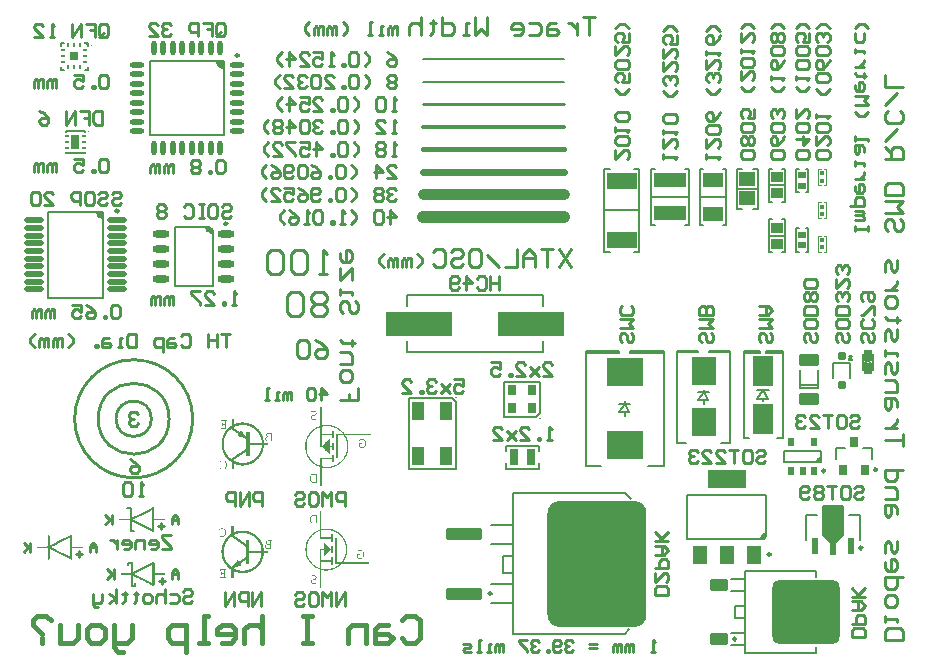
<source format=gbo>
G04 Layer_Color=32896*
%FSLAX25Y25*%
%MOIN*%
G70*
G01*
G75*
%ADD11C,0.01000*%
%ADD59C,0.00800*%
%ADD62C,0.00984*%
%ADD67C,0.00787*%
%ADD68C,0.00500*%
%ADD69C,0.00591*%
%ADD112C,0.00394*%
%ADD113R,0.01969X0.02362*%
G04:AMPARAMS|DCode=114|XSize=216.54mil|YSize=224.41mil|CornerRadius=27.07mil|HoleSize=0mil|Usage=FLASHONLY|Rotation=90.000|XOffset=0mil|YOffset=0mil|HoleType=Round|Shape=RoundedRectangle|*
%AMROUNDEDRECTD114*
21,1,0.21654,0.17028,0,0,90.0*
21,1,0.16240,0.22441,0,0,90.0*
1,1,0.05413,0.08514,0.08120*
1,1,0.05413,0.08514,-0.08120*
1,1,0.05413,-0.08514,-0.08120*
1,1,0.05413,-0.08514,0.08120*
%
%ADD114ROUNDEDRECTD114*%
G04:AMPARAMS|DCode=115|XSize=39.37mil|YSize=62.99mil|CornerRadius=4.92mil|HoleSize=0mil|Usage=FLASHONLY|Rotation=90.000|XOffset=0mil|YOffset=0mil|HoleType=Round|Shape=RoundedRectangle|*
%AMROUNDEDRECTD115*
21,1,0.03937,0.05315,0,0,90.0*
21,1,0.02953,0.06299,0,0,90.0*
1,1,0.00984,0.02658,0.01476*
1,1,0.00984,0.02658,-0.01476*
1,1,0.00984,-0.02658,-0.01476*
1,1,0.00984,-0.02658,0.01476*
%
%ADD115ROUNDEDRECTD115*%
G04:AMPARAMS|DCode=116|XSize=120mil|YSize=40mil|CornerRadius=5mil|HoleSize=0mil|Usage=FLASHONLY|Rotation=180.000|XOffset=0mil|YOffset=0mil|HoleType=Round|Shape=RoundedRectangle|*
%AMROUNDEDRECTD116*
21,1,0.12000,0.03000,0,0,180.0*
21,1,0.11000,0.04000,0,0,180.0*
1,1,0.01000,-0.05500,0.01500*
1,1,0.01000,0.05500,0.01500*
1,1,0.01000,0.05500,-0.01500*
1,1,0.01000,-0.05500,-0.01500*
%
%ADD116ROUNDEDRECTD116*%
G04:AMPARAMS|DCode=117|XSize=330mil|YSize=420mil|CornerRadius=41.25mil|HoleSize=0mil|Usage=FLASHONLY|Rotation=180.000|XOffset=0mil|YOffset=0mil|HoleType=Round|Shape=RoundedRectangle|*
%AMROUNDEDRECTD117*
21,1,0.33000,0.33750,0,0,180.0*
21,1,0.24750,0.42000,0,0,180.0*
1,1,0.08250,-0.12375,0.16875*
1,1,0.08250,0.12375,0.16875*
1,1,0.08250,0.12375,-0.16875*
1,1,0.08250,-0.12375,-0.16875*
%
%ADD117ROUNDEDRECTD117*%
%ADD118R,0.02362X0.05512*%
%ADD119R,0.02362X0.03937*%
%ADD120R,0.12992X0.06299*%
%ADD121R,0.04724X0.06299*%
%ADD122R,0.02559X0.03740*%
%ADD123R,0.02165X0.03150*%
%ADD124R,0.06693X0.09843*%
%ADD125R,0.08465X0.09646*%
%ADD126R,0.12402X0.09646*%
G04:AMPARAMS|DCode=127|XSize=64.96mil|YSize=43.31mil|CornerRadius=5.41mil|HoleSize=0mil|Usage=FLASHONLY|Rotation=0.000|XOffset=0mil|YOffset=0mil|HoleType=Round|Shape=RoundedRectangle|*
%AMROUNDEDRECTD127*
21,1,0.06496,0.03248,0,0,0.0*
21,1,0.05413,0.04331,0,0,0.0*
1,1,0.01083,0.02707,-0.01624*
1,1,0.01083,-0.02707,-0.01624*
1,1,0.01083,-0.02707,0.01624*
1,1,0.01083,0.02707,0.01624*
%
%ADD127ROUNDEDRECTD127*%
G04:AMPARAMS|DCode=128|XSize=23.62mil|YSize=27.56mil|CornerRadius=2.95mil|HoleSize=0mil|Usage=FLASHONLY|Rotation=90.000|XOffset=0mil|YOffset=0mil|HoleType=Round|Shape=RoundedRectangle|*
%AMROUNDEDRECTD128*
21,1,0.02362,0.02165,0,0,90.0*
21,1,0.01772,0.02756,0,0,90.0*
1,1,0.00591,0.01083,0.00886*
1,1,0.00591,0.01083,-0.00886*
1,1,0.00591,-0.01083,-0.00886*
1,1,0.00591,-0.01083,0.00886*
%
%ADD128ROUNDEDRECTD128*%
%ADD129R,0.02520X0.02362*%
%ADD130R,0.01378X0.01575*%
%ADD131R,0.03937X0.03543*%
%ADD132R,0.05512X0.05118*%
%ADD133R,0.07087X0.05118*%
%ADD134R,0.10630X0.05118*%
%ADD135R,0.09843X0.05512*%
%ADD136R,0.22047X0.08268*%
%ADD137R,0.03937X0.05906*%
%ADD138R,0.02953X0.05512*%
%ADD139R,0.02559X0.03347*%
%ADD140O,0.01732X0.00787*%
%ADD141O,0.00787X0.01732*%
%ADD142R,0.02992X0.02992*%
%ADD143O,0.06496X0.01969*%
%ADD144O,0.05709X0.02362*%
%ADD145O,0.04724X0.01969*%
%ADD146O,0.01969X0.04724*%
%ADD147O,0.01378X0.00984*%
%ADD148R,0.02756X0.04724*%
%ADD149C,0.04000*%
%ADD150C,0.03800*%
%ADD151C,0.01200*%
%ADD152C,0.01800*%
%ADD153C,0.02400*%
%ADD154C,0.00600*%
%ADD155C,0.00649*%
%ADD156C,0.00679*%
%ADD157C,0.01500*%
G36*
X110470Y105229D02*
X110699D01*
Y105172D01*
X110813D01*
Y105114D01*
X110927D01*
Y105057D01*
X111042D01*
Y105000D01*
X111099D01*
Y104943D01*
X111156D01*
Y104886D01*
X111213D01*
Y104829D01*
X111270D01*
Y104771D01*
X111327D01*
Y104714D01*
Y104657D01*
X111385D01*
Y104600D01*
Y104543D01*
X111442D01*
Y104486D01*
Y104429D01*
Y104371D01*
Y104314D01*
X111499D01*
Y104257D01*
Y104200D01*
Y104143D01*
Y104086D01*
Y104028D01*
Y103971D01*
Y103914D01*
Y103857D01*
Y103800D01*
Y103743D01*
Y103685D01*
Y103628D01*
Y103571D01*
Y103514D01*
Y103457D01*
Y103400D01*
X111442D01*
Y103343D01*
Y103286D01*
Y103228D01*
X111385D01*
Y103171D01*
Y103114D01*
X111327D01*
Y103057D01*
X111270D01*
Y103000D01*
Y102943D01*
X111213D01*
Y102885D01*
X111156D01*
Y102828D01*
X111099D01*
Y102771D01*
X111042D01*
Y102714D01*
X110927D01*
Y102657D01*
X110813D01*
Y102600D01*
X110699D01*
Y102542D01*
X110470D01*
Y102485D01*
X109670D01*
Y102542D01*
X109327D01*
Y102600D01*
X109156D01*
Y102657D01*
Y102714D01*
Y102771D01*
Y102828D01*
Y102885D01*
Y102943D01*
Y103000D01*
Y103057D01*
Y103114D01*
Y103171D01*
Y103228D01*
X109213D01*
Y103171D01*
Y103114D01*
X109270D01*
Y103057D01*
Y103000D01*
Y102943D01*
Y102885D01*
Y102828D01*
X109327D01*
Y102771D01*
X109384D01*
Y102714D01*
X109499D01*
Y102657D01*
X109727D01*
Y102600D01*
X110470D01*
Y102657D01*
X110584D01*
Y102714D01*
X110699D01*
Y102771D01*
X110756D01*
Y102828D01*
X110813D01*
Y102885D01*
X110870D01*
Y102943D01*
X110927D01*
Y103000D01*
X110985D01*
Y103057D01*
Y103114D01*
X111042D01*
Y103171D01*
Y103228D01*
Y103286D01*
X111099D01*
Y103343D01*
Y103400D01*
Y103457D01*
Y103514D01*
Y103571D01*
X111156D01*
Y103628D01*
Y103685D01*
Y103743D01*
Y103800D01*
Y103857D01*
Y103914D01*
Y103971D01*
Y104028D01*
Y104086D01*
Y104143D01*
Y104200D01*
X111099D01*
Y104257D01*
Y104314D01*
Y104371D01*
Y104429D01*
Y104486D01*
X111042D01*
Y104543D01*
Y104600D01*
Y104657D01*
X110985D01*
Y104714D01*
Y104771D01*
X110927D01*
Y104829D01*
X110870D01*
Y104886D01*
Y104943D01*
X110813D01*
Y105000D01*
X110699D01*
Y105057D01*
X110584D01*
Y105114D01*
X110413D01*
Y105172D01*
X109784D01*
Y105114D01*
X109556D01*
Y105057D01*
X109384D01*
Y105000D01*
X109327D01*
Y104943D01*
Y104886D01*
Y104829D01*
X109270D01*
Y104771D01*
Y104714D01*
Y104657D01*
X109156D01*
Y104714D01*
X109213D01*
Y104771D01*
Y104829D01*
Y104886D01*
Y104943D01*
Y105000D01*
Y105057D01*
Y105114D01*
Y105172D01*
X109270D01*
Y105229D01*
X109670D01*
Y105286D01*
X110470D01*
Y105229D01*
D02*
G37*
G36*
X141431Y100827D02*
Y100723D01*
Y100619D01*
Y100516D01*
Y100412D01*
Y100308D01*
Y100205D01*
Y100101D01*
Y99997D01*
Y99894D01*
Y99790D01*
Y99686D01*
Y99583D01*
Y99479D01*
Y99375D01*
Y99272D01*
Y99168D01*
Y99064D01*
Y98961D01*
Y98857D01*
Y98753D01*
Y98650D01*
Y98546D01*
Y98442D01*
Y98339D01*
Y98235D01*
Y98131D01*
Y98027D01*
Y97924D01*
X140602D01*
Y98027D01*
X139876D01*
Y98131D01*
X139669D01*
Y98235D01*
X139565D01*
Y98339D01*
X139462D01*
Y98442D01*
X139358D01*
Y98546D01*
X139254D01*
Y98650D01*
Y98753D01*
X139151D01*
Y98857D01*
Y98961D01*
Y99064D01*
X139047D01*
Y99168D01*
Y99272D01*
Y99375D01*
Y99479D01*
Y99583D01*
Y99686D01*
Y99790D01*
X139151D01*
Y99894D01*
Y99997D01*
Y100101D01*
X139254D01*
Y100205D01*
Y100308D01*
X139358D01*
Y100412D01*
X139462D01*
Y100516D01*
X139565D01*
Y100619D01*
X139669D01*
Y100723D01*
X139876D01*
Y100827D01*
X140602D01*
Y100930D01*
X141431D01*
Y100827D01*
D02*
G37*
G36*
X87107Y89732D02*
X87216D01*
Y89678D01*
Y89623D01*
X87271D01*
Y89568D01*
Y89513D01*
X87326D01*
Y89458D01*
Y89403D01*
Y89349D01*
Y89294D01*
Y89239D01*
Y89184D01*
Y89129D01*
Y89074D01*
Y89020D01*
Y88965D01*
Y88910D01*
Y88855D01*
Y88800D01*
Y88745D01*
Y88690D01*
Y88636D01*
Y88581D01*
Y88526D01*
Y88471D01*
Y88416D01*
Y88361D01*
Y88307D01*
Y88252D01*
Y88197D01*
Y88142D01*
Y88087D01*
Y88032D01*
Y87977D01*
Y87923D01*
Y87868D01*
Y87813D01*
Y87758D01*
Y87703D01*
Y87648D01*
Y87594D01*
Y87539D01*
Y87484D01*
Y87429D01*
Y87374D01*
Y87319D01*
Y87265D01*
Y87210D01*
Y87155D01*
Y87100D01*
Y87045D01*
Y86990D01*
Y86936D01*
Y86881D01*
Y86826D01*
Y86771D01*
Y86716D01*
Y86661D01*
Y86607D01*
Y86552D01*
Y86497D01*
Y86442D01*
Y86387D01*
Y86332D01*
Y86278D01*
Y86223D01*
Y86168D01*
Y86113D01*
Y86058D01*
Y86003D01*
Y85948D01*
X87271D01*
Y85894D01*
X87326D01*
Y85839D01*
X90836D01*
Y85784D01*
X90890D01*
Y85729D01*
Y85674D01*
X90945D01*
Y85619D01*
X90890D01*
Y85565D01*
Y85510D01*
X90836D01*
Y85455D01*
X87326D01*
Y85400D01*
X87271D01*
Y85345D01*
X87326D01*
Y85290D01*
Y85236D01*
Y85181D01*
Y85126D01*
Y85071D01*
Y85016D01*
Y84961D01*
Y84907D01*
Y84852D01*
Y84797D01*
Y84742D01*
Y84687D01*
Y84632D01*
Y84578D01*
Y84523D01*
Y84468D01*
Y84413D01*
Y84358D01*
Y84303D01*
Y84248D01*
Y84194D01*
Y84139D01*
Y84084D01*
Y84029D01*
Y83974D01*
Y83919D01*
Y83864D01*
Y83810D01*
Y83755D01*
Y83700D01*
Y83645D01*
Y83590D01*
Y83535D01*
Y83481D01*
Y83426D01*
Y83371D01*
Y83316D01*
Y83261D01*
Y83206D01*
Y83152D01*
Y83097D01*
Y83042D01*
Y82987D01*
Y82932D01*
Y82877D01*
Y82823D01*
Y82768D01*
Y82713D01*
Y82658D01*
Y82603D01*
Y82548D01*
Y82494D01*
Y82439D01*
Y82384D01*
Y82329D01*
Y82274D01*
Y82219D01*
Y82165D01*
Y82110D01*
Y82055D01*
Y82000D01*
Y81945D01*
Y81890D01*
Y81836D01*
Y81781D01*
X87271D01*
Y81726D01*
Y81671D01*
X87216D01*
Y81616D01*
X87161D01*
Y81561D01*
X87107D01*
Y81506D01*
X86777D01*
Y81561D01*
X86668D01*
Y81616D01*
X86558D01*
Y81671D01*
X86448D01*
Y81726D01*
X86339D01*
Y81781D01*
X86229D01*
Y81836D01*
X86119D01*
Y81890D01*
X86010D01*
Y81945D01*
X85900D01*
Y82000D01*
X85790D01*
Y82055D01*
X85681D01*
Y82110D01*
X85571D01*
Y82165D01*
X85461D01*
Y82219D01*
X85352D01*
Y82274D01*
X85242D01*
Y82329D01*
X85132D01*
Y82384D01*
X85023D01*
Y82439D01*
X84913D01*
Y82494D01*
X84803D01*
Y82548D01*
X84693D01*
Y82603D01*
X84584D01*
Y82658D01*
X84474D01*
Y82713D01*
X84364D01*
Y82768D01*
X84255D01*
Y82823D01*
X84145D01*
Y82877D01*
X84035D01*
Y82932D01*
X83926D01*
Y82987D01*
X83816D01*
Y83042D01*
X83706D01*
Y83097D01*
X83597D01*
Y83152D01*
X83487D01*
Y83206D01*
X83377D01*
Y83261D01*
X83268D01*
Y83316D01*
X83158D01*
Y83371D01*
X83048D01*
Y83426D01*
X82939D01*
Y83481D01*
X82829D01*
Y83535D01*
X82719D01*
Y83590D01*
X82610D01*
Y83645D01*
X82500D01*
Y83700D01*
X82390D01*
Y83755D01*
X82281D01*
Y83810D01*
X82171D01*
Y83864D01*
X82061D01*
Y83919D01*
X81951D01*
Y83974D01*
X81842D01*
Y84029D01*
X81732D01*
Y84084D01*
X81622D01*
Y84139D01*
X81513D01*
Y84194D01*
X81403D01*
Y84248D01*
X81293D01*
Y84303D01*
X81184D01*
Y84358D01*
X81074D01*
Y84413D01*
X80964D01*
Y84468D01*
X80855D01*
Y84523D01*
X80745D01*
Y84578D01*
X80635D01*
Y84632D01*
X80526D01*
Y84687D01*
X80416D01*
Y84742D01*
X80306D01*
Y84797D01*
X80197D01*
Y84852D01*
X80142D01*
Y84907D01*
X80032D01*
Y84961D01*
X79922D01*
Y85016D01*
X79813D01*
Y85071D01*
X79758D01*
Y85016D01*
Y84961D01*
Y84907D01*
Y84852D01*
Y84797D01*
Y84742D01*
Y84687D01*
Y84632D01*
Y84578D01*
Y84523D01*
Y84468D01*
Y84413D01*
Y84358D01*
Y84303D01*
Y84248D01*
Y84194D01*
Y84139D01*
Y84084D01*
Y84029D01*
Y83974D01*
Y83919D01*
Y83864D01*
Y83810D01*
Y83755D01*
Y83700D01*
Y83645D01*
Y83590D01*
Y83535D01*
Y83481D01*
Y83426D01*
Y83371D01*
Y83316D01*
Y83261D01*
Y83206D01*
Y83152D01*
Y83097D01*
Y83042D01*
Y82987D01*
Y82932D01*
Y82877D01*
Y82823D01*
Y82768D01*
Y82713D01*
Y82658D01*
Y82603D01*
Y82548D01*
Y82494D01*
Y82439D01*
Y82384D01*
Y82329D01*
Y82274D01*
Y82219D01*
Y82165D01*
Y82110D01*
Y82055D01*
Y82000D01*
Y81945D01*
Y81890D01*
Y81836D01*
Y81781D01*
X79703D01*
Y81726D01*
Y81671D01*
X79648D01*
Y81616D01*
X79593D01*
Y81561D01*
X79539D01*
Y81506D01*
X79264D01*
Y81561D01*
X79155D01*
Y81616D01*
X79100D01*
Y81671D01*
X79045D01*
Y81726D01*
Y81781D01*
Y81836D01*
Y81890D01*
Y81945D01*
Y82000D01*
Y82055D01*
Y82110D01*
Y82165D01*
Y82219D01*
Y82274D01*
Y82329D01*
Y82384D01*
Y82439D01*
Y82494D01*
Y82548D01*
Y82603D01*
Y82658D01*
Y82713D01*
Y82768D01*
Y82823D01*
Y82877D01*
Y82932D01*
Y82987D01*
Y83042D01*
Y83097D01*
Y83152D01*
Y83206D01*
Y83261D01*
Y83316D01*
Y83371D01*
Y83426D01*
Y83481D01*
Y83535D01*
Y83590D01*
Y83645D01*
Y83700D01*
Y83755D01*
Y83810D01*
Y83864D01*
Y83919D01*
Y83974D01*
Y84029D01*
Y84084D01*
Y84139D01*
Y84194D01*
Y84248D01*
Y84303D01*
Y84358D01*
Y84413D01*
Y84468D01*
Y84523D01*
Y84578D01*
Y84632D01*
Y84687D01*
Y84742D01*
Y84797D01*
Y84852D01*
Y84907D01*
Y84961D01*
Y85016D01*
Y85071D01*
Y85126D01*
Y85181D01*
Y85236D01*
Y85290D01*
Y85345D01*
Y85400D01*
Y85455D01*
X75480D01*
Y85510D01*
X75426D01*
Y85565D01*
Y85619D01*
Y85674D01*
Y85729D01*
Y85784D01*
X75480D01*
Y85839D01*
X78990D01*
Y85894D01*
X79045D01*
Y85948D01*
Y86003D01*
Y86058D01*
Y86113D01*
Y86168D01*
Y86223D01*
Y86278D01*
Y86332D01*
Y86387D01*
Y86442D01*
Y86497D01*
Y86552D01*
Y86607D01*
Y86661D01*
Y86716D01*
Y86771D01*
Y86826D01*
Y86881D01*
Y86936D01*
Y86990D01*
Y87045D01*
Y87100D01*
Y87155D01*
Y87210D01*
Y87265D01*
Y87319D01*
Y87374D01*
Y87429D01*
Y87484D01*
Y87539D01*
Y87594D01*
Y87648D01*
Y87703D01*
Y87758D01*
Y87813D01*
Y87868D01*
Y87923D01*
Y87977D01*
Y88032D01*
Y88087D01*
Y88142D01*
Y88197D01*
Y88252D01*
Y88307D01*
Y88361D01*
Y88416D01*
Y88471D01*
Y88526D01*
Y88581D01*
Y88636D01*
Y88690D01*
Y88745D01*
Y88800D01*
Y88855D01*
Y88910D01*
Y88965D01*
Y89020D01*
Y89074D01*
Y89129D01*
Y89184D01*
Y89239D01*
Y89294D01*
Y89349D01*
Y89403D01*
Y89458D01*
Y89513D01*
Y89568D01*
Y89623D01*
X79100D01*
Y89678D01*
X79155D01*
Y89732D01*
X79210D01*
Y89787D01*
X79539D01*
Y89732D01*
X79593D01*
Y89678D01*
X79648D01*
Y89623D01*
X79703D01*
Y89568D01*
Y89513D01*
X79758D01*
Y89458D01*
Y89403D01*
Y89349D01*
Y89294D01*
Y89239D01*
Y89184D01*
Y89129D01*
Y89074D01*
Y89020D01*
Y88965D01*
Y88910D01*
Y88855D01*
Y88800D01*
Y88745D01*
Y88690D01*
Y88636D01*
Y88581D01*
Y88526D01*
Y88471D01*
Y88416D01*
Y88361D01*
Y88307D01*
Y88252D01*
Y88197D01*
Y88142D01*
Y88087D01*
Y88032D01*
Y87977D01*
Y87923D01*
Y87868D01*
Y87813D01*
Y87758D01*
Y87703D01*
Y87648D01*
Y87594D01*
Y87539D01*
Y87484D01*
Y87429D01*
Y87374D01*
Y87319D01*
Y87265D01*
Y87210D01*
Y87155D01*
Y87100D01*
Y87045D01*
Y86990D01*
Y86936D01*
Y86881D01*
Y86826D01*
Y86771D01*
Y86716D01*
Y86661D01*
Y86607D01*
Y86552D01*
Y86497D01*
Y86442D01*
Y86387D01*
Y86332D01*
Y86278D01*
X79868D01*
Y86332D01*
X79977D01*
Y86387D01*
X80087D01*
Y86442D01*
X80197D01*
Y86497D01*
X80306D01*
Y86552D01*
X80416D01*
Y86607D01*
X80526D01*
Y86661D01*
X80635D01*
Y86716D01*
X80745D01*
Y86771D01*
X80855D01*
Y86826D01*
X80964D01*
Y86881D01*
X81074D01*
Y86936D01*
X81184D01*
Y86990D01*
X81293D01*
Y87045D01*
X81403D01*
Y87100D01*
X81513D01*
Y87155D01*
X81622D01*
Y87210D01*
X81732D01*
Y87265D01*
X81842D01*
Y87319D01*
X81951D01*
Y87374D01*
X82061D01*
Y87429D01*
X82171D01*
Y87484D01*
X82281D01*
Y87539D01*
X82390D01*
Y87594D01*
X82500D01*
Y87648D01*
X82610D01*
Y87703D01*
X82719D01*
Y87758D01*
X82829D01*
Y87813D01*
X82939D01*
Y87868D01*
X83048D01*
Y87923D01*
X83158D01*
Y87977D01*
X83268D01*
Y88032D01*
X83377D01*
Y88087D01*
X83487D01*
Y88142D01*
X83597D01*
Y88197D01*
X83706D01*
Y88252D01*
X83816D01*
Y88307D01*
X83926D01*
Y88361D01*
X84035D01*
Y88416D01*
X84145D01*
Y88471D01*
X84255D01*
Y88526D01*
X84364D01*
Y88581D01*
X84474D01*
Y88636D01*
X84584D01*
Y88690D01*
X84693D01*
Y88745D01*
X84803D01*
Y88800D01*
X84913D01*
Y88855D01*
X85023D01*
Y88910D01*
X85132D01*
Y88965D01*
X85242D01*
Y89020D01*
X85352D01*
Y89074D01*
X85461D01*
Y89129D01*
X85571D01*
Y89184D01*
X85681D01*
Y89239D01*
X85790D01*
Y89294D01*
X85900D01*
Y89349D01*
X86010D01*
Y89403D01*
X86119D01*
Y89458D01*
X86229D01*
Y89513D01*
X86339D01*
Y89568D01*
X86448D01*
Y89623D01*
X86558D01*
Y89678D01*
X86668D01*
Y89732D01*
X86777D01*
Y89787D01*
X87107D01*
Y89732D01*
D02*
G37*
G36*
X143090Y123219D02*
Y123116D01*
Y123012D01*
Y122908D01*
Y122804D01*
Y122701D01*
Y122597D01*
Y122494D01*
Y122390D01*
Y122286D01*
Y122183D01*
Y122079D01*
Y121975D01*
Y121871D01*
Y121768D01*
Y121664D01*
Y121561D01*
Y121457D01*
Y121353D01*
Y121249D01*
Y121146D01*
Y121042D01*
Y120939D01*
Y120835D01*
Y120731D01*
Y120627D01*
Y120524D01*
Y120420D01*
Y120316D01*
Y120213D01*
Y120109D01*
Y120005D01*
Y119902D01*
Y119798D01*
Y119694D01*
Y119591D01*
Y119487D01*
Y119383D01*
Y119280D01*
Y119176D01*
Y119072D01*
Y118969D01*
Y118865D01*
Y118761D01*
Y118658D01*
Y118554D01*
Y118450D01*
Y118347D01*
Y118243D01*
Y118139D01*
Y118036D01*
Y117932D01*
Y117828D01*
Y117725D01*
Y117621D01*
Y117517D01*
Y117414D01*
Y117310D01*
Y117206D01*
Y117103D01*
X143297D01*
Y117206D01*
X144023D01*
Y117310D01*
X145578D01*
Y117206D01*
X146200D01*
Y117103D01*
X146615D01*
Y116999D01*
X147029D01*
Y116895D01*
X147237D01*
Y116792D01*
X147548D01*
Y116688D01*
X147755D01*
Y116584D01*
X147962D01*
Y116481D01*
X148170D01*
Y116377D01*
X148377D01*
Y116273D01*
X148584D01*
Y116170D01*
X148688D01*
Y116066D01*
X148895D01*
Y115962D01*
X148999D01*
Y115859D01*
X149103D01*
Y115755D01*
X149310D01*
Y115651D01*
X149414D01*
Y115548D01*
X149517D01*
Y115444D01*
X149621D01*
Y115340D01*
X149725D01*
Y115237D01*
X149828D01*
Y115133D01*
X149932D01*
Y115029D01*
X150036D01*
Y114926D01*
X150139D01*
Y114822D01*
X150243D01*
Y114718D01*
X150347D01*
Y114615D01*
X150451D01*
Y114511D01*
Y114407D01*
X150554D01*
Y114304D01*
X159366D01*
Y114200D01*
Y114096D01*
Y113993D01*
Y113889D01*
Y113785D01*
X150969D01*
Y113682D01*
X151073D01*
Y113578D01*
Y113474D01*
X151176D01*
Y113371D01*
Y113267D01*
X151280D01*
Y113163D01*
Y113060D01*
X151383D01*
Y112956D01*
Y112852D01*
X151487D01*
Y112749D01*
Y112645D01*
X151591D01*
Y112541D01*
Y112438D01*
Y112334D01*
X151695D01*
Y112230D01*
Y112127D01*
Y112023D01*
X151798D01*
Y111919D01*
Y111816D01*
Y111712D01*
Y111608D01*
X151902D01*
Y111504D01*
Y111401D01*
Y111297D01*
Y111194D01*
Y111090D01*
Y110986D01*
X152006D01*
Y110882D01*
Y110779D01*
Y110675D01*
Y110572D01*
Y110468D01*
Y110364D01*
Y110260D01*
Y110157D01*
Y110053D01*
Y109950D01*
Y109846D01*
Y109742D01*
Y109639D01*
Y109535D01*
Y109431D01*
Y109327D01*
Y109224D01*
Y109120D01*
X151902D01*
Y109017D01*
Y108913D01*
Y108809D01*
Y108705D01*
Y108602D01*
Y108498D01*
X151798D01*
Y108395D01*
Y108291D01*
Y108187D01*
Y108083D01*
X151695D01*
Y107980D01*
Y107876D01*
Y107773D01*
X151591D01*
Y107669D01*
Y107565D01*
Y107461D01*
X151487D01*
Y107358D01*
Y107254D01*
X151383D01*
Y107150D01*
Y107047D01*
X151280D01*
Y106943D01*
Y106839D01*
X151176D01*
Y106736D01*
Y106632D01*
X151073D01*
Y106528D01*
Y106425D01*
X150969D01*
Y106321D01*
Y106217D01*
X150865D01*
Y106114D01*
X150761D01*
Y106010D01*
Y105906D01*
X150658D01*
Y105803D01*
X150554D01*
Y105699D01*
X150451D01*
Y105595D01*
Y105492D01*
X150347D01*
Y105388D01*
X150243D01*
Y105284D01*
X150139D01*
Y105181D01*
X150036D01*
Y105077D01*
X149932D01*
Y104973D01*
X149828D01*
Y104870D01*
X149725D01*
Y104766D01*
X149621D01*
Y104662D01*
X149517D01*
Y104559D01*
X149414D01*
Y104455D01*
X149310D01*
Y104351D01*
X149103D01*
Y104248D01*
X148999D01*
Y104144D01*
X148895D01*
Y104040D01*
X148688D01*
Y103937D01*
X148584D01*
Y103833D01*
X148377D01*
Y103729D01*
X148170D01*
Y103626D01*
X147962D01*
Y103522D01*
X147755D01*
Y103418D01*
X147548D01*
Y103315D01*
X147237D01*
Y103211D01*
X147029D01*
Y103107D01*
X146615D01*
Y103004D01*
X146200D01*
Y102900D01*
X145474D01*
Y102796D01*
X144023D01*
Y102900D01*
X143401D01*
Y103004D01*
X143090D01*
Y102900D01*
Y102796D01*
Y102693D01*
Y102589D01*
Y102485D01*
Y102382D01*
Y102278D01*
Y102174D01*
Y102071D01*
Y101967D01*
Y101863D01*
Y101760D01*
Y101656D01*
Y101552D01*
Y101449D01*
Y101345D01*
Y101241D01*
Y101138D01*
Y101034D01*
Y100930D01*
Y100827D01*
Y100723D01*
Y100619D01*
Y100516D01*
Y100412D01*
Y100308D01*
Y100205D01*
Y100101D01*
Y99997D01*
Y99894D01*
Y99790D01*
Y99686D01*
Y99583D01*
Y99479D01*
Y99375D01*
Y99272D01*
Y99168D01*
Y99064D01*
Y98961D01*
Y98857D01*
Y98753D01*
Y98650D01*
Y98546D01*
Y98442D01*
Y98339D01*
Y98235D01*
Y98131D01*
Y98027D01*
Y97924D01*
Y97820D01*
Y97716D01*
Y97613D01*
Y97509D01*
Y97405D01*
Y97302D01*
Y97198D01*
Y97095D01*
Y96991D01*
Y96887D01*
Y96784D01*
X142468D01*
Y96887D01*
Y96991D01*
Y97095D01*
Y97198D01*
Y97302D01*
Y97405D01*
Y97509D01*
Y97613D01*
Y97716D01*
Y97820D01*
Y97924D01*
Y98027D01*
Y98131D01*
Y98235D01*
Y98339D01*
Y98442D01*
Y98546D01*
Y98650D01*
Y98753D01*
Y98857D01*
Y98961D01*
Y99064D01*
Y99168D01*
Y99272D01*
Y99375D01*
Y99479D01*
Y99583D01*
Y99686D01*
Y99790D01*
Y99894D01*
Y99997D01*
Y100101D01*
Y100205D01*
Y100308D01*
Y100412D01*
Y100516D01*
Y100619D01*
Y100723D01*
Y100827D01*
Y100930D01*
Y101034D01*
Y101138D01*
Y101241D01*
Y101345D01*
Y101449D01*
Y101552D01*
Y101656D01*
Y101760D01*
Y101863D01*
Y101967D01*
Y102071D01*
Y102174D01*
Y102278D01*
Y102382D01*
Y102485D01*
Y102589D01*
Y102693D01*
Y102796D01*
Y102900D01*
Y103004D01*
Y103107D01*
Y103211D01*
X142261D01*
Y103315D01*
X142053D01*
Y103418D01*
X141742D01*
Y103522D01*
X141535D01*
Y103626D01*
X141328D01*
Y103729D01*
X141224D01*
Y103833D01*
X141017D01*
Y103937D01*
X140809D01*
Y104040D01*
X140706D01*
Y104144D01*
X140498D01*
Y104248D01*
X140394D01*
Y104351D01*
X140291D01*
Y104455D01*
X140187D01*
Y104559D01*
X139980D01*
Y104662D01*
X139876D01*
Y104766D01*
X139772D01*
Y104870D01*
X139669D01*
Y104973D01*
X139565D01*
Y105077D01*
X139462D01*
Y105181D01*
X139358D01*
Y105284D01*
X139254D01*
Y105388D01*
Y105492D01*
X139151D01*
Y105595D01*
X139047D01*
Y105699D01*
X138943D01*
Y105803D01*
X138839D01*
Y105906D01*
Y106010D01*
X138736D01*
Y106114D01*
X138632D01*
Y106217D01*
Y106321D01*
X138529D01*
Y106425D01*
Y106528D01*
X138425D01*
Y106632D01*
X138321D01*
Y106736D01*
Y106839D01*
X138217D01*
Y106943D01*
Y107047D01*
Y107150D01*
X138114D01*
Y107254D01*
Y107358D01*
X138010D01*
Y107461D01*
Y107565D01*
X137907D01*
Y107669D01*
Y107773D01*
Y107876D01*
X137803D01*
Y107980D01*
Y108083D01*
Y108187D01*
Y108291D01*
X137699D01*
Y108395D01*
Y108498D01*
Y108602D01*
Y108705D01*
Y108809D01*
X137595D01*
Y108913D01*
Y109017D01*
Y109120D01*
Y109224D01*
Y109327D01*
Y109431D01*
Y109535D01*
X137492D01*
Y109639D01*
Y109742D01*
Y109846D01*
Y109950D01*
Y110053D01*
Y110157D01*
Y110260D01*
Y110364D01*
Y110468D01*
Y110572D01*
X137595D01*
Y110675D01*
Y110779D01*
Y110882D01*
Y110986D01*
Y111090D01*
Y111194D01*
Y111297D01*
Y111401D01*
X137699D01*
Y111504D01*
Y111608D01*
Y111712D01*
Y111816D01*
X137803D01*
Y111919D01*
Y112023D01*
Y112127D01*
Y112230D01*
X137907D01*
Y112334D01*
Y112438D01*
Y112541D01*
X138010D01*
Y112645D01*
Y112749D01*
X138114D01*
Y112852D01*
Y112956D01*
X138217D01*
Y113060D01*
Y113163D01*
Y113267D01*
X138321D01*
Y113371D01*
Y113474D01*
X138425D01*
Y113578D01*
X138529D01*
Y113682D01*
Y113785D01*
X138632D01*
Y113889D01*
Y113993D01*
X138736D01*
Y114096D01*
X138839D01*
Y114200D01*
Y114304D01*
X138943D01*
Y114407D01*
X139047D01*
Y114511D01*
X139151D01*
Y114615D01*
X139254D01*
Y114718D01*
Y114822D01*
X139358D01*
Y114926D01*
X139462D01*
Y115029D01*
X139565D01*
Y115133D01*
X139669D01*
Y115237D01*
X139772D01*
Y115340D01*
X139876D01*
Y115444D01*
X139980D01*
Y115548D01*
X140084D01*
Y115651D01*
X140291D01*
Y115755D01*
X140394D01*
Y115859D01*
X140498D01*
Y115962D01*
X140706D01*
Y116066D01*
X140809D01*
Y116170D01*
X141017D01*
Y116273D01*
X141120D01*
Y116377D01*
X141328D01*
Y116481D01*
X141535D01*
Y116584D01*
X141742D01*
Y116688D01*
X142053D01*
Y116792D01*
X142261D01*
Y116895D01*
X142468D01*
Y116999D01*
Y117103D01*
Y117206D01*
Y117310D01*
Y117414D01*
Y117517D01*
Y117621D01*
Y117725D01*
Y117828D01*
Y117932D01*
Y118036D01*
Y118139D01*
Y118243D01*
Y118347D01*
Y118450D01*
Y118554D01*
Y118658D01*
Y118761D01*
Y118865D01*
Y118969D01*
Y119072D01*
Y119176D01*
Y119280D01*
Y119383D01*
Y119487D01*
Y119591D01*
Y119694D01*
Y119798D01*
Y119902D01*
Y120005D01*
Y120109D01*
Y120213D01*
Y120316D01*
Y120420D01*
Y120524D01*
Y120627D01*
Y120731D01*
Y120835D01*
Y120939D01*
Y121042D01*
Y121146D01*
Y121249D01*
Y121353D01*
Y121457D01*
Y121561D01*
Y121664D01*
Y121768D01*
Y121871D01*
Y121975D01*
Y122079D01*
Y122183D01*
Y122286D01*
Y122390D01*
Y122494D01*
Y122597D01*
Y122701D01*
Y122804D01*
Y122908D01*
Y123012D01*
Y123116D01*
Y123219D01*
Y123323D01*
X143090D01*
Y123219D01*
D02*
G37*
G36*
X142999Y88409D02*
Y88309D01*
Y88209D01*
Y88109D01*
Y88009D01*
Y87909D01*
Y87809D01*
Y87709D01*
Y87609D01*
Y87509D01*
Y87409D01*
Y87309D01*
Y87209D01*
Y87109D01*
Y87009D01*
Y86909D01*
Y86809D01*
Y86709D01*
Y86608D01*
Y86509D01*
Y86408D01*
Y86308D01*
Y86208D01*
Y86108D01*
Y86008D01*
Y85908D01*
Y85808D01*
Y85708D01*
Y85608D01*
Y85508D01*
Y85408D01*
Y85308D01*
Y85208D01*
Y85108D01*
Y85008D01*
Y84908D01*
Y84808D01*
Y84708D01*
Y84608D01*
Y84508D01*
Y84407D01*
Y84307D01*
Y84207D01*
Y84107D01*
Y84007D01*
Y83907D01*
Y83807D01*
Y83707D01*
Y83607D01*
Y83507D01*
Y83407D01*
Y83307D01*
Y83207D01*
Y83107D01*
Y83007D01*
Y82907D01*
Y82807D01*
Y82707D01*
Y82607D01*
Y82507D01*
X143199D01*
Y82607D01*
X143899D01*
Y82707D01*
X145400D01*
Y82607D01*
X146000D01*
Y82507D01*
X146401D01*
Y82407D01*
X146801D01*
Y82306D01*
X147001D01*
Y82206D01*
X147301D01*
Y82106D01*
X147501D01*
Y82006D01*
X147701D01*
Y81906D01*
X147901D01*
Y81806D01*
X148101D01*
Y81706D01*
X148301D01*
Y81606D01*
X148402D01*
Y81506D01*
X148602D01*
Y81406D01*
X148702D01*
Y81306D01*
X148802D01*
Y81206D01*
X149002D01*
Y81106D01*
X149102D01*
Y81006D01*
X149202D01*
Y80906D01*
X149302D01*
Y80806D01*
X149402D01*
Y80706D01*
X149502D01*
Y80606D01*
X149602D01*
Y80506D01*
X149702D01*
Y80405D01*
X149802D01*
Y80305D01*
X149902D01*
Y80205D01*
X150002D01*
Y80105D01*
X150102D01*
Y80005D01*
Y79905D01*
X150203D01*
Y79805D01*
X150303D01*
Y79705D01*
X150403D01*
Y79605D01*
Y79505D01*
X150503D01*
Y79405D01*
X150603D01*
Y79305D01*
Y79205D01*
X150703D01*
Y79105D01*
Y79005D01*
X150803D01*
Y78905D01*
Y78805D01*
X150903D01*
Y78705D01*
Y78605D01*
X151003D01*
Y78505D01*
Y78404D01*
X151103D01*
Y78304D01*
Y78204D01*
X151203D01*
Y78104D01*
Y78004D01*
Y77904D01*
X151303D01*
Y77804D01*
Y77704D01*
Y77604D01*
X151403D01*
Y77504D01*
Y77404D01*
Y77304D01*
Y77204D01*
X151503D01*
Y77104D01*
Y77004D01*
Y76904D01*
Y76804D01*
Y76704D01*
Y76604D01*
X151603D01*
Y76504D01*
Y76403D01*
Y76303D01*
Y76203D01*
Y76103D01*
Y76003D01*
Y75903D01*
Y75803D01*
Y75703D01*
Y75603D01*
Y75503D01*
Y75403D01*
Y75303D01*
Y75203D01*
Y75103D01*
Y75003D01*
Y74903D01*
Y74803D01*
X151503D01*
Y74703D01*
Y74603D01*
Y74503D01*
Y74403D01*
Y74303D01*
Y74203D01*
X151403D01*
Y74102D01*
Y74002D01*
Y73902D01*
Y73802D01*
X151303D01*
Y73702D01*
Y73602D01*
Y73502D01*
X151203D01*
Y73402D01*
Y73302D01*
Y73202D01*
X151103D01*
Y73102D01*
Y73002D01*
X151003D01*
Y72902D01*
Y72802D01*
X150903D01*
Y72702D01*
Y72602D01*
X150803D01*
Y72502D01*
Y72402D01*
X150703D01*
Y72302D01*
Y72202D01*
X150603D01*
Y72101D01*
Y72001D01*
X150503D01*
Y71901D01*
X150403D01*
Y71801D01*
Y71701D01*
X150303D01*
Y71601D01*
X150203D01*
Y71501D01*
X158707D01*
Y71401D01*
Y71301D01*
Y71201D01*
Y71101D01*
Y71001D01*
Y70901D01*
X149602D01*
Y70801D01*
X149502D01*
Y70701D01*
X149402D01*
Y70601D01*
X149302D01*
Y70501D01*
X149202D01*
Y70401D01*
X149102D01*
Y70301D01*
X149002D01*
Y70201D01*
X148802D01*
Y70100D01*
X148702D01*
Y70000D01*
X148602D01*
Y69900D01*
X148402D01*
Y69800D01*
X148301D01*
Y69700D01*
X148101D01*
Y69600D01*
X147901D01*
Y69500D01*
X147701D01*
Y69400D01*
X147501D01*
Y69300D01*
X147301D01*
Y69200D01*
X147001D01*
Y69100D01*
X146801D01*
Y69000D01*
X146401D01*
Y68900D01*
X146000D01*
Y68800D01*
X145300D01*
Y68700D01*
X143899D01*
Y68800D01*
X143299D01*
Y68900D01*
X142999D01*
Y68800D01*
Y68700D01*
Y68600D01*
Y68500D01*
Y68400D01*
Y68300D01*
Y68199D01*
Y68099D01*
Y68000D01*
Y67899D01*
Y67799D01*
Y67699D01*
Y67599D01*
Y67499D01*
Y67399D01*
Y67299D01*
Y67199D01*
Y67099D01*
Y66999D01*
Y66899D01*
Y66799D01*
Y66699D01*
Y66599D01*
Y66499D01*
Y66399D01*
Y66299D01*
Y66199D01*
Y66098D01*
Y65999D01*
Y65898D01*
Y65798D01*
Y65698D01*
Y65598D01*
Y65498D01*
Y65398D01*
Y65298D01*
Y65198D01*
Y65098D01*
Y64998D01*
Y64898D01*
Y64798D01*
Y64698D01*
Y64598D01*
Y64498D01*
Y64398D01*
Y64298D01*
Y64198D01*
Y64098D01*
Y63998D01*
Y63898D01*
Y63797D01*
Y63697D01*
Y63597D01*
Y63497D01*
Y63397D01*
Y63297D01*
Y63197D01*
Y63097D01*
Y62997D01*
Y62897D01*
X142399D01*
Y62997D01*
Y63097D01*
Y63197D01*
Y63297D01*
Y63397D01*
Y63497D01*
Y63597D01*
Y63697D01*
Y63797D01*
Y63898D01*
Y63998D01*
Y64098D01*
Y64198D01*
Y64298D01*
Y64398D01*
Y64498D01*
Y64598D01*
Y64698D01*
Y64798D01*
Y64898D01*
Y64998D01*
Y65098D01*
Y65198D01*
Y65298D01*
Y65398D01*
Y65498D01*
Y65598D01*
Y65698D01*
Y65798D01*
Y65898D01*
Y65999D01*
Y66098D01*
Y66199D01*
Y66299D01*
Y66399D01*
Y66499D01*
Y66599D01*
Y66699D01*
Y66799D01*
Y66899D01*
Y66999D01*
Y67099D01*
Y67199D01*
Y67299D01*
Y67399D01*
Y67499D01*
Y67599D01*
Y67699D01*
Y67799D01*
Y67899D01*
Y68000D01*
Y68099D01*
Y68199D01*
Y68300D01*
Y68400D01*
Y68500D01*
Y68600D01*
Y68700D01*
Y68800D01*
Y68900D01*
Y69000D01*
Y69100D01*
X142199D01*
Y69200D01*
X141999D01*
Y69300D01*
X141698D01*
Y69400D01*
X141498D01*
Y69500D01*
X141298D01*
Y69600D01*
X141198D01*
Y69700D01*
X140998D01*
Y69800D01*
X140798D01*
Y69900D01*
X140698D01*
Y70000D01*
X140498D01*
Y70100D01*
X140398D01*
Y70201D01*
X140298D01*
Y70301D01*
X140198D01*
Y70401D01*
X139997D01*
Y70501D01*
X139898D01*
Y70601D01*
X139797D01*
Y70701D01*
X139697D01*
Y70801D01*
X139597D01*
Y70901D01*
X139497D01*
Y71001D01*
X139397D01*
Y71101D01*
X139297D01*
Y71201D01*
Y71301D01*
X139197D01*
Y71401D01*
X139097D01*
Y71501D01*
X138997D01*
Y71601D01*
X138897D01*
Y71701D01*
Y71801D01*
X138797D01*
Y71901D01*
X138697D01*
Y72001D01*
Y72101D01*
X138597D01*
Y72202D01*
Y72302D01*
X138497D01*
Y72402D01*
X138397D01*
Y72502D01*
Y72602D01*
X138297D01*
Y72702D01*
Y72802D01*
Y72902D01*
X138197D01*
Y73002D01*
Y73102D01*
X138097D01*
Y73202D01*
Y73302D01*
X137996D01*
Y73402D01*
Y73502D01*
Y73602D01*
X137897D01*
Y73702D01*
Y73802D01*
Y73902D01*
Y74002D01*
X137796D01*
Y74102D01*
Y74203D01*
Y74303D01*
Y74403D01*
Y74503D01*
X137696D01*
Y74603D01*
Y74703D01*
Y74803D01*
Y74903D01*
Y75003D01*
Y75103D01*
Y75203D01*
X137596D01*
Y75303D01*
Y75403D01*
Y75503D01*
Y75603D01*
Y75703D01*
Y75803D01*
Y75903D01*
Y76003D01*
Y76103D01*
Y76203D01*
X137696D01*
Y76303D01*
Y76403D01*
Y76504D01*
Y76604D01*
Y76704D01*
Y76804D01*
Y76904D01*
Y77004D01*
X137796D01*
Y77104D01*
Y77204D01*
Y77304D01*
Y77404D01*
X137897D01*
Y77504D01*
Y77604D01*
Y77704D01*
Y77804D01*
X137996D01*
Y77904D01*
Y78004D01*
Y78104D01*
X138097D01*
Y78204D01*
Y78304D01*
X138197D01*
Y78404D01*
Y78505D01*
X138297D01*
Y78605D01*
Y78705D01*
Y78805D01*
X138397D01*
Y78905D01*
Y79005D01*
X138497D01*
Y79105D01*
X138597D01*
Y79205D01*
Y79305D01*
X138697D01*
Y79405D01*
Y79505D01*
X138797D01*
Y79605D01*
X138897D01*
Y79705D01*
Y79805D01*
X138997D01*
Y79905D01*
X139097D01*
Y80005D01*
X139197D01*
Y80105D01*
X139297D01*
Y80205D01*
Y80305D01*
X139397D01*
Y80405D01*
X139497D01*
Y80506D01*
X139597D01*
Y80606D01*
X139697D01*
Y80706D01*
X139797D01*
Y80806D01*
X139898D01*
Y80906D01*
X139997D01*
Y81006D01*
X140098D01*
Y81106D01*
X140298D01*
Y81206D01*
X140398D01*
Y81306D01*
X140498D01*
Y81406D01*
X140698D01*
Y81506D01*
X140798D01*
Y81606D01*
X140998D01*
Y81706D01*
X141098D01*
Y81806D01*
X141298D01*
Y81906D01*
X141498D01*
Y82006D01*
X141698D01*
Y82106D01*
X141999D01*
Y82206D01*
X142199D01*
Y82306D01*
X142399D01*
Y82407D01*
Y82507D01*
Y82607D01*
Y82707D01*
Y82807D01*
Y82907D01*
Y83007D01*
Y83107D01*
Y83207D01*
Y83307D01*
Y83407D01*
Y83507D01*
Y83607D01*
Y83707D01*
Y83807D01*
Y83907D01*
Y84007D01*
Y84107D01*
Y84207D01*
Y84307D01*
Y84407D01*
Y84508D01*
Y84608D01*
Y84708D01*
Y84808D01*
Y84908D01*
Y85008D01*
Y85108D01*
Y85208D01*
Y85308D01*
Y85408D01*
Y85508D01*
Y85608D01*
Y85708D01*
Y85808D01*
Y85908D01*
Y86008D01*
Y86108D01*
Y86208D01*
Y86308D01*
Y86408D01*
Y86509D01*
Y86608D01*
Y86709D01*
Y86809D01*
Y86909D01*
Y87009D01*
Y87109D01*
Y87209D01*
Y87309D01*
Y87409D01*
Y87509D01*
Y87609D01*
Y87709D01*
Y87809D01*
Y87909D01*
Y88009D01*
Y88109D01*
Y88209D01*
Y88309D01*
Y88409D01*
Y88509D01*
X142999D01*
Y88409D01*
D02*
G37*
G36*
X309502Y105125D02*
X308321D01*
X308124Y104928D01*
Y105519D01*
X308518Y105913D01*
X309502Y106306D01*
Y105125D01*
D02*
G37*
G36*
X113785Y119231D02*
Y119174D01*
Y119116D01*
Y119059D01*
Y119002D01*
Y118945D01*
Y118888D01*
Y118831D01*
Y118773D01*
Y118716D01*
Y118659D01*
Y118602D01*
Y118545D01*
Y118488D01*
Y118430D01*
Y118373D01*
Y118316D01*
Y118259D01*
Y118202D01*
Y118145D01*
Y118088D01*
Y118030D01*
Y117973D01*
Y117916D01*
Y117859D01*
Y117802D01*
Y117745D01*
Y117687D01*
Y117630D01*
Y117573D01*
Y117516D01*
Y117459D01*
Y117402D01*
X113842D01*
Y117459D01*
X113956D01*
Y117516D01*
X114128D01*
Y117573D01*
X114242D01*
Y117630D01*
X114414D01*
Y117687D01*
X114528D01*
Y117745D01*
X114757D01*
Y117802D01*
X114928D01*
Y117859D01*
X115157D01*
Y117916D01*
X115442D01*
Y117973D01*
X115728D01*
Y118030D01*
X116242D01*
Y118088D01*
X117271D01*
Y118030D01*
X117843D01*
Y117973D01*
X118128D01*
Y117916D01*
X118414D01*
Y117859D01*
X118643D01*
Y117802D01*
X118814D01*
Y117745D01*
X118986D01*
Y117687D01*
X119157D01*
Y117630D01*
X119271D01*
Y117573D01*
X119443D01*
Y117516D01*
X119557D01*
Y117459D01*
X119671D01*
Y117402D01*
X119843D01*
Y117345D01*
X119957D01*
Y117288D01*
X120072D01*
Y117230D01*
X120129D01*
Y117173D01*
X120243D01*
Y117116D01*
X120357D01*
Y117059D01*
X120414D01*
Y117002D01*
X120529D01*
Y116945D01*
X120643D01*
Y116887D01*
X120700D01*
Y116830D01*
X120815D01*
Y116773D01*
X120872D01*
Y116716D01*
X120929D01*
Y116659D01*
X121043D01*
Y116602D01*
X121100D01*
Y116544D01*
X121157D01*
Y116487D01*
X121215D01*
Y116430D01*
X121329D01*
Y116373D01*
X121386D01*
Y116316D01*
X121443D01*
Y116259D01*
X121500D01*
Y116202D01*
X121557D01*
Y116145D01*
X121615D01*
Y116087D01*
X121672D01*
Y116030D01*
X121729D01*
Y115973D01*
X121786D01*
Y115916D01*
X121843D01*
Y115859D01*
X121900D01*
Y115802D01*
X121958D01*
Y115744D01*
X122015D01*
Y115687D01*
X122072D01*
Y115630D01*
X122129D01*
Y115573D01*
Y115516D01*
X122186D01*
Y115459D01*
X122243D01*
Y115401D01*
X122301D01*
Y115344D01*
X122358D01*
Y115287D01*
Y115230D01*
X122415D01*
Y115173D01*
X122472D01*
Y115116D01*
X122529D01*
Y115059D01*
Y115001D01*
X122586D01*
Y114944D01*
X122643D01*
Y114887D01*
Y114830D01*
X122701D01*
Y114773D01*
X122758D01*
Y114716D01*
Y114658D01*
X122815D01*
Y114601D01*
Y114544D01*
X122872D01*
Y114487D01*
X122929D01*
Y114430D01*
Y114373D01*
X122986D01*
Y114316D01*
Y114259D01*
X123043D01*
Y114201D01*
Y114144D01*
X123101D01*
Y114087D01*
Y114030D01*
X123158D01*
Y113973D01*
Y113916D01*
X123215D01*
Y113858D01*
Y113801D01*
X123272D01*
Y113744D01*
Y113687D01*
Y113630D01*
X123329D01*
Y113573D01*
Y113515D01*
X123386D01*
Y113458D01*
Y113401D01*
Y113344D01*
X123443D01*
Y113287D01*
Y113230D01*
Y113173D01*
X123501D01*
Y113115D01*
Y113058D01*
Y113001D01*
X123558D01*
Y112944D01*
Y112887D01*
Y112830D01*
Y112773D01*
X123615D01*
Y112715D01*
Y112658D01*
Y112601D01*
Y112544D01*
X123672D01*
Y112487D01*
Y112430D01*
Y112373D01*
Y112315D01*
X123729D01*
Y112258D01*
Y112201D01*
Y112144D01*
Y112087D01*
Y112030D01*
Y111972D01*
X123786D01*
Y111915D01*
Y111858D01*
Y111801D01*
Y111744D01*
Y111687D01*
Y111629D01*
Y111572D01*
Y111515D01*
X123844D01*
Y111458D01*
Y111401D01*
Y111344D01*
Y111287D01*
X125158D01*
Y111230D01*
Y111172D01*
Y111115D01*
Y111058D01*
Y111001D01*
Y110944D01*
Y110887D01*
Y110829D01*
Y110772D01*
Y110715D01*
Y110658D01*
Y110601D01*
Y110544D01*
Y110486D01*
X123844D01*
Y110429D01*
Y110372D01*
Y110315D01*
Y110258D01*
X123786D01*
Y110201D01*
Y110144D01*
Y110086D01*
Y110029D01*
Y109972D01*
Y109915D01*
Y109858D01*
Y109801D01*
X123729D01*
Y109744D01*
Y109686D01*
Y109629D01*
Y109572D01*
Y109515D01*
Y109458D01*
X123672D01*
Y109401D01*
Y109344D01*
Y109286D01*
Y109229D01*
X123615D01*
Y109172D01*
Y109115D01*
Y109058D01*
Y109001D01*
X123558D01*
Y108943D01*
Y108886D01*
Y108829D01*
Y108772D01*
X123501D01*
Y108715D01*
Y108658D01*
Y108600D01*
X123443D01*
Y108543D01*
Y108486D01*
Y108429D01*
X123386D01*
Y108372D01*
Y108315D01*
Y108258D01*
X123329D01*
Y108200D01*
Y108143D01*
X123272D01*
Y108086D01*
Y108029D01*
Y107972D01*
X123215D01*
Y107915D01*
Y107858D01*
X123158D01*
Y107800D01*
Y107743D01*
X123101D01*
Y107686D01*
Y107629D01*
X123043D01*
Y107572D01*
Y107515D01*
X122986D01*
Y107457D01*
Y107400D01*
X122929D01*
Y107343D01*
Y107286D01*
X122872D01*
Y107229D01*
X122815D01*
Y107172D01*
Y107115D01*
X122758D01*
Y107057D01*
Y107000D01*
X122701D01*
Y106943D01*
X122643D01*
Y106886D01*
Y106829D01*
X122586D01*
Y106772D01*
X122529D01*
Y106714D01*
Y106657D01*
X122472D01*
Y106600D01*
X122415D01*
Y106543D01*
X122358D01*
Y106486D01*
Y106429D01*
X122301D01*
Y106372D01*
X122243D01*
Y106315D01*
X122186D01*
Y106257D01*
X122129D01*
Y106200D01*
Y106143D01*
X122072D01*
Y106086D01*
X122015D01*
Y106029D01*
X121958D01*
Y105972D01*
X121900D01*
Y105914D01*
X121843D01*
Y105857D01*
X121786D01*
Y105800D01*
X121729D01*
Y105743D01*
X121672D01*
Y105686D01*
X121615D01*
Y105629D01*
X121557D01*
Y105571D01*
X121500D01*
Y105514D01*
X121443D01*
Y105457D01*
X121386D01*
Y105400D01*
X121329D01*
Y105343D01*
X121215D01*
Y105286D01*
X121157D01*
Y105229D01*
X121100D01*
Y105172D01*
X121043D01*
Y105114D01*
X120929D01*
Y105057D01*
X120872D01*
Y105000D01*
X120815D01*
Y104943D01*
X120700D01*
Y104886D01*
X120643D01*
Y104829D01*
X120529D01*
Y104771D01*
X120472D01*
Y104714D01*
X120357D01*
Y104657D01*
X120243D01*
Y104600D01*
X120129D01*
Y104543D01*
X120072D01*
Y104486D01*
X119957D01*
Y104429D01*
X119843D01*
Y104371D01*
X119729D01*
Y104314D01*
X119557D01*
Y104257D01*
X119443D01*
Y104200D01*
X119329D01*
Y104143D01*
X119157D01*
Y104086D01*
X118986D01*
Y104028D01*
X118814D01*
Y103971D01*
X118586D01*
Y103914D01*
X118414D01*
Y103857D01*
X118128D01*
Y103800D01*
X117786D01*
Y103743D01*
X117328D01*
Y103685D01*
X116242D01*
Y103743D01*
X115728D01*
Y103800D01*
X115442D01*
Y103857D01*
X115157D01*
Y103914D01*
X114928D01*
Y103971D01*
X114757D01*
Y104028D01*
X114585D01*
Y104086D01*
X114414D01*
Y104143D01*
X114242D01*
Y104200D01*
X114128D01*
Y104257D01*
X113956D01*
Y104314D01*
X113842D01*
Y104371D01*
X113785D01*
Y104314D01*
Y104257D01*
Y104200D01*
Y104143D01*
Y104086D01*
Y104028D01*
Y103971D01*
Y103914D01*
Y103857D01*
Y103800D01*
Y103743D01*
Y103685D01*
Y103628D01*
Y103571D01*
Y103514D01*
Y103457D01*
Y103400D01*
Y103343D01*
Y103286D01*
Y103228D01*
Y103171D01*
Y103114D01*
Y103057D01*
Y103000D01*
Y102943D01*
Y102885D01*
Y102828D01*
Y102771D01*
Y102714D01*
Y102657D01*
Y102600D01*
Y102542D01*
Y102485D01*
X113042D01*
Y102542D01*
Y102600D01*
Y102657D01*
Y102714D01*
Y102771D01*
Y102828D01*
Y102885D01*
Y102943D01*
Y103000D01*
Y103057D01*
Y103114D01*
Y103171D01*
Y103228D01*
Y103286D01*
Y103343D01*
Y103400D01*
Y103457D01*
Y103514D01*
Y103571D01*
Y103628D01*
Y103685D01*
Y103743D01*
Y103800D01*
Y103857D01*
Y103914D01*
Y103971D01*
Y104028D01*
Y104086D01*
Y104143D01*
Y104200D01*
Y104257D01*
Y104314D01*
Y104371D01*
Y104429D01*
Y104486D01*
Y104543D01*
Y104600D01*
Y104657D01*
Y104714D01*
Y104771D01*
X112985D01*
Y104829D01*
X112928D01*
Y104886D01*
X112871D01*
Y104943D01*
X112756D01*
Y105000D01*
X112699D01*
Y105057D01*
X112585D01*
Y105114D01*
X112528D01*
Y105172D01*
X112470D01*
Y105229D01*
X112356D01*
Y105286D01*
X112299D01*
Y105343D01*
X112242D01*
Y105400D01*
X112185D01*
Y105457D01*
X112128D01*
Y105514D01*
X112070D01*
Y105571D01*
X112013D01*
Y105629D01*
X111956D01*
Y105686D01*
X111842D01*
Y105743D01*
X111785D01*
Y105800D01*
Y105857D01*
X111727D01*
Y105914D01*
X111670D01*
Y105972D01*
X111613D01*
Y106029D01*
X111556D01*
Y106086D01*
X111499D01*
Y106143D01*
X111442D01*
Y106200D01*
X111385D01*
Y106257D01*
X111327D01*
Y106315D01*
Y106372D01*
X111270D01*
Y106429D01*
X111213D01*
Y106486D01*
X111156D01*
Y106543D01*
X111099D01*
Y106600D01*
Y106657D01*
X111042D01*
Y106714D01*
X110985D01*
Y106772D01*
Y106829D01*
X110927D01*
Y106886D01*
X110870D01*
Y106943D01*
Y107000D01*
X110813D01*
Y107057D01*
X110756D01*
Y107115D01*
Y107172D01*
X110699D01*
Y107229D01*
Y107286D01*
X110642D01*
Y107343D01*
X110584D01*
Y107400D01*
Y107457D01*
X110527D01*
Y107515D01*
Y107572D01*
X110470D01*
Y107629D01*
Y107686D01*
X110413D01*
Y107743D01*
Y107800D01*
X110356D01*
Y107858D01*
Y107915D01*
Y107972D01*
X110299D01*
Y108029D01*
Y108086D01*
X110242D01*
Y108143D01*
Y108200D01*
X110184D01*
Y108258D01*
Y108315D01*
Y108372D01*
X110127D01*
Y108429D01*
Y108486D01*
Y108543D01*
X110070D01*
Y108600D01*
Y108658D01*
Y108715D01*
X110013D01*
Y108772D01*
Y108829D01*
Y108886D01*
X109956D01*
Y108943D01*
Y109001D01*
Y109058D01*
Y109115D01*
X109899D01*
Y109172D01*
Y109229D01*
Y109286D01*
Y109344D01*
X109842D01*
Y109401D01*
Y109458D01*
Y109515D01*
Y109572D01*
Y109629D01*
X109784D01*
Y109686D01*
Y109744D01*
Y109801D01*
Y109858D01*
Y109915D01*
Y109972D01*
Y110029D01*
X109727D01*
Y110086D01*
Y110144D01*
Y110201D01*
Y110258D01*
Y110315D01*
Y110372D01*
Y110429D01*
Y110486D01*
Y110544D01*
Y110601D01*
Y110658D01*
Y110715D01*
Y110772D01*
Y110829D01*
Y110887D01*
Y110944D01*
Y111001D01*
Y111058D01*
Y111115D01*
Y111172D01*
Y111230D01*
Y111287D01*
Y111344D01*
Y111401D01*
Y111458D01*
Y111515D01*
Y111572D01*
Y111629D01*
Y111687D01*
Y111744D01*
X109784D01*
Y111801D01*
Y111858D01*
Y111915D01*
Y111972D01*
Y112030D01*
Y112087D01*
Y112144D01*
X109842D01*
Y112201D01*
Y112258D01*
Y112315D01*
Y112373D01*
Y112430D01*
X109899D01*
Y112487D01*
Y112544D01*
Y112601D01*
Y112658D01*
X109956D01*
Y112715D01*
Y112773D01*
Y112830D01*
Y112887D01*
X110013D01*
Y112944D01*
Y113001D01*
Y113058D01*
X110070D01*
Y113115D01*
Y113173D01*
Y113230D01*
X110127D01*
Y113287D01*
Y113344D01*
Y113401D01*
X110184D01*
Y113458D01*
Y113515D01*
Y113573D01*
X110242D01*
Y113630D01*
Y113687D01*
X110299D01*
Y113744D01*
Y113801D01*
X110356D01*
Y113858D01*
Y113916D01*
Y113973D01*
X110413D01*
Y114030D01*
Y114087D01*
X110470D01*
Y114144D01*
Y114201D01*
X110527D01*
Y114259D01*
Y114316D01*
X110584D01*
Y114373D01*
Y114430D01*
X110642D01*
Y114487D01*
X110699D01*
Y114544D01*
Y114601D01*
X110756D01*
Y114658D01*
Y114716D01*
X110813D01*
Y114773D01*
X110870D01*
Y114830D01*
Y114887D01*
X110927D01*
Y114944D01*
X110985D01*
Y115001D01*
Y115059D01*
X111042D01*
Y115116D01*
X111099D01*
Y115173D01*
Y115230D01*
X111156D01*
Y115287D01*
X111213D01*
Y115344D01*
X111270D01*
Y115401D01*
X111327D01*
Y115459D01*
Y115516D01*
X111385D01*
Y115573D01*
X111442D01*
Y115630D01*
X111499D01*
Y115687D01*
X111556D01*
Y115744D01*
X111613D01*
Y115802D01*
X111670D01*
Y115859D01*
X111727D01*
Y115916D01*
Y115973D01*
X111785D01*
Y116030D01*
X111842D01*
Y116087D01*
X111956D01*
Y116145D01*
X112013D01*
Y116202D01*
X112070D01*
Y116259D01*
X112128D01*
Y116316D01*
X112185D01*
Y116373D01*
X112242D01*
Y116430D01*
X112299D01*
Y116487D01*
X112356D01*
Y116544D01*
X112470D01*
Y116602D01*
X112528D01*
Y116659D01*
X112585D01*
Y116716D01*
X112699D01*
Y116773D01*
X112756D01*
Y116830D01*
X112871D01*
Y116887D01*
X112928D01*
Y116945D01*
X112985D01*
Y117002D01*
X113042D01*
Y117059D01*
Y117116D01*
Y117173D01*
Y117230D01*
Y117288D01*
Y117345D01*
Y117402D01*
Y117459D01*
Y117516D01*
Y117573D01*
Y117630D01*
Y117687D01*
Y117745D01*
Y117802D01*
Y117859D01*
Y117916D01*
Y117973D01*
Y118030D01*
Y118088D01*
Y118145D01*
Y118202D01*
Y118259D01*
Y118316D01*
Y118373D01*
Y118430D01*
Y118488D01*
Y118545D01*
Y118602D01*
Y118659D01*
Y118716D01*
Y118773D01*
Y118831D01*
Y118888D01*
Y118945D01*
Y119002D01*
Y119059D01*
Y119116D01*
Y119174D01*
Y119231D01*
Y119288D01*
X113785D01*
Y119231D01*
D02*
G37*
G36*
X316748Y90568D02*
X317240Y90076D01*
Y80528D01*
X314681Y77969D01*
X312319D01*
X309760Y80528D01*
Y90076D01*
X310252Y90568D01*
X316748Y90568D01*
D02*
G37*
G36*
X59678Y80526D02*
X59787D01*
Y80472D01*
Y80417D01*
X59841D01*
Y80363D01*
Y80309D01*
X59896D01*
Y80254D01*
Y80200D01*
Y80146D01*
Y80091D01*
Y80037D01*
Y79983D01*
Y79928D01*
Y79874D01*
Y79820D01*
Y79765D01*
Y79711D01*
Y79656D01*
Y79602D01*
Y79548D01*
Y79493D01*
Y79439D01*
Y79385D01*
Y79330D01*
Y79276D01*
Y79222D01*
Y79167D01*
Y79113D01*
Y79059D01*
Y79004D01*
Y78950D01*
Y78896D01*
Y78841D01*
Y78787D01*
Y78733D01*
Y78678D01*
Y78624D01*
Y78570D01*
Y78515D01*
Y78461D01*
Y78407D01*
Y78352D01*
Y78298D01*
Y78243D01*
Y78189D01*
Y78135D01*
Y78080D01*
Y78026D01*
Y77972D01*
Y77917D01*
Y77863D01*
Y77809D01*
Y77754D01*
Y77700D01*
Y77646D01*
Y77591D01*
Y77537D01*
Y77483D01*
Y77428D01*
Y77374D01*
Y77320D01*
Y77265D01*
Y77211D01*
Y77157D01*
Y77102D01*
Y77048D01*
Y76994D01*
Y76939D01*
Y76885D01*
Y76830D01*
Y76776D01*
X59841D01*
Y76722D01*
X59896D01*
Y76667D01*
X63374D01*
Y76613D01*
X63428D01*
Y76559D01*
Y76504D01*
X63483D01*
Y76450D01*
X63428D01*
Y76396D01*
Y76341D01*
X63374D01*
Y76287D01*
X59896D01*
Y76233D01*
X59841D01*
Y76178D01*
X59896D01*
Y76124D01*
Y76070D01*
Y76015D01*
Y75961D01*
Y75906D01*
Y75852D01*
Y75798D01*
Y75744D01*
Y75689D01*
Y75635D01*
Y75580D01*
Y75526D01*
Y75472D01*
Y75417D01*
Y75363D01*
Y75309D01*
Y75254D01*
Y75200D01*
Y75146D01*
Y75091D01*
Y75037D01*
Y74983D01*
Y74928D01*
Y74874D01*
Y74820D01*
Y74765D01*
Y74711D01*
Y74656D01*
Y74602D01*
Y74548D01*
Y74493D01*
Y74439D01*
Y74385D01*
Y74330D01*
Y74276D01*
Y74222D01*
Y74167D01*
Y74113D01*
Y74059D01*
Y74004D01*
Y73950D01*
Y73896D01*
Y73841D01*
Y73787D01*
Y73733D01*
Y73678D01*
Y73624D01*
Y73570D01*
Y73515D01*
Y73461D01*
Y73406D01*
Y73352D01*
Y73298D01*
Y73243D01*
Y73189D01*
Y73135D01*
Y73080D01*
Y73026D01*
Y72972D01*
Y72917D01*
Y72863D01*
Y72809D01*
Y72754D01*
Y72700D01*
Y72646D01*
X59841D01*
Y72591D01*
Y72537D01*
X59787D01*
Y72483D01*
X59733D01*
Y72428D01*
X59678D01*
Y72374D01*
X59352D01*
Y72428D01*
X59244D01*
Y72483D01*
X59135D01*
Y72537D01*
X59026D01*
Y72591D01*
X58917D01*
Y72646D01*
X58809D01*
Y72700D01*
X58700D01*
Y72754D01*
X58591D01*
Y72809D01*
X58483D01*
Y72863D01*
X58374D01*
Y72917D01*
X58265D01*
Y72972D01*
X58157D01*
Y73026D01*
X58048D01*
Y73080D01*
X57939D01*
Y73135D01*
X57830D01*
Y73189D01*
X57722D01*
Y73243D01*
X57613D01*
Y73298D01*
X57504D01*
Y73352D01*
X57396D01*
Y73406D01*
X57287D01*
Y73461D01*
X57178D01*
Y73515D01*
X57070D01*
Y73570D01*
X56961D01*
Y73624D01*
X56852D01*
Y73678D01*
X56744D01*
Y73733D01*
X56635D01*
Y73787D01*
X56526D01*
Y73841D01*
X56417D01*
Y73896D01*
X56309D01*
Y73950D01*
X56200D01*
Y74004D01*
X56091D01*
Y74059D01*
X55983D01*
Y74113D01*
X55874D01*
Y74167D01*
X55765D01*
Y74222D01*
X55656D01*
Y74276D01*
X55548D01*
Y74330D01*
X55439D01*
Y74385D01*
X55330D01*
Y74439D01*
X55222D01*
Y74493D01*
X55113D01*
Y74548D01*
X55004D01*
Y74602D01*
X54896D01*
Y74656D01*
X54787D01*
Y74711D01*
X54678D01*
Y74765D01*
X54570D01*
Y74820D01*
X54461D01*
Y74874D01*
X54352D01*
Y74928D01*
X54243D01*
Y74983D01*
X54135D01*
Y75037D01*
X54026D01*
Y75091D01*
X53917D01*
Y75146D01*
X53809D01*
Y75200D01*
X53700D01*
Y75254D01*
X53591D01*
Y75309D01*
X53483D01*
Y75363D01*
X53374D01*
Y75417D01*
X53265D01*
Y75472D01*
X53157D01*
Y75526D01*
X53048D01*
Y75580D01*
X52939D01*
Y75635D01*
X52830D01*
Y75689D01*
X52776D01*
Y75744D01*
X52667D01*
Y75798D01*
X52559D01*
Y75852D01*
X52450D01*
Y75906D01*
X52396D01*
Y75852D01*
Y75798D01*
Y75744D01*
Y75689D01*
Y75635D01*
Y75580D01*
Y75526D01*
Y75472D01*
Y75417D01*
Y75363D01*
Y75309D01*
Y75254D01*
Y75200D01*
Y75146D01*
Y75091D01*
Y75037D01*
Y74983D01*
Y74928D01*
Y74874D01*
Y74820D01*
Y74765D01*
Y74711D01*
Y74656D01*
Y74602D01*
Y74548D01*
Y74493D01*
Y74439D01*
Y74385D01*
Y74330D01*
Y74276D01*
Y74222D01*
Y74167D01*
Y74113D01*
Y74059D01*
Y74004D01*
Y73950D01*
Y73896D01*
Y73841D01*
Y73787D01*
Y73733D01*
Y73678D01*
Y73624D01*
Y73570D01*
Y73515D01*
Y73461D01*
Y73406D01*
Y73352D01*
Y73298D01*
Y73243D01*
Y73189D01*
Y73135D01*
Y73080D01*
Y73026D01*
Y72972D01*
Y72917D01*
Y72863D01*
Y72809D01*
Y72754D01*
Y72700D01*
Y72646D01*
X52341D01*
Y72591D01*
Y72537D01*
X52287D01*
Y72483D01*
X52233D01*
Y72428D01*
X52178D01*
Y72374D01*
X51907D01*
Y72428D01*
X51798D01*
Y72483D01*
X51744D01*
Y72537D01*
X51689D01*
Y72591D01*
Y72646D01*
Y72700D01*
Y72754D01*
Y72809D01*
Y72863D01*
Y72917D01*
Y72972D01*
Y73026D01*
Y73080D01*
Y73135D01*
Y73189D01*
Y73243D01*
Y73298D01*
Y73352D01*
Y73406D01*
Y73461D01*
Y73515D01*
Y73570D01*
Y73624D01*
Y73678D01*
Y73733D01*
Y73787D01*
Y73841D01*
Y73896D01*
Y73950D01*
Y74004D01*
Y74059D01*
Y74113D01*
Y74167D01*
Y74222D01*
Y74276D01*
Y74330D01*
Y74385D01*
Y74439D01*
Y74493D01*
Y74548D01*
Y74602D01*
Y74656D01*
Y74711D01*
Y74765D01*
Y74820D01*
Y74874D01*
Y74928D01*
Y74983D01*
Y75037D01*
Y75091D01*
Y75146D01*
Y75200D01*
Y75254D01*
Y75309D01*
Y75363D01*
Y75417D01*
Y75472D01*
Y75526D01*
Y75580D01*
Y75635D01*
Y75689D01*
Y75744D01*
Y75798D01*
Y75852D01*
Y75906D01*
Y75961D01*
Y76015D01*
Y76070D01*
Y76124D01*
Y76178D01*
Y76233D01*
Y76287D01*
X48156D01*
Y76341D01*
X48102D01*
Y76396D01*
Y76450D01*
Y76504D01*
Y76559D01*
Y76613D01*
X48156D01*
Y76667D01*
X51635D01*
Y76722D01*
X51689D01*
Y76776D01*
Y76830D01*
Y76885D01*
Y76939D01*
Y76994D01*
Y77048D01*
Y77102D01*
Y77157D01*
Y77211D01*
Y77265D01*
Y77320D01*
Y77374D01*
Y77428D01*
Y77483D01*
Y77537D01*
Y77591D01*
Y77646D01*
Y77700D01*
Y77754D01*
Y77809D01*
Y77863D01*
Y77917D01*
Y77972D01*
Y78026D01*
Y78080D01*
Y78135D01*
Y78189D01*
Y78243D01*
Y78298D01*
Y78352D01*
Y78407D01*
Y78461D01*
Y78515D01*
Y78570D01*
Y78624D01*
Y78678D01*
Y78733D01*
Y78787D01*
Y78841D01*
Y78896D01*
Y78950D01*
Y79004D01*
Y79059D01*
Y79113D01*
Y79167D01*
Y79222D01*
Y79276D01*
Y79330D01*
Y79385D01*
Y79439D01*
Y79493D01*
Y79548D01*
Y79602D01*
Y79656D01*
Y79711D01*
Y79765D01*
Y79820D01*
Y79874D01*
Y79928D01*
Y79983D01*
Y80037D01*
Y80091D01*
Y80146D01*
Y80200D01*
Y80254D01*
Y80309D01*
Y80363D01*
Y80417D01*
X51744D01*
Y80472D01*
X51798D01*
Y80526D01*
X51852D01*
Y80580D01*
X52178D01*
Y80526D01*
X52233D01*
Y80472D01*
X52287D01*
Y80417D01*
X52341D01*
Y80363D01*
Y80309D01*
X52396D01*
Y80254D01*
Y80200D01*
Y80146D01*
Y80091D01*
Y80037D01*
Y79983D01*
Y79928D01*
Y79874D01*
Y79820D01*
Y79765D01*
Y79711D01*
Y79656D01*
Y79602D01*
Y79548D01*
Y79493D01*
Y79439D01*
Y79385D01*
Y79330D01*
Y79276D01*
Y79222D01*
Y79167D01*
Y79113D01*
Y79059D01*
Y79004D01*
Y78950D01*
Y78896D01*
Y78841D01*
Y78787D01*
Y78733D01*
Y78678D01*
Y78624D01*
Y78570D01*
Y78515D01*
Y78461D01*
Y78407D01*
Y78352D01*
Y78298D01*
Y78243D01*
Y78189D01*
Y78135D01*
Y78080D01*
Y78026D01*
Y77972D01*
Y77917D01*
Y77863D01*
Y77809D01*
Y77754D01*
Y77700D01*
Y77646D01*
Y77591D01*
Y77537D01*
Y77483D01*
Y77428D01*
Y77374D01*
Y77320D01*
Y77265D01*
Y77211D01*
Y77157D01*
Y77102D01*
X52504D01*
Y77157D01*
X52613D01*
Y77211D01*
X52722D01*
Y77265D01*
X52830D01*
Y77320D01*
X52939D01*
Y77374D01*
X53048D01*
Y77428D01*
X53157D01*
Y77483D01*
X53265D01*
Y77537D01*
X53374D01*
Y77591D01*
X53483D01*
Y77646D01*
X53591D01*
Y77700D01*
X53700D01*
Y77754D01*
X53809D01*
Y77809D01*
X53917D01*
Y77863D01*
X54026D01*
Y77917D01*
X54135D01*
Y77972D01*
X54243D01*
Y78026D01*
X54352D01*
Y78080D01*
X54461D01*
Y78135D01*
X54570D01*
Y78189D01*
X54678D01*
Y78243D01*
X54787D01*
Y78298D01*
X54896D01*
Y78352D01*
X55004D01*
Y78407D01*
X55113D01*
Y78461D01*
X55222D01*
Y78515D01*
X55330D01*
Y78570D01*
X55439D01*
Y78624D01*
X55548D01*
Y78678D01*
X55656D01*
Y78733D01*
X55765D01*
Y78787D01*
X55874D01*
Y78841D01*
X55983D01*
Y78896D01*
X56091D01*
Y78950D01*
X56200D01*
Y79004D01*
X56309D01*
Y79059D01*
X56417D01*
Y79113D01*
X56526D01*
Y79167D01*
X56635D01*
Y79222D01*
X56744D01*
Y79276D01*
X56852D01*
Y79330D01*
X56961D01*
Y79385D01*
X57070D01*
Y79439D01*
X57178D01*
Y79493D01*
X57287D01*
Y79548D01*
X57396D01*
Y79602D01*
X57504D01*
Y79656D01*
X57613D01*
Y79711D01*
X57722D01*
Y79765D01*
X57830D01*
Y79820D01*
X57939D01*
Y79874D01*
X58048D01*
Y79928D01*
X58157D01*
Y79983D01*
X58265D01*
Y80037D01*
X58374D01*
Y80091D01*
X58483D01*
Y80146D01*
X58591D01*
Y80200D01*
X58700D01*
Y80254D01*
X58809D01*
Y80309D01*
X58917D01*
Y80363D01*
X59026D01*
Y80417D01*
X59135D01*
Y80472D01*
X59244D01*
Y80526D01*
X59352D01*
Y80580D01*
X59678D01*
Y80526D01*
D02*
G37*
G36*
X126599Y78669D02*
Y78612D01*
X126254D01*
Y78554D01*
Y78497D01*
Y78439D01*
Y78382D01*
Y78324D01*
Y78267D01*
Y78209D01*
Y78152D01*
Y78094D01*
Y78036D01*
Y77979D01*
Y77921D01*
Y77864D01*
Y77806D01*
Y77749D01*
Y77691D01*
Y77634D01*
Y77576D01*
Y77519D01*
Y77461D01*
Y77404D01*
Y77346D01*
Y77289D01*
Y77231D01*
Y77174D01*
Y77116D01*
Y77059D01*
Y77001D01*
Y76943D01*
Y76886D01*
Y76828D01*
Y76771D01*
Y76713D01*
Y76656D01*
Y76598D01*
Y76541D01*
Y76483D01*
Y76426D01*
Y76368D01*
Y76310D01*
Y76253D01*
Y76196D01*
Y76138D01*
Y76080D01*
Y76023D01*
X126599D01*
Y75965D01*
Y75908D01*
X125219D01*
Y75965D01*
X124758D01*
Y76023D01*
X124586D01*
Y76080D01*
X124471D01*
Y76138D01*
X124413D01*
Y76196D01*
X124298D01*
Y76253D01*
Y76310D01*
X124241D01*
Y76368D01*
X124183D01*
Y76426D01*
Y76483D01*
Y76541D01*
Y76598D01*
X124126D01*
Y76656D01*
Y76713D01*
Y76771D01*
Y76828D01*
X124183D01*
Y76886D01*
Y76943D01*
Y77001D01*
X124241D01*
Y77059D01*
X124298D01*
Y77116D01*
X124356D01*
Y77174D01*
X124413D01*
Y77231D01*
X124528D01*
Y77289D01*
X124643D01*
Y77346D01*
X124931D01*
Y77404D01*
Y77461D01*
X124758D01*
Y77519D01*
X124643D01*
Y77576D01*
X124586D01*
Y77634D01*
X124528D01*
Y77691D01*
X124471D01*
Y77749D01*
X124413D01*
Y77806D01*
Y77864D01*
Y77921D01*
X124356D01*
Y77979D01*
Y78036D01*
Y78094D01*
Y78152D01*
Y78209D01*
X124413D01*
Y78267D01*
Y78324D01*
Y78382D01*
X124471D01*
Y78439D01*
X124528D01*
Y78497D01*
X124586D01*
Y78554D01*
X124701D01*
Y78612D01*
X124816D01*
Y78669D01*
X125334D01*
Y78727D01*
X126599D01*
Y78669D01*
D02*
G37*
G36*
X290994Y80004D02*
X289517Y79216D01*
Y80004D01*
X290698Y81185D01*
X291289D01*
X290994Y80004D01*
D02*
G37*
G36*
X141398Y87209D02*
Y87109D01*
Y87009D01*
Y86909D01*
Y86809D01*
Y86709D01*
Y86608D01*
Y86509D01*
Y86408D01*
Y86308D01*
Y86208D01*
Y86108D01*
Y86008D01*
Y85908D01*
Y85808D01*
Y85708D01*
Y85608D01*
Y85508D01*
Y85408D01*
Y85308D01*
Y85208D01*
Y85108D01*
Y85008D01*
Y84908D01*
Y84808D01*
Y84708D01*
Y84608D01*
Y84508D01*
Y84407D01*
X140598D01*
Y84508D01*
X139898D01*
Y84608D01*
X139697D01*
Y84708D01*
X139597D01*
Y84808D01*
X139497D01*
Y84908D01*
X139397D01*
Y85008D01*
X139297D01*
Y85108D01*
Y85208D01*
X139197D01*
Y85308D01*
Y85408D01*
Y85508D01*
X139097D01*
Y85608D01*
Y85708D01*
Y85808D01*
Y85908D01*
Y86008D01*
Y86108D01*
Y86208D01*
X139197D01*
Y86308D01*
Y86408D01*
Y86509D01*
X139297D01*
Y86608D01*
Y86709D01*
X139397D01*
Y86809D01*
X139497D01*
Y86909D01*
X139597D01*
Y87009D01*
X139697D01*
Y87109D01*
X139898D01*
Y87209D01*
X140598D01*
Y87309D01*
X141398D01*
Y87209D01*
D02*
G37*
G36*
X156405Y75403D02*
X156606D01*
Y75303D01*
X156806D01*
Y75203D01*
X156906D01*
Y75103D01*
X157006D01*
Y75003D01*
X157106D01*
Y74903D01*
Y74803D01*
X157206D01*
Y74703D01*
Y74603D01*
X157306D01*
Y74503D01*
Y74403D01*
Y74303D01*
Y74203D01*
Y74102D01*
Y74002D01*
Y73902D01*
Y73802D01*
Y73702D01*
Y73602D01*
Y73502D01*
X157206D01*
Y73402D01*
Y73302D01*
X157106D01*
Y73202D01*
Y73102D01*
X157006D01*
Y73002D01*
X156906D01*
Y72902D01*
X156806D01*
Y72802D01*
X156606D01*
Y72702D01*
X156405D01*
Y72602D01*
X155605D01*
Y72702D01*
X155305D01*
Y72802D01*
X155105D01*
Y72902D01*
X155005D01*
Y73002D01*
Y73102D01*
Y73202D01*
Y73302D01*
Y73402D01*
Y73502D01*
Y73602D01*
Y73702D01*
Y73802D01*
Y73902D01*
Y74002D01*
Y74102D01*
X155905D01*
Y74002D01*
Y73902D01*
Y73802D01*
X155305D01*
Y73702D01*
Y73602D01*
Y73502D01*
Y73402D01*
Y73302D01*
Y73202D01*
Y73102D01*
Y73002D01*
Y72902D01*
X155605D01*
Y72802D01*
X156305D01*
Y72902D01*
X156606D01*
Y73002D01*
X156706D01*
Y73102D01*
X156806D01*
Y73202D01*
X156906D01*
Y73302D01*
Y73402D01*
X157006D01*
Y73502D01*
Y73602D01*
Y73702D01*
Y73802D01*
Y73902D01*
Y74002D01*
Y74102D01*
Y74203D01*
Y74303D01*
Y74403D01*
Y74503D01*
Y74603D01*
Y74703D01*
X156906D01*
Y74803D01*
Y74903D01*
X156806D01*
Y75003D01*
X156706D01*
Y75103D01*
X156606D01*
Y75203D01*
X156305D01*
Y75303D01*
X155605D01*
Y75203D01*
X155305D01*
Y75103D01*
X155205D01*
Y75003D01*
X155105D01*
Y75103D01*
Y75203D01*
Y75303D01*
X155305D01*
Y75403D01*
X155605D01*
Y75503D01*
X156405D01*
Y75403D01*
D02*
G37*
G36*
X110203Y82696D02*
X110433D01*
Y82639D01*
X110548D01*
Y82581D01*
X110663D01*
Y82524D01*
X110778D01*
Y82466D01*
X110836D01*
Y82409D01*
X110893D01*
Y82351D01*
X110951D01*
Y82294D01*
X111008D01*
Y82236D01*
X111066D01*
Y82179D01*
Y82121D01*
X111123D01*
Y82064D01*
Y82006D01*
X111181D01*
Y81949D01*
Y81891D01*
Y81833D01*
Y81776D01*
X111239D01*
Y81718D01*
Y81661D01*
Y81603D01*
Y81546D01*
Y81488D01*
Y81431D01*
Y81373D01*
Y81316D01*
Y81258D01*
Y81201D01*
Y81143D01*
Y81086D01*
Y81028D01*
Y80971D01*
Y80913D01*
Y80856D01*
X111181D01*
Y80798D01*
Y80740D01*
Y80683D01*
X111123D01*
Y80625D01*
Y80568D01*
X111066D01*
Y80510D01*
X111008D01*
Y80453D01*
Y80395D01*
X110951D01*
Y80338D01*
X110893D01*
Y80280D01*
X110836D01*
Y80223D01*
X110778D01*
Y80165D01*
X110663D01*
Y80108D01*
X110548D01*
Y80050D01*
X110433D01*
Y79993D01*
X110203D01*
Y79935D01*
X109397D01*
Y79993D01*
X109052D01*
Y80050D01*
X108880D01*
Y80108D01*
Y80165D01*
Y80223D01*
Y80280D01*
Y80338D01*
Y80395D01*
Y80453D01*
Y80510D01*
Y80568D01*
Y80625D01*
Y80683D01*
X108937D01*
Y80625D01*
Y80568D01*
X108995D01*
Y80510D01*
Y80453D01*
Y80395D01*
Y80338D01*
Y80280D01*
X109052D01*
Y80223D01*
X109110D01*
Y80165D01*
X109225D01*
Y80108D01*
X109455D01*
Y80050D01*
X110203D01*
Y80108D01*
X110318D01*
Y80165D01*
X110433D01*
Y80223D01*
X110491D01*
Y80280D01*
X110548D01*
Y80338D01*
X110606D01*
Y80395D01*
X110663D01*
Y80453D01*
X110721D01*
Y80510D01*
Y80568D01*
X110778D01*
Y80625D01*
Y80683D01*
Y80740D01*
X110836D01*
Y80798D01*
Y80856D01*
Y80913D01*
Y80971D01*
Y81028D01*
X110893D01*
Y81086D01*
Y81143D01*
Y81201D01*
Y81258D01*
Y81316D01*
Y81373D01*
Y81431D01*
Y81488D01*
Y81546D01*
Y81603D01*
Y81661D01*
X110836D01*
Y81718D01*
Y81776D01*
Y81833D01*
Y81891D01*
Y81949D01*
X110778D01*
Y82006D01*
Y82064D01*
Y82121D01*
X110721D01*
Y82179D01*
Y82236D01*
X110663D01*
Y82294D01*
X110606D01*
Y82351D01*
Y82409D01*
X110548D01*
Y82466D01*
X110433D01*
Y82524D01*
X110318D01*
Y82581D01*
X110145D01*
Y82639D01*
X109513D01*
Y82581D01*
X109282D01*
Y82524D01*
X109110D01*
Y82466D01*
X109052D01*
Y82409D01*
Y82351D01*
Y82294D01*
X108995D01*
Y82236D01*
Y82179D01*
Y82121D01*
X108880D01*
Y82179D01*
X108937D01*
Y82236D01*
Y82294D01*
Y82351D01*
Y82409D01*
Y82466D01*
Y82524D01*
Y82581D01*
Y82639D01*
X108995D01*
Y82696D01*
X109397D01*
Y82754D01*
X110203D01*
Y82696D01*
D02*
G37*
G36*
X140809Y121768D02*
X141017D01*
Y121664D01*
X141224D01*
Y121561D01*
X141328D01*
Y121457D01*
Y121353D01*
X141431D01*
Y121249D01*
Y121146D01*
Y121042D01*
Y120939D01*
Y120835D01*
X141328D01*
Y120731D01*
Y120627D01*
X141224D01*
Y120524D01*
X141120D01*
Y120420D01*
X140913D01*
Y120316D01*
X140498D01*
Y120213D01*
X140084D01*
Y120109D01*
X139980D01*
Y120005D01*
X139876D01*
Y119902D01*
X139772D01*
Y119798D01*
Y119694D01*
Y119591D01*
Y119487D01*
X139876D01*
Y119383D01*
Y119280D01*
X139980D01*
Y119176D01*
X140187D01*
Y119072D01*
X140913D01*
Y119176D01*
X141224D01*
Y119280D01*
X141431D01*
Y119176D01*
Y119072D01*
X141328D01*
Y118969D01*
X141017D01*
Y118865D01*
X140084D01*
Y118969D01*
X139876D01*
Y119072D01*
X139772D01*
Y119176D01*
X139669D01*
Y119280D01*
X139565D01*
Y119383D01*
Y119487D01*
X139462D01*
Y119591D01*
Y119694D01*
Y119798D01*
Y119902D01*
X139565D01*
Y120005D01*
Y120109D01*
X139669D01*
Y120213D01*
X139772D01*
Y120316D01*
X139876D01*
Y120420D01*
X140084D01*
Y120524D01*
X140498D01*
Y120627D01*
X140913D01*
Y120731D01*
X141017D01*
Y120835D01*
X141120D01*
Y120939D01*
Y121042D01*
Y121146D01*
Y121249D01*
Y121353D01*
X141017D01*
Y121457D01*
Y121561D01*
X140706D01*
Y121664D01*
X140084D01*
Y121561D01*
X139772D01*
Y121457D01*
X139669D01*
Y121561D01*
Y121664D01*
Y121768D01*
X139980D01*
Y121871D01*
X140809D01*
Y121768D01*
D02*
G37*
G36*
X111556Y118659D02*
Y118602D01*
X111213D01*
Y118545D01*
Y118488D01*
Y118430D01*
Y118373D01*
Y118316D01*
Y118259D01*
Y118202D01*
Y118145D01*
Y118088D01*
Y118030D01*
Y117973D01*
Y117916D01*
Y117859D01*
Y117802D01*
Y117745D01*
Y117687D01*
Y117630D01*
Y117573D01*
Y117516D01*
Y117459D01*
Y117402D01*
Y117345D01*
Y117288D01*
Y117230D01*
Y117173D01*
Y117116D01*
Y117059D01*
Y117002D01*
Y116945D01*
Y116887D01*
Y116830D01*
Y116773D01*
Y116716D01*
Y116659D01*
Y116602D01*
Y116544D01*
Y116487D01*
Y116430D01*
Y116373D01*
Y116316D01*
Y116259D01*
Y116202D01*
Y116145D01*
Y116087D01*
Y116030D01*
X111556D01*
Y115973D01*
Y115916D01*
X109384D01*
Y115973D01*
Y116030D01*
Y116087D01*
Y116145D01*
Y116202D01*
Y116259D01*
Y116316D01*
Y116373D01*
Y116430D01*
Y116487D01*
Y116544D01*
Y116602D01*
X109441D01*
Y116544D01*
Y116487D01*
X109499D01*
Y116430D01*
Y116373D01*
Y116316D01*
Y116259D01*
X109556D01*
Y116202D01*
Y116145D01*
Y116087D01*
X110870D01*
Y116145D01*
Y116202D01*
Y116259D01*
Y116316D01*
Y116373D01*
Y116430D01*
Y116487D01*
Y116544D01*
Y116602D01*
Y116659D01*
Y116716D01*
Y116773D01*
Y116830D01*
Y116887D01*
Y116945D01*
Y117002D01*
Y117059D01*
Y117116D01*
Y117173D01*
Y117230D01*
X110070D01*
Y117173D01*
X110013D01*
Y117116D01*
Y117059D01*
Y117002D01*
Y116945D01*
X109899D01*
Y117002D01*
Y117059D01*
Y117116D01*
Y117173D01*
Y117230D01*
Y117288D01*
Y117345D01*
Y117402D01*
Y117459D01*
Y117516D01*
Y117573D01*
Y117630D01*
Y117687D01*
Y117745D01*
X110013D01*
Y117687D01*
Y117630D01*
Y117573D01*
Y117516D01*
Y117459D01*
X110070D01*
Y117402D01*
X110870D01*
Y117459D01*
Y117516D01*
Y117573D01*
Y117630D01*
Y117687D01*
Y117745D01*
Y117802D01*
Y117859D01*
Y117916D01*
Y117973D01*
Y118030D01*
Y118088D01*
Y118145D01*
Y118202D01*
Y118259D01*
Y118316D01*
Y118373D01*
Y118430D01*
Y118488D01*
Y118545D01*
X109670D01*
Y118488D01*
Y118430D01*
Y118373D01*
Y118316D01*
Y118259D01*
X109613D01*
Y118202D01*
Y118145D01*
Y118088D01*
X109556D01*
Y118145D01*
Y118202D01*
Y118259D01*
Y118316D01*
Y118373D01*
Y118430D01*
Y118488D01*
Y118545D01*
Y118602D01*
Y118659D01*
Y118716D01*
X111556D01*
Y118659D01*
D02*
G37*
G36*
X140798Y66999D02*
X140998D01*
Y66899D01*
X141198D01*
Y66799D01*
X141298D01*
Y66699D01*
Y66599D01*
X141398D01*
Y66499D01*
Y66399D01*
Y66299D01*
Y66199D01*
Y66098D01*
X141298D01*
Y65999D01*
Y65898D01*
X141198D01*
Y65798D01*
X141098D01*
Y65698D01*
X140898D01*
Y65598D01*
X140498D01*
Y65498D01*
X140098D01*
Y65398D01*
X139997D01*
Y65298D01*
X139898D01*
Y65198D01*
X139797D01*
Y65098D01*
Y64998D01*
Y64898D01*
Y64798D01*
X139898D01*
Y64698D01*
Y64598D01*
X139997D01*
Y64498D01*
X140198D01*
Y64398D01*
X140898D01*
Y64498D01*
X141198D01*
Y64598D01*
X141398D01*
Y64498D01*
Y64398D01*
X141298D01*
Y64298D01*
X140998D01*
Y64198D01*
X140098D01*
Y64298D01*
X139898D01*
Y64398D01*
X139797D01*
Y64498D01*
X139697D01*
Y64598D01*
X139597D01*
Y64698D01*
Y64798D01*
X139497D01*
Y64898D01*
Y64998D01*
Y65098D01*
Y65198D01*
X139597D01*
Y65298D01*
Y65398D01*
X139697D01*
Y65498D01*
X139797D01*
Y65598D01*
X139898D01*
Y65698D01*
X140098D01*
Y65798D01*
X140498D01*
Y65898D01*
X140898D01*
Y65999D01*
X140998D01*
Y66098D01*
X141098D01*
Y66199D01*
Y66299D01*
Y66399D01*
Y66499D01*
Y66599D01*
X140998D01*
Y66699D01*
Y66799D01*
X140698D01*
Y66899D01*
X140098D01*
Y66799D01*
X139797D01*
Y66699D01*
X139697D01*
Y66799D01*
Y66899D01*
Y66999D01*
X139997D01*
Y67099D01*
X140798D01*
Y66999D01*
D02*
G37*
G36*
X106699Y182137D02*
Y181349D01*
X105914D01*
X105190Y181649D01*
X104637Y182203D01*
X104337Y182926D01*
Y183318D01*
X105518D01*
X106699Y182137D01*
D02*
G37*
G36*
X326478Y139220D02*
X323722D01*
Y142370D01*
X326478D01*
Y139220D01*
D02*
G37*
G36*
Y134102D02*
X323722D01*
Y137252D01*
X326478D01*
Y134102D01*
D02*
G37*
G36*
X70052Y186133D02*
X69265D01*
X68084Y187314D01*
Y188298D01*
X70052D01*
Y186133D01*
D02*
G37*
G36*
X113770Y83444D02*
Y83387D01*
Y83329D01*
Y83272D01*
Y83214D01*
Y83157D01*
Y83099D01*
Y83042D01*
Y82984D01*
Y82927D01*
Y82869D01*
Y82812D01*
Y82754D01*
Y82696D01*
Y82639D01*
Y82581D01*
Y82524D01*
Y82466D01*
Y82409D01*
Y82351D01*
Y82294D01*
Y82236D01*
Y82179D01*
Y82121D01*
Y82064D01*
Y82006D01*
Y81949D01*
Y81891D01*
Y81833D01*
Y81776D01*
Y81718D01*
Y81661D01*
Y81603D01*
Y81546D01*
Y81488D01*
Y81431D01*
X113943D01*
Y81488D01*
X114115D01*
Y81546D01*
X114230D01*
Y81603D01*
X114403D01*
Y81661D01*
X114575D01*
Y81718D01*
X114748D01*
Y81776D01*
X114978D01*
Y81833D01*
X115208D01*
Y81891D01*
X115496D01*
Y81949D01*
X115899D01*
Y82006D01*
X117567D01*
Y81949D01*
X117912D01*
Y81891D01*
X118257D01*
Y81833D01*
X118487D01*
Y81776D01*
X118718D01*
Y81718D01*
X118890D01*
Y81661D01*
X119063D01*
Y81603D01*
X119235D01*
Y81546D01*
X119350D01*
Y81488D01*
X119523D01*
Y81431D01*
X119638D01*
Y81373D01*
X119753D01*
Y81316D01*
X119868D01*
Y81258D01*
X119983D01*
Y81201D01*
X120098D01*
Y81143D01*
X120213D01*
Y81086D01*
X120328D01*
Y81028D01*
X120386D01*
Y80971D01*
X120501D01*
Y80913D01*
X120559D01*
Y80856D01*
X120674D01*
Y80798D01*
X120731D01*
Y80740D01*
X120846D01*
Y80683D01*
X120904D01*
Y80625D01*
X121019D01*
Y80568D01*
X121076D01*
Y80510D01*
X121134D01*
Y80453D01*
X121191D01*
Y80395D01*
X121307D01*
Y80338D01*
X121364D01*
Y80280D01*
X121422D01*
Y80223D01*
X121479D01*
Y80165D01*
X121537D01*
Y80108D01*
X121594D01*
Y80050D01*
X121652D01*
Y79993D01*
X121709D01*
Y79935D01*
X121767D01*
Y79878D01*
X121824D01*
Y79820D01*
X121882D01*
Y79762D01*
X121939D01*
Y79705D01*
X121997D01*
Y79647D01*
X122054D01*
Y79590D01*
X122112D01*
Y79532D01*
X122169D01*
Y79475D01*
Y79417D01*
X122227D01*
Y79360D01*
X122284D01*
Y79302D01*
X122342D01*
Y79245D01*
X122399D01*
Y79187D01*
Y79130D01*
X122457D01*
Y79072D01*
X122515D01*
Y79014D01*
X122572D01*
Y78957D01*
Y78899D01*
X122630D01*
Y78842D01*
X122687D01*
Y78784D01*
Y78727D01*
X122745D01*
Y78669D01*
X122802D01*
Y78612D01*
Y78554D01*
X122860D01*
Y78497D01*
Y78439D01*
X122917D01*
Y78382D01*
Y78324D01*
X122975D01*
Y78267D01*
Y78209D01*
X123032D01*
Y78152D01*
X123090D01*
Y78094D01*
Y78036D01*
Y77979D01*
X123147D01*
Y77921D01*
Y77864D01*
X123205D01*
Y77806D01*
Y77749D01*
X123263D01*
Y77691D01*
Y77634D01*
X123320D01*
Y77576D01*
Y77519D01*
Y77461D01*
X123378D01*
Y77404D01*
Y77346D01*
X123435D01*
Y77289D01*
Y77231D01*
Y77174D01*
X123493D01*
Y77116D01*
Y77059D01*
Y77001D01*
X123550D01*
Y76943D01*
Y76886D01*
Y76828D01*
Y76771D01*
X123608D01*
Y76713D01*
Y76656D01*
Y76598D01*
Y76541D01*
X123665D01*
Y76483D01*
Y76426D01*
Y76368D01*
Y76310D01*
X123723D01*
Y76253D01*
Y76196D01*
Y76138D01*
Y76080D01*
Y76023D01*
Y75965D01*
X123780D01*
Y75908D01*
Y75850D01*
Y75793D01*
Y75735D01*
Y75678D01*
Y75620D01*
Y75563D01*
Y75505D01*
Y75448D01*
X123838D01*
Y75390D01*
Y75332D01*
X125334D01*
Y75275D01*
Y75217D01*
Y75160D01*
Y75102D01*
Y75045D01*
Y74987D01*
Y74930D01*
Y74872D01*
Y74815D01*
Y74757D01*
Y74700D01*
Y74642D01*
Y74585D01*
Y74527D01*
X123838D01*
Y74470D01*
Y74412D01*
X123780D01*
Y74354D01*
Y74297D01*
Y74239D01*
Y74182D01*
Y74124D01*
Y74067D01*
Y74009D01*
Y73952D01*
Y73894D01*
X123723D01*
Y73837D01*
Y73779D01*
Y73722D01*
Y73664D01*
Y73607D01*
Y73549D01*
X123665D01*
Y73492D01*
Y73434D01*
Y73376D01*
Y73319D01*
X123608D01*
Y73261D01*
Y73204D01*
Y73146D01*
Y73089D01*
X123550D01*
Y73031D01*
Y72974D01*
Y72916D01*
Y72859D01*
X123493D01*
Y72801D01*
Y72744D01*
Y72686D01*
X123435D01*
Y72628D01*
Y72571D01*
Y72514D01*
X123378D01*
Y72456D01*
Y72398D01*
X123320D01*
Y72341D01*
Y72283D01*
Y72226D01*
X123263D01*
Y72168D01*
Y72111D01*
X123205D01*
Y72053D01*
Y71996D01*
X123147D01*
Y71938D01*
Y71881D01*
X123090D01*
Y71823D01*
Y71766D01*
X123032D01*
Y71708D01*
Y71650D01*
X122975D01*
Y71593D01*
Y71535D01*
X122917D01*
Y71478D01*
Y71420D01*
X122860D01*
Y71363D01*
Y71305D01*
X122802D01*
Y71248D01*
X122745D01*
Y71190D01*
Y71133D01*
X122687D01*
Y71075D01*
Y71018D01*
X122630D01*
Y70960D01*
X122572D01*
Y70903D01*
X122515D01*
Y70845D01*
Y70788D01*
X122457D01*
Y70730D01*
X122399D01*
Y70673D01*
Y70615D01*
X122342D01*
Y70557D01*
X122284D01*
Y70500D01*
X122227D01*
Y70442D01*
X122169D01*
Y70385D01*
Y70327D01*
X122112D01*
Y70270D01*
X122054D01*
Y70212D01*
X121997D01*
Y70155D01*
X121939D01*
Y70097D01*
X121882D01*
Y70040D01*
X121824D01*
Y69982D01*
X121767D01*
Y69925D01*
X121709D01*
Y69867D01*
X121652D01*
Y69810D01*
X121594D01*
Y69752D01*
X121537D01*
Y69694D01*
X121479D01*
Y69637D01*
X121422D01*
Y69579D01*
X121364D01*
Y69522D01*
X121249D01*
Y69464D01*
X121191D01*
Y69407D01*
X121134D01*
Y69349D01*
X121076D01*
Y69292D01*
X120961D01*
Y69234D01*
X120904D01*
Y69177D01*
X120846D01*
Y69119D01*
X120731D01*
Y69062D01*
X120674D01*
Y69004D01*
X120559D01*
Y68946D01*
X120501D01*
Y68889D01*
X120386D01*
Y68831D01*
X120271D01*
Y68774D01*
X120156D01*
Y68716D01*
X120098D01*
Y68659D01*
X119983D01*
Y68601D01*
X119868D01*
Y68544D01*
X119753D01*
Y68486D01*
X119638D01*
Y68429D01*
X119465D01*
Y68371D01*
X119350D01*
Y68314D01*
X119178D01*
Y68256D01*
X119063D01*
Y68199D01*
X118833D01*
Y68141D01*
X118660D01*
Y68084D01*
X118430D01*
Y68026D01*
X118200D01*
Y67968D01*
X117855D01*
Y67911D01*
X117452D01*
Y67853D01*
X115956D01*
Y67911D01*
X115553D01*
Y67968D01*
X115266D01*
Y68026D01*
X115036D01*
Y68084D01*
X114805D01*
Y68141D01*
X114633D01*
Y68199D01*
X114460D01*
Y68256D01*
X114288D01*
Y68314D01*
X114115D01*
Y68371D01*
X114000D01*
Y68429D01*
X113885D01*
Y68486D01*
X113827D01*
Y68429D01*
X113770D01*
Y68371D01*
Y68314D01*
Y68256D01*
Y68199D01*
Y68141D01*
Y68084D01*
Y68026D01*
Y67968D01*
Y67911D01*
Y67853D01*
Y67796D01*
Y67738D01*
Y67681D01*
Y67623D01*
Y67566D01*
Y67508D01*
Y67451D01*
Y67393D01*
Y67336D01*
Y67278D01*
Y67221D01*
Y67163D01*
Y67106D01*
Y67048D01*
Y66991D01*
Y66933D01*
Y66875D01*
Y66818D01*
Y66760D01*
Y66703D01*
Y66645D01*
Y66588D01*
Y66530D01*
Y66473D01*
Y66415D01*
Y66358D01*
X112964D01*
Y66415D01*
Y66473D01*
Y66530D01*
Y66588D01*
Y66645D01*
Y66703D01*
Y66760D01*
Y66818D01*
Y66875D01*
Y66933D01*
Y66991D01*
Y67048D01*
Y67106D01*
Y67163D01*
Y67221D01*
Y67278D01*
Y67336D01*
Y67393D01*
Y67451D01*
Y67508D01*
Y67566D01*
Y67623D01*
Y67681D01*
Y67738D01*
Y67796D01*
Y67853D01*
Y67911D01*
Y67968D01*
Y68026D01*
Y68084D01*
Y68141D01*
Y68199D01*
Y68256D01*
Y68314D01*
Y68371D01*
Y68429D01*
Y68486D01*
Y68544D01*
Y68601D01*
Y68659D01*
Y68716D01*
Y68774D01*
Y68831D01*
Y68889D01*
Y68946D01*
X112907D01*
Y69004D01*
X112792D01*
Y69062D01*
X112734D01*
Y69119D01*
X112619D01*
Y69177D01*
X112562D01*
Y69234D01*
X112504D01*
Y69292D01*
X112389D01*
Y69349D01*
X112332D01*
Y69407D01*
X112274D01*
Y69464D01*
X112216D01*
Y69522D01*
X112159D01*
Y69579D01*
X112044D01*
Y69637D01*
X111986D01*
Y69694D01*
X111929D01*
Y69752D01*
X111871D01*
Y69810D01*
X111814D01*
Y69867D01*
X111756D01*
Y69925D01*
X111699D01*
Y69982D01*
X111641D01*
Y70040D01*
X111584D01*
Y70097D01*
X111526D01*
Y70155D01*
X111469D01*
Y70212D01*
X111411D01*
Y70270D01*
X111354D01*
Y70327D01*
Y70385D01*
X111296D01*
Y70442D01*
X111239D01*
Y70500D01*
X111181D01*
Y70557D01*
X111123D01*
Y70615D01*
Y70673D01*
X111066D01*
Y70730D01*
X111008D01*
Y70788D01*
X110951D01*
Y70845D01*
Y70903D01*
X110893D01*
Y70960D01*
X110836D01*
Y71018D01*
Y71075D01*
X110778D01*
Y71133D01*
X110721D01*
Y71190D01*
Y71248D01*
X110663D01*
Y71305D01*
X110606D01*
Y71363D01*
Y71420D01*
X110548D01*
Y71478D01*
Y71535D01*
X110491D01*
Y71593D01*
Y71650D01*
X110433D01*
Y71708D01*
Y71766D01*
X110375D01*
Y71823D01*
Y71881D01*
X110318D01*
Y71938D01*
Y71996D01*
X110260D01*
Y72053D01*
Y72111D01*
X110203D01*
Y72168D01*
Y72226D01*
X110145D01*
Y72283D01*
Y72341D01*
Y72398D01*
X110088D01*
Y72456D01*
Y72514D01*
X110030D01*
Y72571D01*
Y72628D01*
Y72686D01*
X109973D01*
Y72744D01*
Y72801D01*
Y72859D01*
Y72916D01*
X109915D01*
Y72974D01*
Y73031D01*
Y73089D01*
X109858D01*
Y73146D01*
Y73204D01*
Y73261D01*
Y73319D01*
X109800D01*
Y73376D01*
Y73434D01*
Y73492D01*
Y73549D01*
Y73607D01*
X109743D01*
Y73664D01*
Y73722D01*
Y73779D01*
Y73837D01*
Y73894D01*
Y73952D01*
X109685D01*
Y74009D01*
Y74067D01*
Y74124D01*
Y74182D01*
Y74239D01*
Y74297D01*
Y74354D01*
Y74412D01*
Y74470D01*
X109628D01*
Y74527D01*
Y74585D01*
Y74642D01*
Y74700D01*
Y74757D01*
Y74815D01*
Y74872D01*
Y74930D01*
Y74987D01*
Y75045D01*
Y75102D01*
Y75160D01*
Y75217D01*
Y75275D01*
Y75332D01*
Y75390D01*
X109685D01*
Y75448D01*
Y75505D01*
Y75563D01*
Y75620D01*
Y75678D01*
Y75735D01*
Y75793D01*
Y75850D01*
Y75908D01*
X109743D01*
Y75965D01*
Y76023D01*
Y76080D01*
Y76138D01*
Y76196D01*
Y76253D01*
X109800D01*
Y76310D01*
Y76368D01*
Y76426D01*
Y76483D01*
Y76541D01*
X109858D01*
Y76598D01*
Y76656D01*
Y76713D01*
Y76771D01*
X109915D01*
Y76828D01*
Y76886D01*
Y76943D01*
Y77001D01*
X109973D01*
Y77059D01*
Y77116D01*
Y77174D01*
X110030D01*
Y77231D01*
Y77289D01*
Y77346D01*
X110088D01*
Y77404D01*
Y77461D01*
X110145D01*
Y77519D01*
Y77576D01*
Y77634D01*
X110203D01*
Y77691D01*
Y77749D01*
X110260D01*
Y77806D01*
Y77864D01*
X110318D01*
Y77921D01*
Y77979D01*
X110375D01*
Y78036D01*
Y78094D01*
X110433D01*
Y78152D01*
Y78209D01*
X110491D01*
Y78267D01*
Y78324D01*
X110548D01*
Y78382D01*
Y78439D01*
X110606D01*
Y78497D01*
Y78554D01*
X110663D01*
Y78612D01*
X110721D01*
Y78669D01*
Y78727D01*
X110778D01*
Y78784D01*
Y78842D01*
X110836D01*
Y78899D01*
X110893D01*
Y78957D01*
Y79014D01*
X110951D01*
Y79072D01*
X111008D01*
Y79130D01*
X111066D01*
Y79187D01*
Y79245D01*
X111123D01*
Y79302D01*
X111181D01*
Y79360D01*
X111239D01*
Y79417D01*
X111296D01*
Y79475D01*
Y79532D01*
X111354D01*
Y79590D01*
X111411D01*
Y79647D01*
X111469D01*
Y79705D01*
X111526D01*
Y79762D01*
X111584D01*
Y79820D01*
X111641D01*
Y79878D01*
X111699D01*
Y79935D01*
X111756D01*
Y79993D01*
X111814D01*
Y80050D01*
X111871D01*
Y80108D01*
X111929D01*
Y80165D01*
X111986D01*
Y80223D01*
X112044D01*
Y80280D01*
X112101D01*
Y80338D01*
X112159D01*
Y80395D01*
X112274D01*
Y80453D01*
X112332D01*
Y80510D01*
X112389D01*
Y80568D01*
X112447D01*
Y80625D01*
X112562D01*
Y80683D01*
X112619D01*
Y80740D01*
X112734D01*
Y80798D01*
X112792D01*
Y80856D01*
X112907D01*
Y80913D01*
Y80971D01*
X112964D01*
Y81028D01*
Y81086D01*
Y81143D01*
Y81201D01*
Y81258D01*
Y81316D01*
Y81373D01*
Y81431D01*
Y81488D01*
Y81546D01*
Y81603D01*
Y81661D01*
Y81718D01*
Y81776D01*
Y81833D01*
Y81891D01*
Y81949D01*
Y82006D01*
Y82064D01*
Y82121D01*
Y82179D01*
Y82236D01*
Y82294D01*
Y82351D01*
Y82409D01*
Y82466D01*
Y82524D01*
Y82581D01*
Y82639D01*
Y82696D01*
Y82754D01*
Y82812D01*
Y82869D01*
Y82927D01*
Y82984D01*
Y83042D01*
Y83099D01*
Y83157D01*
Y83214D01*
Y83272D01*
Y83329D01*
Y83387D01*
Y83444D01*
Y83502D01*
X113770D01*
Y83444D01*
D02*
G37*
G36*
X156982Y112438D02*
X157189D01*
Y112334D01*
X157396D01*
Y112230D01*
X157500D01*
Y112127D01*
X157604D01*
Y112023D01*
X157707D01*
Y111919D01*
Y111816D01*
X157811D01*
Y111712D01*
Y111608D01*
X157915D01*
Y111504D01*
Y111401D01*
Y111297D01*
Y111194D01*
Y111090D01*
Y110986D01*
Y110882D01*
Y110779D01*
Y110675D01*
Y110572D01*
Y110468D01*
X157811D01*
Y110364D01*
Y110260D01*
X157707D01*
Y110157D01*
Y110053D01*
X157604D01*
Y109950D01*
X157500D01*
Y109846D01*
X157396D01*
Y109742D01*
X157189D01*
Y109639D01*
X156982D01*
Y109535D01*
X156152D01*
Y109639D01*
X155841D01*
Y109742D01*
X155634D01*
Y109846D01*
X155530D01*
Y109950D01*
Y110053D01*
Y110157D01*
Y110260D01*
Y110364D01*
Y110468D01*
Y110572D01*
Y110675D01*
Y110779D01*
Y110882D01*
Y110986D01*
Y111090D01*
X156463D01*
Y110986D01*
Y110882D01*
Y110779D01*
X155841D01*
Y110675D01*
Y110572D01*
Y110468D01*
Y110364D01*
Y110260D01*
Y110157D01*
Y110053D01*
Y109950D01*
Y109846D01*
X156152D01*
Y109742D01*
X156878D01*
Y109846D01*
X157189D01*
Y109950D01*
X157293D01*
Y110053D01*
X157396D01*
Y110157D01*
X157500D01*
Y110260D01*
Y110364D01*
X157604D01*
Y110468D01*
Y110572D01*
Y110675D01*
Y110779D01*
Y110882D01*
Y110986D01*
Y111090D01*
Y111194D01*
Y111297D01*
Y111401D01*
Y111504D01*
Y111608D01*
Y111712D01*
X157500D01*
Y111816D01*
Y111919D01*
X157396D01*
Y112023D01*
X157293D01*
Y112127D01*
X157189D01*
Y112230D01*
X156878D01*
Y112334D01*
X156152D01*
Y112230D01*
X155841D01*
Y112127D01*
X155738D01*
Y112023D01*
X155634D01*
Y112127D01*
Y112230D01*
Y112334D01*
X155841D01*
Y112438D01*
X156152D01*
Y112541D01*
X156982D01*
Y112438D01*
D02*
G37*
G36*
X87157Y71469D02*
X87262D01*
Y71417D01*
Y71364D01*
X87315D01*
Y71312D01*
Y71259D01*
X87367D01*
Y71207D01*
Y71154D01*
Y71102D01*
Y71049D01*
Y70997D01*
Y70945D01*
Y70892D01*
Y70840D01*
Y70787D01*
Y70735D01*
Y70682D01*
Y70630D01*
Y70577D01*
Y70525D01*
Y70472D01*
Y70420D01*
Y70367D01*
Y70315D01*
Y70263D01*
Y70210D01*
Y70158D01*
Y70105D01*
Y70053D01*
Y70000D01*
Y69948D01*
Y69895D01*
Y69843D01*
Y69790D01*
Y69738D01*
Y69686D01*
Y69633D01*
Y69581D01*
Y69528D01*
Y69476D01*
Y69423D01*
Y69371D01*
Y69318D01*
Y69266D01*
Y69213D01*
Y69161D01*
Y69108D01*
Y69056D01*
Y69003D01*
Y68951D01*
Y68899D01*
Y68846D01*
Y68794D01*
Y68741D01*
Y68689D01*
Y68636D01*
Y68584D01*
Y68531D01*
Y68479D01*
Y68426D01*
Y68374D01*
Y68322D01*
Y68269D01*
Y68217D01*
Y68164D01*
Y68112D01*
Y68059D01*
Y68007D01*
Y67954D01*
Y67902D01*
Y67849D01*
X87315D01*
Y67797D01*
X87367D01*
Y67744D01*
X90725D01*
Y67692D01*
X90777D01*
Y67639D01*
Y67587D01*
X90830D01*
Y67535D01*
X90777D01*
Y67482D01*
Y67430D01*
X90725D01*
Y67377D01*
X87367D01*
Y67325D01*
X87315D01*
Y67272D01*
X87367D01*
Y67220D01*
Y67167D01*
Y67115D01*
Y67062D01*
Y67010D01*
Y66957D01*
Y66905D01*
Y66853D01*
Y66800D01*
Y66748D01*
Y66695D01*
Y66643D01*
Y66590D01*
Y66538D01*
Y66485D01*
Y66433D01*
Y66380D01*
Y66328D01*
Y66276D01*
Y66223D01*
Y66171D01*
Y66118D01*
Y66066D01*
Y66013D01*
Y65961D01*
Y65908D01*
Y65856D01*
Y65803D01*
Y65751D01*
Y65698D01*
Y65646D01*
Y65593D01*
Y65541D01*
Y65489D01*
Y65436D01*
Y65384D01*
Y65331D01*
Y65279D01*
Y65226D01*
Y65174D01*
Y65121D01*
Y65069D01*
Y65017D01*
Y64964D01*
Y64912D01*
Y64859D01*
Y64807D01*
Y64754D01*
Y64702D01*
Y64649D01*
Y64597D01*
Y64544D01*
Y64492D01*
Y64439D01*
Y64387D01*
Y64334D01*
Y64282D01*
Y64230D01*
Y64177D01*
Y64125D01*
Y64072D01*
Y64020D01*
Y63967D01*
Y63915D01*
Y63862D01*
X87315D01*
Y63810D01*
Y63757D01*
X87262D01*
Y63705D01*
X87210D01*
Y63652D01*
X87157D01*
Y63600D01*
X86843D01*
Y63652D01*
X86738D01*
Y63705D01*
X86633D01*
Y63757D01*
X86528D01*
Y63810D01*
X86423D01*
Y63862D01*
X86318D01*
Y63915D01*
X86213D01*
Y63967D01*
X86108D01*
Y64020D01*
X86003D01*
Y64072D01*
X85898D01*
Y64125D01*
X85793D01*
Y64177D01*
X85689D01*
Y64230D01*
X85584D01*
Y64282D01*
X85479D01*
Y64334D01*
X85374D01*
Y64387D01*
X85269D01*
Y64439D01*
X85164D01*
Y64492D01*
X85059D01*
Y64544D01*
X84954D01*
Y64597D01*
X84849D01*
Y64649D01*
X84744D01*
Y64702D01*
X84639D01*
Y64754D01*
X84534D01*
Y64807D01*
X84429D01*
Y64859D01*
X84325D01*
Y64912D01*
X84220D01*
Y64964D01*
X84115D01*
Y65017D01*
X84010D01*
Y65069D01*
X83905D01*
Y65121D01*
X83800D01*
Y65174D01*
X83695D01*
Y65226D01*
X83590D01*
Y65279D01*
X83485D01*
Y65331D01*
X83380D01*
Y65384D01*
X83275D01*
Y65436D01*
X83170D01*
Y65489D01*
X83065D01*
Y65541D01*
X82960D01*
Y65593D01*
X82856D01*
Y65646D01*
X82751D01*
Y65698D01*
X82646D01*
Y65751D01*
X82541D01*
Y65803D01*
X82436D01*
Y65856D01*
X82331D01*
Y65908D01*
X82226D01*
Y65961D01*
X82121D01*
Y66013D01*
X82016D01*
Y66066D01*
X81911D01*
Y66118D01*
X81806D01*
Y66171D01*
X81701D01*
Y66223D01*
X81596D01*
Y66276D01*
X81492D01*
Y66328D01*
X81387D01*
Y66380D01*
X81282D01*
Y66433D01*
X81177D01*
Y66485D01*
X81072D01*
Y66538D01*
X80967D01*
Y66590D01*
X80862D01*
Y66643D01*
X80757D01*
Y66695D01*
X80652D01*
Y66748D01*
X80547D01*
Y66800D01*
X80495D01*
Y66853D01*
X80390D01*
Y66905D01*
X80285D01*
Y66957D01*
X80180D01*
Y67010D01*
X80128D01*
Y66957D01*
Y66905D01*
Y66853D01*
Y66800D01*
Y66748D01*
Y66695D01*
Y66643D01*
Y66590D01*
Y66538D01*
Y66485D01*
Y66433D01*
Y66380D01*
Y66328D01*
Y66276D01*
Y66223D01*
Y66171D01*
Y66118D01*
Y66066D01*
Y66013D01*
Y65961D01*
Y65908D01*
Y65856D01*
Y65803D01*
Y65751D01*
Y65698D01*
Y65646D01*
Y65593D01*
Y65541D01*
Y65489D01*
Y65436D01*
Y65384D01*
Y65331D01*
Y65279D01*
Y65226D01*
Y65174D01*
Y65121D01*
Y65069D01*
Y65017D01*
Y64964D01*
Y64912D01*
Y64859D01*
Y64807D01*
Y64754D01*
Y64702D01*
Y64649D01*
Y64597D01*
Y64544D01*
Y64492D01*
Y64439D01*
Y64387D01*
Y64334D01*
Y64282D01*
Y64230D01*
Y64177D01*
Y64125D01*
Y64072D01*
Y64020D01*
Y63967D01*
Y63915D01*
Y63862D01*
X80075D01*
Y63810D01*
Y63757D01*
X80023D01*
Y63705D01*
X79970D01*
Y63652D01*
X79918D01*
Y63600D01*
X79655D01*
Y63652D01*
X79550D01*
Y63705D01*
X79498D01*
Y63757D01*
X79446D01*
Y63810D01*
Y63862D01*
Y63915D01*
Y63967D01*
Y64020D01*
Y64072D01*
Y64125D01*
Y64177D01*
Y64230D01*
Y64282D01*
Y64334D01*
Y64387D01*
Y64439D01*
Y64492D01*
Y64544D01*
Y64597D01*
Y64649D01*
Y64702D01*
Y64754D01*
Y64807D01*
Y64859D01*
Y64912D01*
Y64964D01*
Y65017D01*
Y65069D01*
Y65121D01*
Y65174D01*
Y65226D01*
Y65279D01*
Y65331D01*
Y65384D01*
Y65436D01*
Y65489D01*
Y65541D01*
Y65593D01*
Y65646D01*
Y65698D01*
Y65751D01*
Y65803D01*
Y65856D01*
Y65908D01*
Y65961D01*
Y66013D01*
Y66066D01*
Y66118D01*
Y66171D01*
Y66223D01*
Y66276D01*
Y66328D01*
Y66380D01*
Y66433D01*
Y66485D01*
Y66538D01*
Y66590D01*
Y66643D01*
Y66695D01*
Y66748D01*
Y66800D01*
Y66853D01*
Y66905D01*
Y66957D01*
Y67010D01*
Y67062D01*
Y67115D01*
Y67167D01*
Y67220D01*
Y67272D01*
Y67325D01*
Y67377D01*
X76036D01*
Y67430D01*
X75983D01*
Y67482D01*
Y67535D01*
Y67587D01*
Y67639D01*
Y67692D01*
X76036D01*
Y67744D01*
X79393D01*
Y67797D01*
X79446D01*
Y67849D01*
Y67902D01*
Y67954D01*
Y68007D01*
Y68059D01*
Y68112D01*
Y68164D01*
Y68217D01*
Y68269D01*
Y68322D01*
Y68374D01*
Y68426D01*
Y68479D01*
Y68531D01*
Y68584D01*
Y68636D01*
Y68689D01*
Y68741D01*
Y68794D01*
Y68846D01*
Y68899D01*
Y68951D01*
Y69003D01*
Y69056D01*
Y69108D01*
Y69161D01*
Y69213D01*
Y69266D01*
Y69318D01*
Y69371D01*
Y69423D01*
Y69476D01*
Y69528D01*
Y69581D01*
Y69633D01*
Y69686D01*
Y69738D01*
Y69790D01*
Y69843D01*
Y69895D01*
Y69948D01*
Y70000D01*
Y70053D01*
Y70105D01*
Y70158D01*
Y70210D01*
Y70263D01*
Y70315D01*
Y70367D01*
Y70420D01*
Y70472D01*
Y70525D01*
Y70577D01*
Y70630D01*
Y70682D01*
Y70735D01*
Y70787D01*
Y70840D01*
Y70892D01*
Y70945D01*
Y70997D01*
Y71049D01*
Y71102D01*
Y71154D01*
Y71207D01*
Y71259D01*
Y71312D01*
Y71364D01*
X79498D01*
Y71417D01*
X79550D01*
Y71469D01*
X79603D01*
Y71522D01*
X79918D01*
Y71469D01*
X79970D01*
Y71417D01*
X80023D01*
Y71364D01*
X80075D01*
Y71312D01*
Y71259D01*
X80128D01*
Y71207D01*
Y71154D01*
Y71102D01*
Y71049D01*
Y70997D01*
Y70945D01*
Y70892D01*
Y70840D01*
Y70787D01*
Y70735D01*
Y70682D01*
Y70630D01*
Y70577D01*
Y70525D01*
Y70472D01*
Y70420D01*
Y70367D01*
Y70315D01*
Y70263D01*
Y70210D01*
Y70158D01*
Y70105D01*
Y70053D01*
Y70000D01*
Y69948D01*
Y69895D01*
Y69843D01*
Y69790D01*
Y69738D01*
Y69686D01*
Y69633D01*
Y69581D01*
Y69528D01*
Y69476D01*
Y69423D01*
Y69371D01*
Y69318D01*
Y69266D01*
Y69213D01*
Y69161D01*
Y69108D01*
Y69056D01*
Y69003D01*
Y68951D01*
Y68899D01*
Y68846D01*
Y68794D01*
Y68741D01*
Y68689D01*
Y68636D01*
Y68584D01*
Y68531D01*
Y68479D01*
Y68426D01*
Y68374D01*
Y68322D01*
Y68269D01*
Y68217D01*
Y68164D01*
X80233D01*
Y68217D01*
X80337D01*
Y68269D01*
X80442D01*
Y68322D01*
X80547D01*
Y68374D01*
X80652D01*
Y68426D01*
X80757D01*
Y68479D01*
X80862D01*
Y68531D01*
X80967D01*
Y68584D01*
X81072D01*
Y68636D01*
X81177D01*
Y68689D01*
X81282D01*
Y68741D01*
X81387D01*
Y68794D01*
X81492D01*
Y68846D01*
X81596D01*
Y68899D01*
X81701D01*
Y68951D01*
X81806D01*
Y69003D01*
X81911D01*
Y69056D01*
X82016D01*
Y69108D01*
X82121D01*
Y69161D01*
X82226D01*
Y69213D01*
X82331D01*
Y69266D01*
X82436D01*
Y69318D01*
X82541D01*
Y69371D01*
X82646D01*
Y69423D01*
X82751D01*
Y69476D01*
X82856D01*
Y69528D01*
X82960D01*
Y69581D01*
X83065D01*
Y69633D01*
X83170D01*
Y69686D01*
X83275D01*
Y69738D01*
X83380D01*
Y69790D01*
X83485D01*
Y69843D01*
X83590D01*
Y69895D01*
X83695D01*
Y69948D01*
X83800D01*
Y70000D01*
X83905D01*
Y70053D01*
X84010D01*
Y70105D01*
X84115D01*
Y70158D01*
X84220D01*
Y70210D01*
X84325D01*
Y70263D01*
X84429D01*
Y70315D01*
X84534D01*
Y70367D01*
X84639D01*
Y70420D01*
X84744D01*
Y70472D01*
X84849D01*
Y70525D01*
X84954D01*
Y70577D01*
X85059D01*
Y70630D01*
X85164D01*
Y70682D01*
X85269D01*
Y70735D01*
X85374D01*
Y70787D01*
X85479D01*
Y70840D01*
X85584D01*
Y70892D01*
X85689D01*
Y70945D01*
X85793D01*
Y70997D01*
X85898D01*
Y71049D01*
X86003D01*
Y71102D01*
X86108D01*
Y71154D01*
X86213D01*
Y71207D01*
X86318D01*
Y71259D01*
X86423D01*
Y71312D01*
X86528D01*
Y71364D01*
X86633D01*
Y71417D01*
X86738D01*
Y71469D01*
X86843D01*
Y71522D01*
X87157D01*
Y71469D01*
D02*
G37*
G36*
X126701Y114487D02*
Y114430D01*
X126358D01*
Y114373D01*
Y114316D01*
Y114259D01*
Y114201D01*
Y114144D01*
Y114087D01*
Y114030D01*
Y113973D01*
Y113916D01*
Y113858D01*
Y113801D01*
Y113744D01*
Y113687D01*
Y113630D01*
Y113573D01*
Y113515D01*
Y113458D01*
Y113401D01*
Y113344D01*
Y113287D01*
Y113230D01*
Y113173D01*
Y113115D01*
Y113058D01*
Y113001D01*
Y112944D01*
Y112887D01*
Y112830D01*
Y112773D01*
Y112715D01*
Y112658D01*
Y112601D01*
Y112544D01*
Y112487D01*
Y112430D01*
Y112373D01*
Y112315D01*
Y112258D01*
Y112201D01*
Y112144D01*
Y112087D01*
Y112030D01*
Y111972D01*
Y111915D01*
Y111858D01*
X126701D01*
Y111801D01*
Y111744D01*
X125329D01*
Y111801D01*
X124872D01*
Y111858D01*
X124701D01*
Y111915D01*
X124586D01*
Y111972D01*
X124529D01*
Y112030D01*
X124415D01*
Y112087D01*
Y112144D01*
X124358D01*
Y112201D01*
X124301D01*
Y112258D01*
Y112315D01*
Y112373D01*
Y112430D01*
X124244D01*
Y112487D01*
Y112544D01*
Y112601D01*
Y112658D01*
X124301D01*
Y112715D01*
Y112773D01*
Y112830D01*
X124358D01*
Y112887D01*
X124415D01*
Y112944D01*
X124472D01*
Y113001D01*
X124529D01*
Y113058D01*
X124644D01*
Y113115D01*
X124758D01*
Y113173D01*
X125044D01*
Y113230D01*
Y113287D01*
X124872D01*
Y113344D01*
X124758D01*
Y113401D01*
X124701D01*
Y113458D01*
X124644D01*
Y113515D01*
X124586D01*
Y113573D01*
X124529D01*
Y113630D01*
Y113687D01*
Y113744D01*
X124472D01*
Y113801D01*
Y113858D01*
Y113916D01*
Y113973D01*
Y114030D01*
X124529D01*
Y114087D01*
Y114144D01*
Y114201D01*
X124586D01*
Y114259D01*
X124644D01*
Y114316D01*
X124701D01*
Y114373D01*
X124815D01*
Y114430D01*
X124929D01*
Y114487D01*
X125444D01*
Y114544D01*
X126701D01*
Y114487D01*
D02*
G37*
G36*
X110384Y236060D02*
X109597D01*
X108022Y237635D01*
Y238422D01*
X110384D01*
Y236060D01*
D02*
G37*
G36*
X111296Y69062D02*
Y69004D01*
X110951D01*
Y68946D01*
Y68889D01*
Y68831D01*
Y68774D01*
Y68716D01*
Y68659D01*
Y68601D01*
Y68544D01*
Y68486D01*
Y68429D01*
Y68371D01*
Y68314D01*
Y68256D01*
Y68199D01*
Y68141D01*
Y68084D01*
Y68026D01*
Y67968D01*
Y67911D01*
Y67853D01*
Y67796D01*
Y67738D01*
Y67681D01*
Y67623D01*
Y67566D01*
Y67508D01*
Y67451D01*
Y67393D01*
Y67336D01*
Y67278D01*
Y67221D01*
Y67163D01*
Y67106D01*
Y67048D01*
Y66991D01*
Y66933D01*
Y66875D01*
Y66818D01*
Y66760D01*
Y66703D01*
Y66645D01*
Y66588D01*
Y66530D01*
Y66473D01*
Y66415D01*
X111296D01*
Y66358D01*
Y66300D01*
X109110D01*
Y66358D01*
Y66415D01*
Y66473D01*
Y66530D01*
Y66588D01*
Y66645D01*
Y66703D01*
Y66760D01*
Y66818D01*
Y66875D01*
Y66933D01*
Y66991D01*
X109167D01*
Y66933D01*
Y66875D01*
X109225D01*
Y66818D01*
Y66760D01*
Y66703D01*
Y66645D01*
X109282D01*
Y66588D01*
Y66530D01*
Y66473D01*
X110606D01*
Y66530D01*
Y66588D01*
Y66645D01*
Y66703D01*
Y66760D01*
Y66818D01*
Y66875D01*
Y66933D01*
Y66991D01*
Y67048D01*
Y67106D01*
Y67163D01*
Y67221D01*
Y67278D01*
Y67336D01*
Y67393D01*
Y67451D01*
Y67508D01*
Y67566D01*
Y67623D01*
X109800D01*
Y67566D01*
X109743D01*
Y67508D01*
Y67451D01*
Y67393D01*
Y67336D01*
X109628D01*
Y67393D01*
Y67451D01*
Y67508D01*
Y67566D01*
Y67623D01*
Y67681D01*
Y67738D01*
Y67796D01*
Y67853D01*
Y67911D01*
Y67968D01*
Y68026D01*
Y68084D01*
Y68141D01*
X109743D01*
Y68084D01*
Y68026D01*
Y67968D01*
Y67911D01*
Y67853D01*
X109800D01*
Y67796D01*
X110606D01*
Y67853D01*
Y67911D01*
Y67968D01*
Y68026D01*
Y68084D01*
Y68141D01*
Y68199D01*
Y68256D01*
Y68314D01*
Y68371D01*
Y68429D01*
Y68486D01*
Y68544D01*
Y68601D01*
Y68659D01*
Y68716D01*
Y68774D01*
Y68831D01*
Y68889D01*
Y68946D01*
X109397D01*
Y68889D01*
Y68831D01*
Y68774D01*
Y68716D01*
Y68659D01*
X109340D01*
Y68601D01*
Y68544D01*
Y68486D01*
X109282D01*
Y68544D01*
Y68601D01*
Y68659D01*
Y68716D01*
Y68774D01*
Y68831D01*
Y68889D01*
Y68946D01*
Y69004D01*
Y69062D01*
Y69119D01*
X111296D01*
Y69062D01*
D02*
G37*
%LPC*%
G36*
X141120Y100619D02*
X139980D01*
Y100516D01*
X139772D01*
Y100412D01*
X139669D01*
Y100308D01*
X139565D01*
Y100205D01*
Y100101D01*
X139462D01*
Y99997D01*
Y99894D01*
Y99790D01*
X139358D01*
Y99686D01*
Y99583D01*
Y99479D01*
Y99375D01*
Y99272D01*
Y99168D01*
Y99064D01*
X139462D01*
Y98961D01*
Y98857D01*
Y98753D01*
X139565D01*
Y98650D01*
Y98546D01*
X139669D01*
Y98442D01*
X139772D01*
Y98339D01*
X139980D01*
Y98235D01*
X141120D01*
Y98339D01*
Y98442D01*
Y98546D01*
Y98650D01*
Y98753D01*
Y98857D01*
Y98961D01*
Y99064D01*
Y99168D01*
Y99272D01*
Y99375D01*
Y99479D01*
Y99583D01*
Y99686D01*
Y99790D01*
Y99894D01*
Y99997D01*
Y100101D01*
Y100205D01*
Y100308D01*
Y100412D01*
Y100516D01*
Y100619D01*
D02*
G37*
G36*
X86558Y88855D02*
X86503D01*
Y88800D01*
X86394D01*
Y88745D01*
X86284D01*
Y88690D01*
X86229D01*
Y88636D01*
X86119D01*
Y88581D01*
X86010D01*
Y88526D01*
X85900D01*
Y88471D01*
X85790D01*
Y88416D01*
X85681D01*
Y88361D01*
X85571D01*
Y88307D01*
X85461D01*
Y88252D01*
X85352D01*
Y88197D01*
X85242D01*
Y88142D01*
X85132D01*
Y88087D01*
X85023D01*
Y88032D01*
X84913D01*
Y87977D01*
X84803D01*
Y87923D01*
X84693D01*
Y87868D01*
X84584D01*
Y87813D01*
X84474D01*
Y87758D01*
X84364D01*
Y87703D01*
X84255D01*
Y87648D01*
X84145D01*
Y87594D01*
X84035D01*
Y87539D01*
X83926D01*
Y87484D01*
X83816D01*
Y87429D01*
X83706D01*
Y87374D01*
X83597D01*
Y87319D01*
X83487D01*
Y87265D01*
X83377D01*
Y87210D01*
X83268D01*
Y87155D01*
X83158D01*
Y87100D01*
X83048D01*
Y87045D01*
X82939D01*
Y86990D01*
X82829D01*
Y86936D01*
X82719D01*
Y86881D01*
X82610D01*
Y86826D01*
X82500D01*
Y86771D01*
X82390D01*
Y86716D01*
X82281D01*
Y86661D01*
X82171D01*
Y86607D01*
X82061D01*
Y86552D01*
X81951D01*
Y86497D01*
X81842D01*
Y86442D01*
X81732D01*
Y86387D01*
X81622D01*
Y86332D01*
X81513D01*
Y86278D01*
X81403D01*
Y86223D01*
X81293D01*
Y86168D01*
X81184D01*
Y86113D01*
X81074D01*
Y86058D01*
X80964D01*
Y86003D01*
X80855D01*
Y85948D01*
X80690D01*
Y85894D01*
X80635D01*
Y85839D01*
X80526D01*
Y85784D01*
X80416D01*
Y85729D01*
X80306D01*
Y85674D01*
Y85619D01*
X80361D01*
Y85565D01*
X80471D01*
Y85510D01*
X80581D01*
Y85455D01*
X80690D01*
Y85400D01*
X80745D01*
Y85345D01*
X80855D01*
Y85290D01*
X80964D01*
Y85236D01*
X81074D01*
Y85181D01*
X81184D01*
Y85126D01*
X81293D01*
Y85071D01*
X81403D01*
Y85016D01*
X81513D01*
Y84961D01*
X81622D01*
Y84907D01*
X81732D01*
Y84852D01*
X81842D01*
Y84797D01*
X81951D01*
Y84742D01*
X82061D01*
Y84687D01*
X82171D01*
Y84632D01*
X82281D01*
Y84578D01*
X82390D01*
Y84523D01*
X82500D01*
Y84468D01*
X82610D01*
Y84413D01*
X82719D01*
Y84358D01*
X82829D01*
Y84303D01*
X82939D01*
Y84248D01*
X83048D01*
Y84194D01*
X83158D01*
Y84139D01*
X83268D01*
Y84084D01*
X83377D01*
Y84029D01*
X83487D01*
Y83974D01*
X83597D01*
Y83919D01*
X83706D01*
Y83864D01*
X83816D01*
Y83810D01*
X83926D01*
Y83755D01*
X84035D01*
Y83700D01*
X84145D01*
Y83645D01*
X84255D01*
Y83590D01*
X84364D01*
Y83535D01*
X84474D01*
Y83481D01*
X84584D01*
Y83426D01*
X84693D01*
Y83371D01*
X84803D01*
Y83316D01*
X84913D01*
Y83261D01*
X85023D01*
Y83206D01*
X85132D01*
Y83152D01*
X85242D01*
Y83097D01*
X85352D01*
Y83042D01*
X85461D01*
Y82987D01*
X85571D01*
Y82932D01*
X85681D01*
Y82877D01*
X85790D01*
Y82823D01*
X85900D01*
Y82768D01*
X86010D01*
Y82713D01*
X86119D01*
Y82658D01*
X86229D01*
Y82603D01*
X86339D01*
Y82548D01*
X86448D01*
Y82494D01*
X86558D01*
Y82548D01*
Y82603D01*
Y82658D01*
Y82713D01*
Y82768D01*
Y82823D01*
Y82877D01*
Y82932D01*
Y82987D01*
Y83042D01*
Y83097D01*
Y83152D01*
Y83206D01*
Y83261D01*
Y83316D01*
Y83371D01*
Y83426D01*
Y83481D01*
Y83535D01*
Y83590D01*
Y83645D01*
Y83700D01*
Y83755D01*
Y83810D01*
Y83864D01*
Y83919D01*
Y83974D01*
Y84029D01*
Y84084D01*
Y84139D01*
Y84194D01*
Y84248D01*
Y84303D01*
Y84358D01*
Y84413D01*
Y84468D01*
Y84523D01*
Y84578D01*
Y84632D01*
Y84687D01*
Y84742D01*
Y84797D01*
Y84852D01*
Y84907D01*
Y84961D01*
Y85016D01*
Y85071D01*
Y85126D01*
Y85181D01*
Y85236D01*
Y85290D01*
Y85345D01*
Y85400D01*
Y85455D01*
Y85510D01*
Y85565D01*
Y85619D01*
Y85674D01*
Y85729D01*
Y85784D01*
Y85839D01*
Y85894D01*
Y85948D01*
Y86003D01*
Y86058D01*
Y86113D01*
Y86168D01*
Y86223D01*
Y86278D01*
Y86332D01*
Y86387D01*
Y86442D01*
Y86497D01*
Y86552D01*
Y86607D01*
Y86661D01*
Y86716D01*
Y86771D01*
Y86826D01*
Y86881D01*
Y86936D01*
Y86990D01*
Y87045D01*
Y87100D01*
Y87155D01*
Y87210D01*
Y87265D01*
Y87319D01*
Y87374D01*
Y87429D01*
Y87484D01*
Y87539D01*
Y87594D01*
Y87648D01*
Y87703D01*
Y87758D01*
Y87813D01*
Y87868D01*
Y87923D01*
Y87977D01*
Y88032D01*
Y88087D01*
Y88142D01*
Y88197D01*
Y88252D01*
Y88307D01*
Y88361D01*
Y88416D01*
Y88471D01*
Y88526D01*
Y88581D01*
Y88636D01*
Y88690D01*
Y88745D01*
Y88800D01*
Y88855D01*
D02*
G37*
G36*
X145267Y116895D02*
X144334D01*
Y116792D01*
X143505D01*
Y116688D01*
X143090D01*
Y116584D01*
Y116481D01*
Y116377D01*
Y116273D01*
Y116170D01*
Y116066D01*
Y115962D01*
Y115859D01*
Y115755D01*
Y115651D01*
Y115548D01*
Y115444D01*
Y115340D01*
Y115237D01*
Y115133D01*
Y115029D01*
Y114926D01*
Y114822D01*
Y114718D01*
Y114615D01*
Y114511D01*
Y114407D01*
Y114304D01*
X146511D01*
Y114407D01*
Y114511D01*
Y114615D01*
Y114718D01*
Y114822D01*
Y114926D01*
Y115029D01*
Y115133D01*
Y115237D01*
Y115340D01*
X147029D01*
Y115237D01*
Y115133D01*
Y115029D01*
Y114926D01*
Y114822D01*
Y114718D01*
Y114615D01*
Y114511D01*
Y114407D01*
Y114304D01*
Y114200D01*
Y114096D01*
Y113993D01*
Y113889D01*
Y113785D01*
Y113682D01*
Y113578D01*
Y113474D01*
Y113371D01*
Y113267D01*
Y113163D01*
Y113060D01*
Y112956D01*
Y112852D01*
Y112749D01*
X146511D01*
Y112852D01*
Y112956D01*
Y113060D01*
Y113163D01*
Y113267D01*
Y113371D01*
Y113474D01*
Y113578D01*
Y113682D01*
Y113785D01*
X143090D01*
Y113682D01*
Y113578D01*
Y113474D01*
Y113371D01*
Y113267D01*
Y113163D01*
Y113060D01*
Y112956D01*
Y112852D01*
Y112749D01*
Y112645D01*
Y112541D01*
Y112438D01*
Y112334D01*
Y112230D01*
Y112127D01*
Y112023D01*
Y111919D01*
Y111816D01*
Y111712D01*
Y111608D01*
Y111504D01*
Y111401D01*
Y111297D01*
Y111194D01*
Y111090D01*
Y110986D01*
Y110882D01*
Y110779D01*
Y110675D01*
Y110572D01*
Y110468D01*
Y110364D01*
X143401D01*
Y110468D01*
X143505D01*
Y110572D01*
X143608D01*
Y110675D01*
X143712D01*
Y110779D01*
X143816D01*
Y110882D01*
X143919D01*
Y110986D01*
X144023D01*
Y111090D01*
X144127D01*
Y111194D01*
X144230D01*
Y111297D01*
X144334D01*
Y111401D01*
X144438D01*
Y111504D01*
X144541D01*
Y111608D01*
X144645D01*
Y111712D01*
X144749D01*
Y111816D01*
X144852D01*
Y111919D01*
X144956D01*
Y112023D01*
X145060D01*
Y112127D01*
X145163D01*
Y112230D01*
X145267D01*
Y112334D01*
X145371D01*
Y112438D01*
X145474D01*
Y112541D01*
X145578D01*
Y112645D01*
X145682D01*
Y112541D01*
Y112438D01*
Y112334D01*
Y112230D01*
Y112127D01*
Y112023D01*
Y111919D01*
Y111816D01*
Y111712D01*
Y111608D01*
Y111504D01*
Y111401D01*
Y111297D01*
Y111194D01*
Y111090D01*
Y110986D01*
Y110882D01*
Y110779D01*
Y110675D01*
Y110572D01*
Y110468D01*
Y110364D01*
X146511D01*
Y110468D01*
Y110572D01*
Y110675D01*
Y110779D01*
Y110882D01*
Y110986D01*
Y111090D01*
Y111194D01*
Y111297D01*
X147029D01*
Y111194D01*
Y111090D01*
Y110986D01*
Y110882D01*
Y110779D01*
Y110675D01*
Y110572D01*
Y110468D01*
Y110364D01*
Y110260D01*
Y110157D01*
Y110053D01*
Y109950D01*
Y109846D01*
Y109742D01*
Y109639D01*
Y109535D01*
Y109431D01*
Y109327D01*
Y109224D01*
Y109120D01*
Y109017D01*
Y108913D01*
Y108809D01*
X146511D01*
Y108913D01*
Y109017D01*
Y109120D01*
Y109224D01*
Y109327D01*
Y109431D01*
Y109535D01*
Y109639D01*
Y109742D01*
X145682D01*
Y109639D01*
Y109535D01*
Y109431D01*
Y109327D01*
Y109224D01*
Y109120D01*
Y109017D01*
Y108913D01*
Y108809D01*
Y108705D01*
Y108602D01*
Y108498D01*
Y108395D01*
Y108291D01*
Y108187D01*
Y108083D01*
Y107980D01*
Y107876D01*
Y107773D01*
Y107669D01*
Y107565D01*
Y107461D01*
X145578D01*
Y107565D01*
X145474D01*
Y107669D01*
X145371D01*
Y107773D01*
X145267D01*
Y107876D01*
X145163D01*
Y107980D01*
X145060D01*
Y108083D01*
X144956D01*
Y108187D01*
X144852D01*
Y108291D01*
X144749D01*
Y108395D01*
X144645D01*
Y108498D01*
X144541D01*
Y108602D01*
X144438D01*
Y108705D01*
X144334D01*
Y108809D01*
X144230D01*
Y108913D01*
X144127D01*
Y109017D01*
X144023D01*
Y109120D01*
X143919D01*
Y109224D01*
X143816D01*
Y109327D01*
X143712D01*
Y109431D01*
X143608D01*
Y109535D01*
X143505D01*
Y109639D01*
X143401D01*
Y109742D01*
X142468D01*
Y109846D01*
Y109950D01*
Y110053D01*
Y110157D01*
Y110260D01*
Y110364D01*
Y110468D01*
Y110572D01*
Y110675D01*
Y110779D01*
Y110882D01*
Y110986D01*
Y111090D01*
Y111194D01*
Y111297D01*
Y111401D01*
Y111504D01*
Y111608D01*
Y111712D01*
Y111816D01*
Y111919D01*
Y112023D01*
Y112127D01*
Y112230D01*
Y112334D01*
Y112438D01*
Y112541D01*
Y112645D01*
Y112749D01*
Y112852D01*
Y112956D01*
Y113060D01*
Y113163D01*
Y113267D01*
Y113371D01*
Y113474D01*
Y113578D01*
Y113682D01*
Y113785D01*
Y113889D01*
Y113993D01*
Y114096D01*
Y114200D01*
Y114304D01*
Y114407D01*
Y114511D01*
Y114615D01*
Y114718D01*
Y114822D01*
Y114926D01*
Y115029D01*
Y115133D01*
Y115237D01*
Y115340D01*
Y115444D01*
Y115548D01*
Y115651D01*
Y115755D01*
Y115859D01*
Y115962D01*
Y116066D01*
Y116170D01*
Y116273D01*
Y116377D01*
Y116481D01*
X142364D01*
Y116377D01*
X142053D01*
Y116273D01*
X141846D01*
Y116170D01*
X141639D01*
Y116066D01*
X141431D01*
Y115962D01*
X141224D01*
Y115859D01*
X141120D01*
Y115755D01*
X140913D01*
Y115651D01*
X140809D01*
Y115548D01*
X140602D01*
Y115444D01*
X140498D01*
Y115340D01*
X140394D01*
Y115237D01*
X140291D01*
Y115133D01*
X140187D01*
Y115029D01*
X140084D01*
Y114926D01*
X139980D01*
Y114822D01*
X139876D01*
Y114718D01*
X139772D01*
Y114615D01*
X139669D01*
Y114511D01*
X139565D01*
Y114407D01*
X139462D01*
Y114304D01*
X139358D01*
Y114200D01*
Y114096D01*
X139254D01*
Y113993D01*
X139151D01*
Y113889D01*
X139047D01*
Y113785D01*
Y113682D01*
X138943D01*
Y113578D01*
Y113474D01*
X138839D01*
Y113371D01*
X138736D01*
Y113267D01*
Y113163D01*
X138632D01*
Y113060D01*
Y112956D01*
X138529D01*
Y112852D01*
Y112749D01*
Y112645D01*
X138425D01*
Y112541D01*
Y112438D01*
X138321D01*
Y112334D01*
Y112230D01*
Y112127D01*
X138217D01*
Y112023D01*
Y111919D01*
Y111816D01*
Y111712D01*
X138114D01*
Y111608D01*
Y111504D01*
Y111401D01*
Y111297D01*
X138010D01*
Y111194D01*
Y111090D01*
Y110986D01*
Y110882D01*
Y110779D01*
Y110675D01*
Y110572D01*
Y110468D01*
Y110364D01*
Y110260D01*
Y110157D01*
Y110053D01*
Y109950D01*
Y109846D01*
Y109742D01*
Y109639D01*
Y109535D01*
Y109431D01*
Y109327D01*
Y109224D01*
Y109120D01*
Y109017D01*
Y108913D01*
X138114D01*
Y108809D01*
Y108705D01*
Y108602D01*
Y108498D01*
Y108395D01*
X138217D01*
Y108291D01*
Y108187D01*
Y108083D01*
Y107980D01*
X138321D01*
Y107876D01*
Y107773D01*
Y107669D01*
X138425D01*
Y107565D01*
Y107461D01*
X138529D01*
Y107358D01*
Y107254D01*
Y107150D01*
X138632D01*
Y107047D01*
Y106943D01*
X138736D01*
Y106839D01*
Y106736D01*
X138839D01*
Y106632D01*
X138943D01*
Y106528D01*
Y106425D01*
X139047D01*
Y106321D01*
Y106217D01*
X139151D01*
Y106114D01*
X139254D01*
Y106010D01*
X139358D01*
Y105906D01*
Y105803D01*
X139462D01*
Y105699D01*
X139565D01*
Y105595D01*
X139669D01*
Y105492D01*
X139772D01*
Y105388D01*
X139876D01*
Y105284D01*
X139980D01*
Y105181D01*
X140084D01*
Y105077D01*
X140187D01*
Y104973D01*
X140291D01*
Y104870D01*
X140394D01*
Y104766D01*
X140498D01*
Y104662D01*
X140706D01*
Y104559D01*
X140809D01*
Y104455D01*
X140913D01*
Y104351D01*
X141120D01*
Y104248D01*
X141224D01*
Y104144D01*
X141431D01*
Y104040D01*
X141639D01*
Y103937D01*
X141846D01*
Y103833D01*
X142053D01*
Y103729D01*
X142364D01*
Y103626D01*
X142468D01*
Y103729D01*
Y103833D01*
Y103937D01*
Y104040D01*
Y104144D01*
Y104248D01*
Y104351D01*
Y104455D01*
Y104559D01*
Y104662D01*
Y104766D01*
Y104870D01*
Y104973D01*
Y105077D01*
Y105181D01*
Y105284D01*
Y105388D01*
Y105492D01*
Y105595D01*
Y105699D01*
Y105803D01*
Y105906D01*
Y106010D01*
Y106114D01*
Y106217D01*
Y106321D01*
X146511D01*
Y106425D01*
Y106528D01*
Y106632D01*
Y106736D01*
Y106839D01*
Y106943D01*
Y107047D01*
Y107150D01*
Y107254D01*
Y107358D01*
X147029D01*
Y107254D01*
Y107150D01*
Y107047D01*
Y106943D01*
Y106839D01*
Y106736D01*
Y106632D01*
Y106528D01*
Y106425D01*
Y106321D01*
Y106217D01*
Y106114D01*
Y106010D01*
Y105906D01*
Y105803D01*
Y105699D01*
Y105595D01*
Y105492D01*
Y105388D01*
Y105284D01*
Y105181D01*
Y105077D01*
Y104973D01*
Y104870D01*
Y104766D01*
X146511D01*
Y104870D01*
Y104973D01*
Y105077D01*
Y105181D01*
Y105284D01*
Y105388D01*
Y105492D01*
Y105595D01*
Y105699D01*
Y105803D01*
X143090D01*
Y105699D01*
Y105595D01*
Y105492D01*
Y105388D01*
Y105284D01*
Y105181D01*
Y105077D01*
Y104973D01*
Y104870D01*
Y104766D01*
Y104662D01*
Y104559D01*
Y104455D01*
Y104351D01*
Y104248D01*
Y104144D01*
Y104040D01*
Y103937D01*
Y103833D01*
Y103729D01*
Y103626D01*
Y103522D01*
Y103418D01*
X143505D01*
Y103315D01*
X144334D01*
Y103211D01*
X145267D01*
Y103315D01*
X146096D01*
Y103418D01*
X146511D01*
Y103522D01*
X146926D01*
Y103626D01*
X147237D01*
Y103729D01*
X147444D01*
Y103833D01*
X147651D01*
Y103937D01*
X147859D01*
Y104040D01*
X148066D01*
Y104144D01*
X148273D01*
Y104248D01*
X148481D01*
Y104351D01*
X148584D01*
Y104455D01*
X148688D01*
Y104559D01*
X148895D01*
Y104662D01*
X148999D01*
Y104766D01*
X149103D01*
Y104870D01*
X149310D01*
Y104973D01*
X149414D01*
Y105077D01*
X149517D01*
Y105181D01*
X149621D01*
Y105284D01*
X149725D01*
Y105388D01*
X149828D01*
Y105492D01*
X149932D01*
Y105595D01*
X150036D01*
Y105699D01*
Y105803D01*
X150139D01*
Y105906D01*
X150243D01*
Y106010D01*
X150347D01*
Y106114D01*
Y106217D01*
X150451D01*
Y106321D01*
X150554D01*
Y106425D01*
Y106528D01*
X150658D01*
Y106632D01*
Y106736D01*
X150761D01*
Y106839D01*
X150865D01*
Y106943D01*
Y107047D01*
X150969D01*
Y107150D01*
Y107254D01*
Y107358D01*
X151073D01*
Y107461D01*
Y107565D01*
X151176D01*
Y107669D01*
Y107773D01*
Y107876D01*
X151280D01*
Y107980D01*
Y108083D01*
Y108187D01*
X151383D01*
Y108291D01*
Y108395D01*
Y108498D01*
Y108602D01*
X151487D01*
Y108705D01*
Y108809D01*
Y108913D01*
Y109017D01*
Y109120D01*
Y109224D01*
Y109327D01*
X151591D01*
Y109431D01*
Y109535D01*
Y109639D01*
Y109742D01*
Y109846D01*
Y109950D01*
Y110053D01*
Y110157D01*
Y110260D01*
Y110364D01*
Y110468D01*
Y110572D01*
Y110675D01*
Y110779D01*
X151487D01*
Y110882D01*
Y110986D01*
Y111090D01*
Y111194D01*
Y111297D01*
Y111401D01*
Y111504D01*
X151383D01*
Y111608D01*
Y111712D01*
Y111816D01*
Y111919D01*
X151280D01*
Y112023D01*
Y112127D01*
Y112230D01*
X151176D01*
Y112334D01*
Y112438D01*
Y112541D01*
X151073D01*
Y112645D01*
Y112749D01*
X150969D01*
Y112852D01*
Y112956D01*
Y113060D01*
X150865D01*
Y113163D01*
Y113267D01*
X150761D01*
Y113371D01*
X150658D01*
Y113474D01*
Y113578D01*
X150554D01*
Y113682D01*
Y113785D01*
X148377D01*
Y113682D01*
Y113578D01*
Y113474D01*
Y113371D01*
Y113267D01*
Y113163D01*
Y113060D01*
Y112956D01*
Y112852D01*
Y112749D01*
Y112645D01*
Y112541D01*
Y112438D01*
Y112334D01*
Y112230D01*
Y112127D01*
Y112023D01*
Y111919D01*
Y111816D01*
Y111712D01*
Y111608D01*
Y111504D01*
Y111401D01*
Y111297D01*
Y111194D01*
Y111090D01*
Y110986D01*
Y110882D01*
Y110779D01*
Y110675D01*
Y110572D01*
Y110468D01*
Y110364D01*
Y110260D01*
Y110157D01*
Y110053D01*
Y109950D01*
Y109846D01*
Y109742D01*
Y109639D01*
Y109535D01*
Y109431D01*
Y109327D01*
Y109224D01*
Y109120D01*
Y109017D01*
Y108913D01*
Y108809D01*
Y108705D01*
Y108602D01*
Y108498D01*
Y108395D01*
Y108291D01*
Y108187D01*
Y108083D01*
Y107980D01*
Y107876D01*
Y107773D01*
Y107669D01*
Y107565D01*
Y107461D01*
Y107358D01*
Y107254D01*
Y107150D01*
Y107047D01*
Y106943D01*
Y106839D01*
Y106736D01*
Y106632D01*
Y106528D01*
Y106425D01*
Y106321D01*
Y106217D01*
Y106114D01*
X147755D01*
Y106217D01*
Y106321D01*
Y106425D01*
Y106528D01*
Y106632D01*
Y106736D01*
Y106839D01*
Y106943D01*
Y107047D01*
Y107150D01*
Y107254D01*
Y107358D01*
Y107461D01*
Y107565D01*
Y107669D01*
Y107773D01*
Y107876D01*
Y107980D01*
Y108083D01*
Y108187D01*
Y108291D01*
Y108395D01*
Y108498D01*
Y108602D01*
Y108705D01*
Y108809D01*
Y108913D01*
Y109017D01*
Y109120D01*
Y109224D01*
Y109327D01*
Y109431D01*
Y109535D01*
Y109639D01*
Y109742D01*
Y109846D01*
Y109950D01*
Y110053D01*
Y110157D01*
Y110260D01*
Y110364D01*
Y110468D01*
Y110572D01*
Y110675D01*
Y110779D01*
Y110882D01*
Y110986D01*
Y111090D01*
Y111194D01*
Y111297D01*
Y111401D01*
Y111504D01*
Y111608D01*
Y111712D01*
Y111816D01*
Y111919D01*
Y112023D01*
Y112127D01*
Y112230D01*
Y112334D01*
Y112438D01*
Y112541D01*
Y112645D01*
Y112749D01*
Y112852D01*
Y112956D01*
Y113060D01*
Y113163D01*
Y113267D01*
Y113371D01*
Y113474D01*
Y113578D01*
Y113682D01*
Y113785D01*
Y113889D01*
Y113993D01*
Y114096D01*
Y114200D01*
Y114304D01*
X150036D01*
Y114407D01*
Y114511D01*
X149932D01*
Y114615D01*
X149828D01*
Y114718D01*
X149725D01*
Y114822D01*
X149621D01*
Y114926D01*
X149517D01*
Y115029D01*
X149414D01*
Y115133D01*
X149310D01*
Y115237D01*
X149103D01*
Y115340D01*
X148999D01*
Y115444D01*
X148895D01*
Y115548D01*
X148792D01*
Y115651D01*
X148584D01*
Y115755D01*
X148481D01*
Y115859D01*
X148273D01*
Y115962D01*
X148066D01*
Y116066D01*
X147859D01*
Y116170D01*
X147651D01*
Y116273D01*
X147444D01*
Y116377D01*
X147237D01*
Y116481D01*
X146926D01*
Y116584D01*
X146511D01*
Y116688D01*
X146096D01*
Y116792D01*
X145267D01*
Y116895D01*
D02*
G37*
G36*
X145100Y82306D02*
X144200D01*
Y82206D01*
X143399D01*
Y82106D01*
X142999D01*
Y82006D01*
Y81906D01*
Y81806D01*
Y81706D01*
Y81606D01*
Y81506D01*
Y81406D01*
Y81306D01*
Y81206D01*
Y81106D01*
Y81006D01*
Y80906D01*
Y80806D01*
Y80706D01*
Y80606D01*
Y80506D01*
Y80405D01*
Y80305D01*
Y80205D01*
Y80105D01*
Y80005D01*
Y79905D01*
Y79805D01*
X146301D01*
Y79905D01*
Y80005D01*
Y80105D01*
Y80205D01*
Y80305D01*
Y80405D01*
Y80506D01*
Y80606D01*
Y80706D01*
Y80806D01*
X146801D01*
Y80706D01*
Y80606D01*
Y80506D01*
Y80405D01*
Y80305D01*
Y80205D01*
Y80105D01*
Y80005D01*
Y79905D01*
Y79805D01*
Y79705D01*
Y79605D01*
Y79505D01*
Y79405D01*
Y79305D01*
Y79205D01*
Y79105D01*
Y79005D01*
Y78905D01*
Y78805D01*
Y78705D01*
Y78605D01*
Y78505D01*
Y78404D01*
Y78304D01*
X146301D01*
Y78404D01*
Y78505D01*
Y78605D01*
Y78705D01*
Y78805D01*
Y78905D01*
Y79005D01*
Y79105D01*
Y79205D01*
Y79305D01*
X142399D01*
Y79405D01*
Y79505D01*
Y79605D01*
Y79705D01*
Y79805D01*
Y79905D01*
Y80005D01*
Y80105D01*
Y80205D01*
Y80305D01*
Y80405D01*
Y80506D01*
Y80606D01*
Y80706D01*
Y80806D01*
Y80906D01*
Y81006D01*
Y81106D01*
Y81206D01*
Y81306D01*
Y81406D01*
Y81506D01*
Y81606D01*
Y81706D01*
Y81806D01*
Y81906D01*
X142299D01*
Y81806D01*
X141999D01*
Y81706D01*
X141798D01*
Y81606D01*
X141598D01*
Y81506D01*
X141398D01*
Y81406D01*
X141198D01*
Y81306D01*
X141098D01*
Y81206D01*
X140898D01*
Y81106D01*
X140798D01*
Y81006D01*
X140598D01*
Y80906D01*
X140498D01*
Y80806D01*
X140398D01*
Y80706D01*
X140298D01*
Y80606D01*
X140198D01*
Y80506D01*
X140098D01*
Y80405D01*
X139997D01*
Y80305D01*
X139898D01*
Y80205D01*
X139797D01*
Y80105D01*
X139697D01*
Y80005D01*
X139597D01*
Y79905D01*
X139497D01*
Y79805D01*
X139397D01*
Y79705D01*
Y79605D01*
X139297D01*
Y79505D01*
X139197D01*
Y79405D01*
X139097D01*
Y79305D01*
Y79205D01*
X138997D01*
Y79105D01*
Y79005D01*
X138897D01*
Y78905D01*
X138797D01*
Y78805D01*
Y78705D01*
X138697D01*
Y78605D01*
Y78505D01*
X138597D01*
Y78404D01*
Y78304D01*
Y78204D01*
X138497D01*
Y78104D01*
Y78004D01*
X138397D01*
Y77904D01*
Y77804D01*
Y77704D01*
X138297D01*
Y77604D01*
Y77504D01*
Y77404D01*
Y77304D01*
X138197D01*
Y77204D01*
Y77104D01*
Y77004D01*
Y76904D01*
X138097D01*
Y76804D01*
Y76704D01*
Y76604D01*
Y76504D01*
Y76403D01*
Y76303D01*
Y76203D01*
Y76103D01*
Y76003D01*
Y75903D01*
Y75803D01*
Y75703D01*
Y75603D01*
Y75503D01*
Y75403D01*
Y75303D01*
Y75203D01*
Y75103D01*
Y75003D01*
Y74903D01*
Y74803D01*
Y74703D01*
Y74603D01*
X138197D01*
Y74503D01*
Y74403D01*
Y74303D01*
Y74203D01*
Y74102D01*
X138297D01*
Y74002D01*
Y73902D01*
Y73802D01*
Y73702D01*
X138397D01*
Y73602D01*
Y73502D01*
Y73402D01*
X138497D01*
Y73302D01*
Y73202D01*
X138597D01*
Y73102D01*
Y73002D01*
Y72902D01*
X138697D01*
Y72802D01*
Y72702D01*
X138797D01*
Y72602D01*
Y72502D01*
X138897D01*
Y72402D01*
X138997D01*
Y72302D01*
Y72202D01*
X139097D01*
Y72101D01*
Y72001D01*
X139197D01*
Y71901D01*
X139297D01*
Y71801D01*
X139397D01*
Y71701D01*
Y71601D01*
X139497D01*
Y71501D01*
X139597D01*
Y71401D01*
X139697D01*
Y71301D01*
X139797D01*
Y71201D01*
X139898D01*
Y71101D01*
X139997D01*
Y71001D01*
X140098D01*
Y70901D01*
X140198D01*
Y70801D01*
X140298D01*
Y70701D01*
X140398D01*
Y70601D01*
X140498D01*
Y70501D01*
X140698D01*
Y70401D01*
X140798D01*
Y70301D01*
X140898D01*
Y70201D01*
X141098D01*
Y70100D01*
X141198D01*
Y70000D01*
X141398D01*
Y69900D01*
X141598D01*
Y69800D01*
X141798D01*
Y69700D01*
X141999D01*
Y69600D01*
X142299D01*
Y69500D01*
X142399D01*
Y69600D01*
Y69700D01*
Y69800D01*
Y69900D01*
Y70000D01*
Y70100D01*
Y70201D01*
Y70301D01*
Y70401D01*
Y70501D01*
Y70601D01*
Y70701D01*
Y70801D01*
Y70901D01*
Y71001D01*
Y71101D01*
Y71201D01*
Y71301D01*
Y71401D01*
Y71501D01*
Y71601D01*
Y71701D01*
Y71801D01*
Y71901D01*
Y72001D01*
Y72101D01*
Y72202D01*
Y72302D01*
Y72402D01*
Y72502D01*
Y72602D01*
Y72702D01*
Y72802D01*
Y72902D01*
Y73002D01*
Y73102D01*
Y73202D01*
Y73302D01*
Y73402D01*
Y73502D01*
Y73602D01*
Y73702D01*
Y73802D01*
Y73902D01*
Y74002D01*
Y74102D01*
Y74203D01*
Y74303D01*
Y74403D01*
Y74503D01*
Y74603D01*
Y74703D01*
Y74803D01*
Y74903D01*
Y75003D01*
Y75103D01*
Y75203D01*
Y75303D01*
Y75403D01*
Y75503D01*
Y75603D01*
Y75703D01*
Y75803D01*
Y75903D01*
Y76003D01*
X143699D01*
Y76103D01*
Y76203D01*
Y76303D01*
Y76403D01*
Y76504D01*
Y76604D01*
Y76704D01*
Y76804D01*
Y76904D01*
Y77004D01*
Y77104D01*
Y77204D01*
Y77304D01*
Y77404D01*
Y77504D01*
Y77604D01*
Y77704D01*
Y77804D01*
Y77904D01*
Y78004D01*
Y78104D01*
Y78204D01*
X143799D01*
Y78104D01*
X143899D01*
Y78004D01*
X144000D01*
Y77904D01*
X144099D01*
Y77804D01*
X144200D01*
Y77704D01*
X144300D01*
Y77604D01*
X144400D01*
Y77504D01*
X144500D01*
Y77404D01*
X144600D01*
Y77304D01*
X144700D01*
Y77204D01*
X144800D01*
Y77104D01*
X144900D01*
Y77004D01*
X145000D01*
Y76904D01*
X145100D01*
Y76804D01*
X145200D01*
Y76704D01*
X145300D01*
Y76604D01*
X145400D01*
Y76504D01*
X145500D01*
Y76403D01*
X145600D01*
Y76303D01*
X145700D01*
Y76203D01*
X145800D01*
Y76103D01*
X145900D01*
Y76003D01*
X146000D01*
Y75903D01*
X146100D01*
Y75803D01*
X146201D01*
Y75703D01*
Y75603D01*
X146100D01*
Y75503D01*
X146000D01*
Y75403D01*
X145900D01*
Y75303D01*
X145800D01*
Y75203D01*
X145700D01*
Y75103D01*
X145600D01*
Y75003D01*
X145500D01*
Y74903D01*
X145400D01*
Y74803D01*
X145300D01*
Y74703D01*
X145200D01*
Y74603D01*
X145100D01*
Y74503D01*
X145000D01*
Y74403D01*
X144900D01*
Y74303D01*
X144800D01*
Y74203D01*
X144700D01*
Y74102D01*
X144600D01*
Y74002D01*
X144500D01*
Y73902D01*
X144400D01*
Y73802D01*
X144300D01*
Y73702D01*
X144200D01*
Y73602D01*
X144099D01*
Y73502D01*
X144000D01*
Y73402D01*
X143899D01*
Y73302D01*
X143799D01*
Y73202D01*
X143699D01*
Y73302D01*
Y73402D01*
Y73502D01*
Y73602D01*
Y73702D01*
Y73802D01*
Y73902D01*
Y74002D01*
Y74102D01*
Y74203D01*
Y74303D01*
Y74403D01*
Y74503D01*
Y74603D01*
Y74703D01*
Y74803D01*
Y74903D01*
Y75003D01*
Y75103D01*
Y75203D01*
Y75303D01*
Y75403D01*
X142999D01*
Y75303D01*
Y75203D01*
Y75103D01*
Y75003D01*
Y74903D01*
Y74803D01*
Y74703D01*
Y74603D01*
Y74503D01*
Y74403D01*
Y74303D01*
Y74203D01*
Y74102D01*
Y74002D01*
Y73902D01*
Y73802D01*
Y73702D01*
Y73602D01*
Y73502D01*
Y73402D01*
Y73302D01*
Y73202D01*
Y73102D01*
Y73002D01*
Y72902D01*
Y72802D01*
Y72702D01*
Y72602D01*
Y72502D01*
Y72402D01*
Y72302D01*
Y72202D01*
Y72101D01*
X146301D01*
Y72202D01*
Y72302D01*
Y72402D01*
Y72502D01*
Y72602D01*
Y72702D01*
Y72802D01*
Y72902D01*
Y73002D01*
Y73102D01*
X146801D01*
Y73002D01*
Y72902D01*
Y72802D01*
Y72702D01*
Y72602D01*
Y72502D01*
Y72402D01*
Y72302D01*
Y72202D01*
Y72101D01*
Y72001D01*
Y71901D01*
Y71801D01*
Y71701D01*
Y71601D01*
Y71501D01*
Y71401D01*
Y71301D01*
Y71201D01*
Y71101D01*
Y71001D01*
Y70901D01*
Y70801D01*
Y70701D01*
Y70601D01*
X146301D01*
Y70701D01*
Y70801D01*
Y70901D01*
Y71001D01*
Y71101D01*
Y71201D01*
Y71301D01*
Y71401D01*
Y71501D01*
Y71601D01*
X142999D01*
Y71501D01*
Y71401D01*
Y71301D01*
Y71201D01*
Y71101D01*
Y71001D01*
Y70901D01*
Y70801D01*
Y70701D01*
Y70601D01*
Y70501D01*
Y70401D01*
Y70301D01*
Y70201D01*
Y70100D01*
Y70000D01*
Y69900D01*
Y69800D01*
Y69700D01*
Y69600D01*
Y69500D01*
Y69400D01*
Y69300D01*
X143399D01*
Y69200D01*
X144200D01*
Y69100D01*
X145100D01*
Y69200D01*
X145900D01*
Y69300D01*
X146301D01*
Y69400D01*
X146701D01*
Y69500D01*
X147001D01*
Y69600D01*
X147201D01*
Y69700D01*
X147401D01*
Y69800D01*
X147601D01*
Y69900D01*
X147801D01*
Y70000D01*
X148001D01*
Y70100D01*
X148202D01*
Y70201D01*
X148301D01*
Y70301D01*
X148402D01*
Y70401D01*
X148602D01*
Y70501D01*
X148702D01*
Y70601D01*
X148802D01*
Y70701D01*
X149002D01*
Y70801D01*
X149102D01*
Y70901D01*
X147501D01*
Y71001D01*
Y71101D01*
Y71201D01*
Y71301D01*
Y71401D01*
Y71501D01*
Y71601D01*
Y71701D01*
Y71801D01*
Y71901D01*
Y72001D01*
Y72101D01*
Y72202D01*
Y72302D01*
Y72402D01*
Y72502D01*
Y72602D01*
Y72702D01*
Y72802D01*
Y72902D01*
Y73002D01*
Y73102D01*
Y73202D01*
Y73302D01*
Y73402D01*
Y73502D01*
Y73602D01*
Y73702D01*
Y73802D01*
Y73902D01*
Y74002D01*
Y74102D01*
Y74203D01*
Y74303D01*
Y74403D01*
Y74503D01*
Y74603D01*
Y74703D01*
Y74803D01*
Y74903D01*
Y75003D01*
Y75103D01*
Y75203D01*
Y75303D01*
Y75403D01*
Y75503D01*
Y75603D01*
Y75703D01*
Y75803D01*
Y75903D01*
Y76003D01*
Y76103D01*
Y76203D01*
Y76303D01*
Y76403D01*
Y76504D01*
Y76604D01*
Y76704D01*
Y76804D01*
Y76904D01*
Y77004D01*
Y77104D01*
Y77204D01*
Y77304D01*
Y77404D01*
Y77504D01*
Y77604D01*
Y77704D01*
Y77804D01*
Y77904D01*
Y78004D01*
Y78104D01*
Y78204D01*
Y78304D01*
Y78404D01*
Y78505D01*
Y78605D01*
Y78705D01*
Y78805D01*
Y78905D01*
Y79005D01*
Y79105D01*
Y79205D01*
Y79305D01*
Y79405D01*
Y79505D01*
X148101D01*
Y79405D01*
Y79305D01*
Y79205D01*
Y79105D01*
Y79005D01*
Y78905D01*
Y78805D01*
Y78705D01*
Y78605D01*
Y78505D01*
Y78404D01*
Y78304D01*
Y78204D01*
Y78104D01*
Y78004D01*
Y77904D01*
Y77804D01*
Y77704D01*
Y77604D01*
Y77504D01*
Y77404D01*
Y77304D01*
Y77204D01*
Y77104D01*
Y77004D01*
Y76904D01*
Y76804D01*
Y76704D01*
Y76604D01*
Y76504D01*
Y76403D01*
Y76303D01*
Y76203D01*
Y76103D01*
Y76003D01*
Y75903D01*
Y75803D01*
Y75703D01*
Y75603D01*
Y75503D01*
Y75403D01*
Y75303D01*
Y75203D01*
Y75103D01*
Y75003D01*
Y74903D01*
Y74803D01*
Y74703D01*
Y74603D01*
Y74503D01*
Y74403D01*
Y74303D01*
Y74203D01*
Y74102D01*
Y74002D01*
Y73902D01*
Y73802D01*
Y73702D01*
Y73602D01*
Y73502D01*
Y73402D01*
Y73302D01*
Y73202D01*
Y73102D01*
Y73002D01*
Y72902D01*
Y72802D01*
Y72702D01*
Y72602D01*
Y72502D01*
Y72402D01*
Y72302D01*
Y72202D01*
Y72101D01*
Y72001D01*
Y71901D01*
Y71801D01*
Y71701D01*
Y71601D01*
Y71501D01*
X149702D01*
Y71601D01*
X149802D01*
Y71701D01*
X149902D01*
Y71801D01*
X150002D01*
Y71901D01*
Y72001D01*
X150102D01*
Y72101D01*
X150203D01*
Y72202D01*
Y72302D01*
X150303D01*
Y72402D01*
Y72502D01*
X150403D01*
Y72602D01*
X150503D01*
Y72702D01*
Y72802D01*
X150603D01*
Y72902D01*
Y73002D01*
Y73102D01*
X150703D01*
Y73202D01*
Y73302D01*
X150803D01*
Y73402D01*
Y73502D01*
Y73602D01*
X150903D01*
Y73702D01*
Y73802D01*
Y73902D01*
X151003D01*
Y74002D01*
Y74102D01*
Y74203D01*
Y74303D01*
X151103D01*
Y74403D01*
Y74503D01*
Y74603D01*
Y74703D01*
Y74803D01*
Y74903D01*
Y75003D01*
X151203D01*
Y75103D01*
Y75203D01*
Y75303D01*
Y75403D01*
Y75503D01*
Y75603D01*
Y75703D01*
Y75803D01*
Y75903D01*
Y76003D01*
Y76103D01*
Y76203D01*
Y76303D01*
Y76403D01*
X151103D01*
Y76504D01*
Y76604D01*
Y76704D01*
Y76804D01*
Y76904D01*
Y77004D01*
Y77104D01*
X151003D01*
Y77204D01*
Y77304D01*
Y77404D01*
Y77504D01*
X150903D01*
Y77604D01*
Y77704D01*
Y77804D01*
X150803D01*
Y77904D01*
Y78004D01*
Y78104D01*
X150703D01*
Y78204D01*
Y78304D01*
X150603D01*
Y78404D01*
Y78505D01*
Y78605D01*
X150503D01*
Y78705D01*
Y78805D01*
X150403D01*
Y78905D01*
X150303D01*
Y79005D01*
Y79105D01*
X150203D01*
Y79205D01*
Y79305D01*
X150102D01*
Y79405D01*
X150002D01*
Y79505D01*
Y79605D01*
X149902D01*
Y79705D01*
X149802D01*
Y79805D01*
X149702D01*
Y79905D01*
Y80005D01*
X149602D01*
Y80105D01*
X149502D01*
Y80205D01*
X149402D01*
Y80305D01*
X149302D01*
Y80405D01*
X149202D01*
Y80506D01*
X149102D01*
Y80606D01*
X149002D01*
Y80706D01*
X148802D01*
Y80806D01*
X148702D01*
Y80906D01*
X148602D01*
Y81006D01*
X148502D01*
Y81106D01*
X148301D01*
Y81206D01*
X148202D01*
Y81306D01*
X148001D01*
Y81406D01*
X147801D01*
Y81506D01*
X147601D01*
Y81606D01*
X147401D01*
Y81706D01*
X147201D01*
Y81806D01*
X147001D01*
Y81906D01*
X146701D01*
Y82006D01*
X146301D01*
Y82106D01*
X145900D01*
Y82206D01*
X145100D01*
Y82306D01*
D02*
G37*
%LPD*%
G36*
X146801Y76804D02*
Y76704D01*
Y76604D01*
Y76504D01*
Y76403D01*
Y76303D01*
Y76203D01*
Y76103D01*
Y76003D01*
Y75903D01*
Y75803D01*
Y75703D01*
Y75603D01*
Y75503D01*
Y75403D01*
Y75303D01*
Y75203D01*
Y75103D01*
Y75003D01*
Y74903D01*
Y74803D01*
Y74703D01*
Y74603D01*
Y74503D01*
X146301D01*
Y74603D01*
Y74703D01*
Y74803D01*
Y74903D01*
Y75003D01*
Y75103D01*
Y75203D01*
Y75303D01*
Y75403D01*
Y75503D01*
Y75603D01*
Y75703D01*
Y75803D01*
Y75903D01*
Y76003D01*
Y76103D01*
Y76203D01*
Y76303D01*
Y76403D01*
Y76504D01*
Y76604D01*
Y76704D01*
Y76804D01*
Y76904D01*
X146801D01*
Y76804D01*
D02*
G37*
%LPC*%
G36*
X117271Y117173D02*
X116300D01*
Y117116D01*
X115728D01*
Y117059D01*
X115442D01*
Y117002D01*
X115214D01*
Y116945D01*
X114985D01*
Y116887D01*
X114814D01*
Y116830D01*
X114642D01*
Y116773D01*
X114471D01*
Y116716D01*
X114299D01*
Y116659D01*
X114185D01*
Y116602D01*
X114071D01*
Y116544D01*
X113956D01*
Y116487D01*
X113842D01*
Y116430D01*
X113785D01*
Y116373D01*
Y116316D01*
Y116259D01*
Y116202D01*
Y116145D01*
X113842D01*
Y116087D01*
X113899D01*
Y116030D01*
X114014D01*
Y115973D01*
X114071D01*
Y115916D01*
X114185D01*
Y115859D01*
X114242D01*
Y115802D01*
X114356D01*
Y115744D01*
X114414D01*
Y115687D01*
X114528D01*
Y115630D01*
X114585D01*
Y115573D01*
X114699D01*
Y115516D01*
X114814D01*
Y115459D01*
X114871D01*
Y115401D01*
X114985D01*
Y115344D01*
X115042D01*
Y115287D01*
X115157D01*
Y115230D01*
X115214D01*
Y115173D01*
X115328D01*
Y115116D01*
X115385D01*
Y115059D01*
X115499D01*
Y115001D01*
X115557D01*
Y114944D01*
X115671D01*
Y114887D01*
X115728D01*
Y114830D01*
X115785D01*
Y114887D01*
X115842D01*
Y114944D01*
X115900D01*
Y115001D01*
Y115059D01*
X115957D01*
Y115116D01*
X116014D01*
Y115173D01*
Y115230D01*
X116071D01*
Y115287D01*
Y115344D01*
X116128D01*
Y115401D01*
X116185D01*
Y115459D01*
X116242D01*
Y115401D01*
Y115344D01*
X116300D01*
Y115287D01*
X116357D01*
Y115230D01*
X116414D01*
Y115173D01*
Y115116D01*
X116471D01*
Y115059D01*
X116528D01*
Y115001D01*
X116585D01*
Y114944D01*
Y114887D01*
X116642D01*
Y114830D01*
X116700D01*
Y114773D01*
X116757D01*
Y114716D01*
Y114658D01*
X116814D01*
Y114601D01*
X116871D01*
Y114544D01*
X116928D01*
Y114487D01*
Y114430D01*
X116985D01*
Y114373D01*
X117043D01*
Y114316D01*
X117100D01*
Y114259D01*
Y114201D01*
X117157D01*
Y114144D01*
X117214D01*
Y114087D01*
X117271D01*
Y114030D01*
Y113973D01*
X117328D01*
Y113916D01*
X117385D01*
Y113858D01*
X117443D01*
Y113801D01*
Y113744D01*
X117500D01*
Y113687D01*
X117557D01*
Y113630D01*
X117671D01*
Y113573D01*
X117728D01*
Y113515D01*
X117843D01*
Y113458D01*
X117900D01*
Y113515D01*
Y113573D01*
Y113630D01*
Y113687D01*
Y113744D01*
Y113801D01*
Y113858D01*
Y113916D01*
Y113973D01*
Y114030D01*
Y114087D01*
Y114144D01*
Y114201D01*
Y114259D01*
Y114316D01*
Y114373D01*
Y114430D01*
Y114487D01*
Y114544D01*
Y114601D01*
Y114658D01*
Y114716D01*
Y114773D01*
Y114830D01*
X119043D01*
Y114773D01*
Y114716D01*
Y114658D01*
Y114601D01*
Y114544D01*
Y114487D01*
Y114430D01*
Y114373D01*
Y114316D01*
Y114259D01*
Y114201D01*
Y114144D01*
Y114087D01*
Y114030D01*
Y113973D01*
Y113916D01*
Y113858D01*
Y113801D01*
Y113744D01*
Y113687D01*
Y113630D01*
Y113573D01*
Y113515D01*
Y113458D01*
Y113401D01*
Y113344D01*
Y113287D01*
Y113230D01*
Y113173D01*
Y113115D01*
Y113058D01*
Y113001D01*
Y112944D01*
Y112887D01*
Y112830D01*
Y112773D01*
Y112715D01*
Y112658D01*
Y112601D01*
Y112544D01*
Y112487D01*
Y112430D01*
Y112373D01*
Y112315D01*
Y112258D01*
Y112201D01*
Y112144D01*
Y112087D01*
Y112030D01*
Y111972D01*
Y111915D01*
Y111858D01*
Y111801D01*
Y111744D01*
Y111687D01*
Y111629D01*
Y111572D01*
Y111515D01*
Y111458D01*
Y111401D01*
Y111344D01*
Y111287D01*
X123158D01*
Y111344D01*
Y111401D01*
Y111458D01*
Y111515D01*
Y111572D01*
Y111629D01*
X123101D01*
Y111687D01*
Y111744D01*
Y111801D01*
Y111858D01*
Y111915D01*
Y111972D01*
X123043D01*
Y112030D01*
Y112087D01*
Y112144D01*
Y112201D01*
Y112258D01*
X122986D01*
Y112315D01*
Y112373D01*
Y112430D01*
Y112487D01*
X122929D01*
Y112544D01*
Y112601D01*
Y112658D01*
Y112715D01*
X122872D01*
Y112773D01*
Y112830D01*
Y112887D01*
X122815D01*
Y112944D01*
Y113001D01*
Y113058D01*
X122758D01*
Y113115D01*
Y113173D01*
X122701D01*
Y113230D01*
Y113287D01*
Y113344D01*
X122643D01*
Y113401D01*
Y113458D01*
X122586D01*
Y113515D01*
Y113573D01*
X122529D01*
Y113630D01*
Y113687D01*
X122472D01*
Y113744D01*
Y113801D01*
X122415D01*
Y113858D01*
Y113916D01*
X122358D01*
Y113973D01*
Y114030D01*
X122301D01*
Y114087D01*
X122243D01*
Y114144D01*
Y114201D01*
X122186D01*
Y114259D01*
Y114316D01*
X122129D01*
Y114373D01*
X122072D01*
Y114430D01*
X122015D01*
Y114487D01*
Y114544D01*
X121958D01*
Y114601D01*
X121900D01*
Y114658D01*
X121843D01*
Y114716D01*
Y114773D01*
X121786D01*
Y114830D01*
X121729D01*
Y114887D01*
X121672D01*
Y114944D01*
X121615D01*
Y115001D01*
Y115059D01*
X121557D01*
Y115116D01*
X121500D01*
Y115173D01*
X121443D01*
Y115230D01*
X121386D01*
Y115287D01*
X121329D01*
Y115344D01*
X121272D01*
Y115401D01*
X121215D01*
Y115459D01*
X121157D01*
Y115516D01*
X121043D01*
Y115573D01*
X120986D01*
Y115630D01*
X120929D01*
Y115687D01*
X120872D01*
Y115744D01*
X120815D01*
Y115802D01*
X120700D01*
Y115859D01*
X120643D01*
Y115916D01*
X120586D01*
Y115973D01*
X120472D01*
Y116030D01*
X120414D01*
Y116087D01*
X120357D01*
Y116145D01*
X120243D01*
Y116202D01*
X120129D01*
Y116259D01*
X120072D01*
Y116316D01*
X119957D01*
Y116373D01*
X119843D01*
Y116430D01*
X119729D01*
Y116487D01*
X119614D01*
Y116544D01*
X119500D01*
Y116602D01*
X119386D01*
Y116659D01*
X119214D01*
Y116716D01*
X119100D01*
Y116773D01*
X118929D01*
Y116830D01*
X118757D01*
Y116887D01*
X118586D01*
Y116945D01*
X118357D01*
Y117002D01*
X118128D01*
Y117059D01*
X117786D01*
Y117116D01*
X117271D01*
Y117173D01*
D02*
G37*
G36*
X123158Y110486D02*
X119043D01*
Y110429D01*
Y110372D01*
Y110315D01*
Y110258D01*
Y110201D01*
Y110144D01*
Y110086D01*
Y110029D01*
Y109972D01*
Y109915D01*
Y109858D01*
Y109801D01*
Y109744D01*
Y109686D01*
Y109629D01*
Y109572D01*
Y109515D01*
Y109458D01*
Y109401D01*
Y109344D01*
Y109286D01*
Y109229D01*
Y109172D01*
Y109115D01*
Y109058D01*
Y109001D01*
Y108943D01*
Y108886D01*
Y108829D01*
Y108772D01*
Y108715D01*
Y108658D01*
Y108600D01*
Y108543D01*
Y108486D01*
Y108429D01*
Y108372D01*
Y108315D01*
Y108258D01*
Y108200D01*
Y108143D01*
Y108086D01*
Y108029D01*
Y107972D01*
Y107915D01*
Y107858D01*
Y107800D01*
Y107743D01*
Y107686D01*
Y107629D01*
Y107572D01*
Y107515D01*
Y107457D01*
Y107400D01*
Y107343D01*
Y107286D01*
Y107229D01*
Y107172D01*
Y107115D01*
Y107057D01*
Y107000D01*
Y106943D01*
X117900D01*
Y107000D01*
Y107057D01*
Y107115D01*
Y107172D01*
Y107229D01*
Y107286D01*
Y107343D01*
Y107400D01*
Y107457D01*
Y107515D01*
Y107572D01*
Y107629D01*
Y107686D01*
Y107743D01*
Y107800D01*
Y107858D01*
Y107915D01*
Y107972D01*
Y108029D01*
Y108086D01*
Y108143D01*
Y108200D01*
Y108258D01*
Y108315D01*
Y108372D01*
X117843D01*
Y108315D01*
X117786D01*
Y108258D01*
X117671D01*
Y108200D01*
X117614D01*
Y108143D01*
X117500D01*
Y108086D01*
X117443D01*
Y108029D01*
X117328D01*
Y107972D01*
X117271D01*
Y107915D01*
X117157D01*
Y107858D01*
X117100D01*
Y107800D01*
X116985D01*
Y107743D01*
X116928D01*
Y107686D01*
X116814D01*
Y107629D01*
X116757D01*
Y107572D01*
X116642D01*
Y107515D01*
X116585D01*
Y107457D01*
X116471D01*
Y107400D01*
X116414D01*
Y107343D01*
X116300D01*
Y107286D01*
X116242D01*
Y107229D01*
X116128D01*
Y107172D01*
X116071D01*
Y107115D01*
X115957D01*
Y107057D01*
X115900D01*
Y107000D01*
X115785D01*
Y106943D01*
X115728D01*
Y106886D01*
X115614D01*
Y106829D01*
X115557D01*
Y106772D01*
X115442D01*
Y106714D01*
X115385D01*
Y106657D01*
X115271D01*
Y106600D01*
X115214D01*
Y106543D01*
X115099D01*
Y106486D01*
X115042D01*
Y106429D01*
X114928D01*
Y106372D01*
X114871D01*
Y106315D01*
X114757D01*
Y106257D01*
X114699D01*
Y106200D01*
X114585D01*
Y106143D01*
X114528D01*
Y106086D01*
X114414D01*
Y106029D01*
X114356D01*
Y105972D01*
X114242D01*
Y105914D01*
X114185D01*
Y105857D01*
X114071D01*
Y105800D01*
X114014D01*
Y105743D01*
X113899D01*
Y105686D01*
X113842D01*
Y105629D01*
X113785D01*
Y105571D01*
Y105514D01*
Y105457D01*
Y105400D01*
Y105343D01*
X113842D01*
Y105286D01*
X113956D01*
Y105229D01*
X114071D01*
Y105172D01*
X114185D01*
Y105114D01*
X114299D01*
Y105057D01*
X114471D01*
Y105000D01*
X114585D01*
Y104943D01*
X114757D01*
Y104886D01*
X114985D01*
Y104829D01*
X115157D01*
Y104771D01*
X115442D01*
Y104714D01*
X115728D01*
Y104657D01*
X116300D01*
Y104600D01*
X117271D01*
Y104657D01*
X117786D01*
Y104714D01*
X118128D01*
Y104771D01*
X118357D01*
Y104829D01*
X118586D01*
Y104886D01*
X118757D01*
Y104943D01*
X118929D01*
Y105000D01*
X119100D01*
Y105057D01*
X119214D01*
Y105114D01*
X119386D01*
Y105172D01*
X119500D01*
Y105229D01*
X119614D01*
Y105286D01*
X119729D01*
Y105343D01*
X119843D01*
Y105400D01*
X119957D01*
Y105457D01*
X120072D01*
Y105514D01*
X120129D01*
Y105571D01*
X120243D01*
Y105629D01*
X120300D01*
Y105686D01*
X120414D01*
Y105743D01*
X120472D01*
Y105800D01*
X120586D01*
Y105857D01*
X120643D01*
Y105914D01*
X120700D01*
Y105972D01*
X120815D01*
Y106029D01*
X120872D01*
Y106086D01*
X120929D01*
Y106143D01*
X120986D01*
Y106200D01*
X121043D01*
Y106257D01*
X121157D01*
Y106315D01*
X121215D01*
Y106372D01*
X121272D01*
Y106429D01*
X121329D01*
Y106486D01*
X121386D01*
Y106543D01*
X121443D01*
Y106600D01*
X121500D01*
Y106657D01*
X121557D01*
Y106714D01*
X121615D01*
Y106772D01*
Y106829D01*
X121672D01*
Y106886D01*
X121729D01*
Y106943D01*
X121786D01*
Y107000D01*
X121843D01*
Y107057D01*
Y107115D01*
X121900D01*
Y107172D01*
X121958D01*
Y107229D01*
X122015D01*
Y107286D01*
Y107343D01*
X122072D01*
Y107400D01*
X122129D01*
Y107457D01*
Y107515D01*
X122186D01*
Y107572D01*
X122243D01*
Y107629D01*
Y107686D01*
X122301D01*
Y107743D01*
X122358D01*
Y107800D01*
Y107858D01*
X122415D01*
Y107915D01*
Y107972D01*
X122472D01*
Y108029D01*
Y108086D01*
X122529D01*
Y108143D01*
Y108200D01*
X122586D01*
Y108258D01*
Y108315D01*
X122643D01*
Y108372D01*
Y108429D01*
X122701D01*
Y108486D01*
Y108543D01*
Y108600D01*
X122758D01*
Y108658D01*
Y108715D01*
X122815D01*
Y108772D01*
Y108829D01*
Y108886D01*
X122872D01*
Y108943D01*
Y109001D01*
Y109058D01*
X122929D01*
Y109115D01*
Y109172D01*
Y109229D01*
Y109286D01*
X122986D01*
Y109344D01*
Y109401D01*
Y109458D01*
Y109515D01*
X123043D01*
Y109572D01*
Y109629D01*
Y109686D01*
Y109744D01*
Y109801D01*
X123101D01*
Y109858D01*
Y109915D01*
Y109972D01*
Y110029D01*
Y110086D01*
Y110144D01*
X123158D01*
Y110201D01*
Y110258D01*
Y110315D01*
Y110372D01*
Y110429D01*
Y110486D01*
D02*
G37*
G36*
X113042Y115973D02*
X112985D01*
Y115916D01*
X112871D01*
Y115859D01*
X112813D01*
Y115802D01*
X112756D01*
Y115744D01*
X112699D01*
Y115687D01*
X112585D01*
Y115630D01*
X112528D01*
Y115573D01*
X112470D01*
Y115516D01*
X112413D01*
Y115459D01*
X112356D01*
Y115401D01*
X112299D01*
Y115344D01*
X112242D01*
Y115287D01*
X112185D01*
Y115230D01*
X112128D01*
Y115173D01*
X112070D01*
Y115116D01*
X112013D01*
Y115059D01*
X111956D01*
Y115001D01*
X111899D01*
Y114944D01*
X111842D01*
Y114887D01*
X111785D01*
Y114830D01*
Y114773D01*
X111727D01*
Y114716D01*
X111670D01*
Y114658D01*
X111613D01*
Y114601D01*
Y114544D01*
X111556D01*
Y114487D01*
X111499D01*
Y114430D01*
X111442D01*
Y114373D01*
Y114316D01*
X111385D01*
Y114259D01*
X111327D01*
Y114201D01*
Y114144D01*
X111270D01*
Y114087D01*
Y114030D01*
X111213D01*
Y113973D01*
X111156D01*
Y113916D01*
Y113858D01*
X111099D01*
Y113801D01*
Y113744D01*
X111042D01*
Y113687D01*
Y113630D01*
X110985D01*
Y113573D01*
Y113515D01*
X110927D01*
Y113458D01*
Y113401D01*
X110870D01*
Y113344D01*
Y113287D01*
Y113230D01*
X110813D01*
Y113173D01*
Y113115D01*
X110756D01*
Y113058D01*
Y113001D01*
Y112944D01*
X110699D01*
Y112887D01*
Y112830D01*
Y112773D01*
X110642D01*
Y112715D01*
Y112658D01*
Y112601D01*
X110584D01*
Y112544D01*
Y112487D01*
Y112430D01*
Y112373D01*
X110527D01*
Y112315D01*
Y112258D01*
Y112201D01*
Y112144D01*
X110470D01*
Y112087D01*
Y112030D01*
Y111972D01*
Y111915D01*
Y111858D01*
Y111801D01*
X110413D01*
Y111744D01*
Y111687D01*
Y111629D01*
Y111572D01*
Y111515D01*
Y111458D01*
Y111401D01*
Y111344D01*
Y111287D01*
Y111230D01*
Y111172D01*
X110356D01*
Y111115D01*
Y111058D01*
Y111001D01*
Y110944D01*
Y110887D01*
Y110829D01*
Y110772D01*
Y110715D01*
Y110658D01*
Y110601D01*
X110413D01*
Y110544D01*
Y110486D01*
Y110429D01*
Y110372D01*
Y110315D01*
Y110258D01*
Y110201D01*
Y110144D01*
Y110086D01*
Y110029D01*
Y109972D01*
X110470D01*
Y109915D01*
Y109858D01*
Y109801D01*
Y109744D01*
Y109686D01*
Y109629D01*
X110527D01*
Y109572D01*
Y109515D01*
Y109458D01*
Y109401D01*
X110584D01*
Y109344D01*
Y109286D01*
Y109229D01*
Y109172D01*
X110642D01*
Y109115D01*
Y109058D01*
Y109001D01*
X110699D01*
Y108943D01*
Y108886D01*
Y108829D01*
X110756D01*
Y108772D01*
Y108715D01*
Y108658D01*
X110813D01*
Y108600D01*
Y108543D01*
X110870D01*
Y108486D01*
Y108429D01*
Y108372D01*
X110927D01*
Y108315D01*
Y108258D01*
X110985D01*
Y108200D01*
Y108143D01*
X111042D01*
Y108086D01*
Y108029D01*
X111099D01*
Y107972D01*
Y107915D01*
X111156D01*
Y107858D01*
Y107800D01*
X111213D01*
Y107743D01*
X111270D01*
Y107686D01*
Y107629D01*
X111327D01*
Y107572D01*
Y107515D01*
X111385D01*
Y107457D01*
X111442D01*
Y107400D01*
Y107343D01*
X111499D01*
Y107286D01*
X111556D01*
Y107229D01*
X111613D01*
Y107172D01*
Y107115D01*
X111670D01*
Y107057D01*
X111727D01*
Y107000D01*
X111785D01*
Y106943D01*
X111842D01*
Y106886D01*
Y106829D01*
X111899D01*
Y106772D01*
X111956D01*
Y106714D01*
X112013D01*
Y106657D01*
X112070D01*
Y106600D01*
X112128D01*
Y106543D01*
X112185D01*
Y106486D01*
X112242D01*
Y106429D01*
X112299D01*
Y106372D01*
X112356D01*
Y106315D01*
X112413D01*
Y106257D01*
X112470D01*
Y106200D01*
X112528D01*
Y106143D01*
X112585D01*
Y106086D01*
X112699D01*
Y106029D01*
X112756D01*
Y105972D01*
X112813D01*
Y105914D01*
X112871D01*
Y105857D01*
X112985D01*
Y105800D01*
X113042D01*
Y105857D01*
Y105914D01*
Y105972D01*
Y106029D01*
Y106086D01*
X113156D01*
Y106143D01*
X113213D01*
Y106200D01*
X113328D01*
Y106257D01*
X113385D01*
Y106315D01*
X113442D01*
Y106372D01*
X113556D01*
Y106429D01*
X113613D01*
Y106486D01*
X113728D01*
Y106543D01*
X113785D01*
Y106600D01*
X113899D01*
Y106657D01*
X113956D01*
Y106714D01*
X114071D01*
Y106772D01*
X114128D01*
Y106829D01*
X114242D01*
Y106886D01*
X114299D01*
Y106943D01*
X114414D01*
Y107000D01*
X114471D01*
Y107057D01*
X114585D01*
Y107115D01*
X114642D01*
Y107172D01*
X114757D01*
Y107229D01*
X114814D01*
Y107286D01*
X114928D01*
Y107343D01*
X114985D01*
Y107400D01*
X115099D01*
Y107457D01*
X115157D01*
Y107515D01*
X115271D01*
Y107572D01*
X115328D01*
Y107629D01*
X115442D01*
Y107686D01*
X115499D01*
Y107743D01*
X115614D01*
Y107800D01*
X115671D01*
Y107858D01*
X115785D01*
Y107915D01*
X115842D01*
Y107972D01*
X115957D01*
Y108029D01*
X116014D01*
Y108086D01*
X116128D01*
Y108143D01*
X116185D01*
Y108200D01*
X116300D01*
Y108258D01*
X116357D01*
Y108315D01*
X116471D01*
Y108372D01*
X116528D01*
Y108429D01*
X116642D01*
Y108486D01*
X116700D01*
Y108543D01*
X116814D01*
Y108600D01*
X116871D01*
Y108658D01*
X116985D01*
Y108715D01*
X117043D01*
Y108772D01*
X117157D01*
Y108829D01*
X117214D01*
Y108886D01*
X117328D01*
Y108943D01*
X117385D01*
Y109001D01*
X117500D01*
Y109058D01*
X117557D01*
Y109115D01*
X117671D01*
Y109172D01*
X117728D01*
Y109229D01*
X117843D01*
Y109286D01*
X117900D01*
Y109344D01*
Y109401D01*
Y109458D01*
Y109515D01*
Y109572D01*
Y109629D01*
Y109686D01*
Y109744D01*
Y109801D01*
Y109858D01*
Y109915D01*
Y109972D01*
Y110029D01*
Y110086D01*
Y110144D01*
Y110201D01*
Y110258D01*
Y110315D01*
Y110372D01*
Y110429D01*
Y110486D01*
Y110544D01*
Y110601D01*
Y110658D01*
Y110715D01*
Y110772D01*
Y110829D01*
Y110887D01*
Y110944D01*
Y111001D01*
Y111058D01*
Y111115D01*
Y111172D01*
Y111230D01*
Y111287D01*
Y111344D01*
Y111401D01*
Y111458D01*
Y111515D01*
Y111572D01*
Y111629D01*
Y111687D01*
Y111744D01*
Y111801D01*
Y111858D01*
Y111915D01*
Y111972D01*
Y112030D01*
Y112087D01*
Y112144D01*
Y112201D01*
Y112258D01*
Y112315D01*
Y112373D01*
Y112430D01*
Y112487D01*
Y112544D01*
X117786D01*
Y112601D01*
X117728D01*
Y112658D01*
X117614D01*
Y112715D01*
X117557D01*
Y112773D01*
X117443D01*
Y112830D01*
X117385D01*
Y112887D01*
X117271D01*
Y112944D01*
X117214D01*
Y113001D01*
X116985D01*
Y113058D01*
X116757D01*
Y113115D01*
X116471D01*
Y113173D01*
X116242D01*
Y113230D01*
X116014D01*
Y113287D01*
X115785D01*
Y113344D01*
X115499D01*
Y113401D01*
X115271D01*
Y113458D01*
X115042D01*
Y113515D01*
X114985D01*
Y113573D01*
Y113630D01*
X115042D01*
Y113687D01*
Y113744D01*
X115099D01*
Y113801D01*
X115157D01*
Y113858D01*
Y113916D01*
X115214D01*
Y113973D01*
X115271D01*
Y114030D01*
Y114087D01*
X115328D01*
Y114144D01*
X115385D01*
Y114201D01*
X115271D01*
Y114259D01*
X115214D01*
Y114316D01*
X115099D01*
Y114373D01*
X115042D01*
Y114430D01*
X114928D01*
Y114487D01*
X114871D01*
Y114544D01*
X114757D01*
Y114601D01*
X114699D01*
Y114658D01*
X114585D01*
Y114716D01*
X114528D01*
Y114773D01*
X114414D01*
Y114830D01*
X114356D01*
Y114887D01*
X114242D01*
Y114944D01*
X114185D01*
Y115001D01*
X114071D01*
Y115059D01*
X114014D01*
Y115116D01*
X113899D01*
Y115173D01*
X113842D01*
Y115230D01*
X113728D01*
Y115287D01*
X113671D01*
Y115344D01*
X113556D01*
Y115401D01*
X113499D01*
Y115459D01*
X113385D01*
Y115516D01*
X113328D01*
Y115573D01*
X113213D01*
Y115630D01*
X113156D01*
Y115687D01*
X113042D01*
Y115744D01*
Y115802D01*
Y115859D01*
Y115916D01*
Y115973D01*
D02*
G37*
G36*
X59135Y79656D02*
X59080D01*
Y79602D01*
X58972D01*
Y79548D01*
X58863D01*
Y79493D01*
X58809D01*
Y79439D01*
X58700D01*
Y79385D01*
X58591D01*
Y79330D01*
X58483D01*
Y79276D01*
X58374D01*
Y79222D01*
X58265D01*
Y79167D01*
X58157D01*
Y79113D01*
X58048D01*
Y79059D01*
X57939D01*
Y79004D01*
X57830D01*
Y78950D01*
X57722D01*
Y78896D01*
X57613D01*
Y78841D01*
X57504D01*
Y78787D01*
X57396D01*
Y78733D01*
X57287D01*
Y78678D01*
X57178D01*
Y78624D01*
X57070D01*
Y78570D01*
X56961D01*
Y78515D01*
X56852D01*
Y78461D01*
X56744D01*
Y78407D01*
X56635D01*
Y78352D01*
X56526D01*
Y78298D01*
X56417D01*
Y78243D01*
X56309D01*
Y78189D01*
X56200D01*
Y78135D01*
X56091D01*
Y78080D01*
X55983D01*
Y78026D01*
X55874D01*
Y77972D01*
X55765D01*
Y77917D01*
X55656D01*
Y77863D01*
X55548D01*
Y77809D01*
X55439D01*
Y77754D01*
X55330D01*
Y77700D01*
X55222D01*
Y77646D01*
X55113D01*
Y77591D01*
X55004D01*
Y77537D01*
X54896D01*
Y77483D01*
X54787D01*
Y77428D01*
X54678D01*
Y77374D01*
X54570D01*
Y77320D01*
X54461D01*
Y77265D01*
X54352D01*
Y77211D01*
X54243D01*
Y77157D01*
X54135D01*
Y77102D01*
X54026D01*
Y77048D01*
X53917D01*
Y76994D01*
X53809D01*
Y76939D01*
X53700D01*
Y76885D01*
X53591D01*
Y76830D01*
X53483D01*
Y76776D01*
X53320D01*
Y76722D01*
X53265D01*
Y76667D01*
X53157D01*
Y76613D01*
X53048D01*
Y76559D01*
X52939D01*
Y76504D01*
Y76450D01*
X52994D01*
Y76396D01*
X53102D01*
Y76341D01*
X53211D01*
Y76287D01*
X53320D01*
Y76233D01*
X53374D01*
Y76178D01*
X53483D01*
Y76124D01*
X53591D01*
Y76070D01*
X53700D01*
Y76015D01*
X53809D01*
Y75961D01*
X53917D01*
Y75906D01*
X54026D01*
Y75852D01*
X54135D01*
Y75798D01*
X54243D01*
Y75744D01*
X54352D01*
Y75689D01*
X54461D01*
Y75635D01*
X54570D01*
Y75580D01*
X54678D01*
Y75526D01*
X54787D01*
Y75472D01*
X54896D01*
Y75417D01*
X55004D01*
Y75363D01*
X55113D01*
Y75309D01*
X55222D01*
Y75254D01*
X55330D01*
Y75200D01*
X55439D01*
Y75146D01*
X55548D01*
Y75091D01*
X55656D01*
Y75037D01*
X55765D01*
Y74983D01*
X55874D01*
Y74928D01*
X55983D01*
Y74874D01*
X56091D01*
Y74820D01*
X56200D01*
Y74765D01*
X56309D01*
Y74711D01*
X56417D01*
Y74656D01*
X56526D01*
Y74602D01*
X56635D01*
Y74548D01*
X56744D01*
Y74493D01*
X56852D01*
Y74439D01*
X56961D01*
Y74385D01*
X57070D01*
Y74330D01*
X57178D01*
Y74276D01*
X57287D01*
Y74222D01*
X57396D01*
Y74167D01*
X57504D01*
Y74113D01*
X57613D01*
Y74059D01*
X57722D01*
Y74004D01*
X57830D01*
Y73950D01*
X57939D01*
Y73896D01*
X58048D01*
Y73841D01*
X58157D01*
Y73787D01*
X58265D01*
Y73733D01*
X58374D01*
Y73678D01*
X58483D01*
Y73624D01*
X58591D01*
Y73570D01*
X58700D01*
Y73515D01*
X58809D01*
Y73461D01*
X58917D01*
Y73406D01*
X59026D01*
Y73352D01*
X59135D01*
Y73406D01*
Y73461D01*
Y73515D01*
Y73570D01*
Y73624D01*
Y73678D01*
Y73733D01*
Y73787D01*
Y73841D01*
Y73896D01*
Y73950D01*
Y74004D01*
Y74059D01*
Y74113D01*
Y74167D01*
Y74222D01*
Y74276D01*
Y74330D01*
Y74385D01*
Y74439D01*
Y74493D01*
Y74548D01*
Y74602D01*
Y74656D01*
Y74711D01*
Y74765D01*
Y74820D01*
Y74874D01*
Y74928D01*
Y74983D01*
Y75037D01*
Y75091D01*
Y75146D01*
Y75200D01*
Y75254D01*
Y75309D01*
Y75363D01*
Y75417D01*
Y75472D01*
Y75526D01*
Y75580D01*
Y75635D01*
Y75689D01*
Y75744D01*
Y75798D01*
Y75852D01*
Y75906D01*
Y75961D01*
Y76015D01*
Y76070D01*
Y76124D01*
Y76178D01*
Y76233D01*
Y76287D01*
Y76341D01*
Y76396D01*
Y76450D01*
Y76504D01*
Y76559D01*
Y76613D01*
Y76667D01*
Y76722D01*
Y76776D01*
Y76830D01*
Y76885D01*
Y76939D01*
Y76994D01*
Y77048D01*
Y77102D01*
Y77157D01*
Y77211D01*
Y77265D01*
Y77320D01*
Y77374D01*
Y77428D01*
Y77483D01*
Y77537D01*
Y77591D01*
Y77646D01*
Y77700D01*
Y77754D01*
Y77809D01*
Y77863D01*
Y77917D01*
Y77972D01*
Y78026D01*
Y78080D01*
Y78135D01*
Y78189D01*
Y78243D01*
Y78298D01*
Y78352D01*
Y78407D01*
Y78461D01*
Y78515D01*
Y78570D01*
Y78624D01*
Y78678D01*
Y78733D01*
Y78787D01*
Y78841D01*
Y78896D01*
Y78950D01*
Y79004D01*
Y79059D01*
Y79113D01*
Y79167D01*
Y79222D01*
Y79276D01*
Y79330D01*
Y79385D01*
Y79439D01*
Y79493D01*
Y79548D01*
Y79602D01*
Y79656D01*
D02*
G37*
G36*
X125909Y78554D02*
X125046D01*
Y78497D01*
X124931D01*
Y78439D01*
X124873D01*
Y78382D01*
X124816D01*
Y78324D01*
X124758D01*
Y78267D01*
Y78209D01*
Y78152D01*
Y78094D01*
Y78036D01*
Y77979D01*
Y77921D01*
Y77864D01*
Y77806D01*
Y77749D01*
Y77691D01*
X124816D01*
Y77634D01*
X124873D01*
Y77576D01*
X124931D01*
Y77519D01*
X125046D01*
Y77461D01*
X125909D01*
Y77519D01*
Y77576D01*
Y77634D01*
Y77691D01*
Y77749D01*
Y77806D01*
Y77864D01*
Y77921D01*
Y77979D01*
Y78036D01*
Y78094D01*
Y78152D01*
Y78209D01*
Y78267D01*
Y78324D01*
Y78382D01*
Y78439D01*
Y78497D01*
Y78554D01*
D02*
G37*
G36*
Y77289D02*
X124931D01*
Y77231D01*
X124758D01*
Y77174D01*
X124701D01*
Y77116D01*
X124643D01*
Y77059D01*
X124586D01*
Y77001D01*
Y76943D01*
X124528D01*
Y76886D01*
Y76828D01*
Y76771D01*
Y76713D01*
Y76656D01*
Y76598D01*
Y76541D01*
Y76483D01*
Y76426D01*
X124586D01*
Y76368D01*
Y76310D01*
X124643D01*
Y76253D01*
X124701D01*
Y76196D01*
X124758D01*
Y76138D01*
X124931D01*
Y76080D01*
X125909D01*
Y76138D01*
Y76196D01*
Y76253D01*
Y76310D01*
Y76368D01*
Y76426D01*
Y76483D01*
Y76541D01*
Y76598D01*
Y76656D01*
Y76713D01*
Y76771D01*
Y76828D01*
Y76886D01*
Y76943D01*
Y77001D01*
Y77059D01*
Y77116D01*
Y77174D01*
Y77231D01*
Y77289D01*
D02*
G37*
G36*
X141098Y87009D02*
X139997D01*
Y86909D01*
X139797D01*
Y86809D01*
X139697D01*
Y86709D01*
X139597D01*
Y86608D01*
Y86509D01*
X139497D01*
Y86408D01*
Y86308D01*
Y86208D01*
X139397D01*
Y86108D01*
Y86008D01*
Y85908D01*
Y85808D01*
Y85708D01*
Y85608D01*
Y85508D01*
X139497D01*
Y85408D01*
Y85308D01*
Y85208D01*
X139597D01*
Y85108D01*
Y85008D01*
X139697D01*
Y84908D01*
X139797D01*
Y84808D01*
X139997D01*
Y84708D01*
X141098D01*
Y84808D01*
Y84908D01*
Y85008D01*
Y85108D01*
Y85208D01*
Y85308D01*
Y85408D01*
Y85508D01*
Y85608D01*
Y85708D01*
Y85808D01*
Y85908D01*
Y86008D01*
Y86108D01*
Y86208D01*
Y86308D01*
Y86408D01*
Y86509D01*
Y86608D01*
Y86709D01*
Y86809D01*
Y86909D01*
Y87009D01*
D02*
G37*
G36*
X117624Y81201D02*
X115899D01*
Y81143D01*
X115496D01*
Y81086D01*
X115266D01*
Y81028D01*
X115036D01*
Y80971D01*
X114863D01*
Y80913D01*
X114690D01*
Y80856D01*
X114518D01*
Y80798D01*
X114345D01*
Y80740D01*
X114230D01*
Y80683D01*
X114058D01*
Y80625D01*
X113943D01*
Y80568D01*
X113827D01*
Y80510D01*
Y80453D01*
Y80395D01*
Y80338D01*
X113885D01*
Y80280D01*
X114000D01*
Y80223D01*
X114058D01*
Y80165D01*
X114173D01*
Y80108D01*
X114230D01*
Y80050D01*
X114288D01*
Y79993D01*
X114403D01*
Y79935D01*
X114460D01*
Y79878D01*
X114575D01*
Y79820D01*
X114633D01*
Y79762D01*
X114748D01*
Y79705D01*
X114805D01*
Y79647D01*
X114863D01*
Y79590D01*
X114978D01*
Y79532D01*
X115036D01*
Y79475D01*
X115151D01*
Y79417D01*
X115208D01*
Y79360D01*
X115323D01*
Y79302D01*
X115381D01*
Y79245D01*
X115438D01*
Y79187D01*
X115553D01*
Y79130D01*
X115611D01*
Y79072D01*
X115726D01*
Y79014D01*
X115784D01*
Y78957D01*
X115899D01*
Y78899D01*
X115956D01*
Y78842D01*
X116014D01*
Y78784D01*
X116129D01*
Y78727D01*
X116186D01*
Y78669D01*
X116301D01*
Y78612D01*
X116359D01*
Y78554D01*
X116474D01*
Y78497D01*
X116531D01*
Y78439D01*
X116589D01*
Y78382D01*
X116704D01*
Y78324D01*
X116762D01*
Y78267D01*
X116876D01*
Y78209D01*
X116934D01*
Y78152D01*
X117049D01*
Y78094D01*
X117107D01*
Y78036D01*
X117164D01*
Y77979D01*
X117279D01*
Y77921D01*
X117337D01*
Y77864D01*
X117452D01*
Y77806D01*
X117509D01*
Y77749D01*
X117624D01*
Y77691D01*
X117682D01*
Y77634D01*
X117739D01*
Y77576D01*
X117797D01*
Y77634D01*
X117855D01*
Y77691D01*
Y77749D01*
Y77806D01*
Y77864D01*
Y77921D01*
Y77979D01*
Y78036D01*
Y78094D01*
Y78152D01*
Y78209D01*
Y78267D01*
Y78324D01*
Y78382D01*
Y78439D01*
Y78497D01*
Y78554D01*
Y78612D01*
Y78669D01*
Y78727D01*
Y78784D01*
Y78842D01*
Y78899D01*
Y78957D01*
X118142D01*
Y79014D01*
X118660D01*
Y78957D01*
X118948D01*
Y78899D01*
Y78842D01*
Y78784D01*
Y78727D01*
Y78669D01*
Y78612D01*
Y78554D01*
Y78497D01*
Y78439D01*
Y78382D01*
Y78324D01*
Y78267D01*
Y78209D01*
Y78152D01*
Y78094D01*
Y78036D01*
Y77979D01*
Y77921D01*
Y77864D01*
Y77806D01*
Y77749D01*
Y77691D01*
Y77634D01*
Y77576D01*
Y77519D01*
Y77461D01*
Y77404D01*
Y77346D01*
Y77289D01*
Y77231D01*
Y77174D01*
Y77116D01*
Y77059D01*
Y77001D01*
Y76943D01*
Y76886D01*
Y76828D01*
Y76771D01*
Y76713D01*
Y76656D01*
Y76598D01*
Y76541D01*
Y76483D01*
Y76426D01*
Y76368D01*
Y76310D01*
Y76253D01*
Y76196D01*
Y76138D01*
Y76080D01*
Y76023D01*
Y75965D01*
Y75908D01*
Y75850D01*
Y75793D01*
Y75735D01*
Y75678D01*
Y75620D01*
Y75563D01*
Y75505D01*
Y75448D01*
Y75390D01*
X119005D01*
Y75332D01*
X122975D01*
Y75390D01*
X123032D01*
Y75448D01*
Y75505D01*
X122975D01*
Y75563D01*
Y75620D01*
Y75678D01*
Y75735D01*
Y75793D01*
Y75850D01*
Y75908D01*
Y75965D01*
X122917D01*
Y76023D01*
Y76080D01*
Y76138D01*
Y76196D01*
Y76253D01*
X122860D01*
Y76310D01*
Y76368D01*
Y76426D01*
Y76483D01*
Y76541D01*
X122802D01*
Y76598D01*
Y76656D01*
Y76713D01*
X122745D01*
Y76771D01*
Y76828D01*
Y76886D01*
X122687D01*
Y76943D01*
Y77001D01*
Y77059D01*
X122630D01*
Y77116D01*
Y77174D01*
Y77231D01*
X122572D01*
Y77289D01*
Y77346D01*
Y77404D01*
X122515D01*
Y77461D01*
Y77519D01*
X122457D01*
Y77576D01*
Y77634D01*
X122399D01*
Y77691D01*
Y77749D01*
X122342D01*
Y77806D01*
Y77864D01*
X122284D01*
Y77921D01*
Y77979D01*
X122227D01*
Y78036D01*
Y78094D01*
X122169D01*
Y78152D01*
X122112D01*
Y78209D01*
Y78267D01*
X122054D01*
Y78324D01*
Y78382D01*
X121997D01*
Y78439D01*
X121939D01*
Y78497D01*
Y78554D01*
X121882D01*
Y78612D01*
X121824D01*
Y78669D01*
X121767D01*
Y78727D01*
Y78784D01*
X121709D01*
Y78842D01*
X121652D01*
Y78899D01*
X121594D01*
Y78957D01*
X121537D01*
Y79014D01*
Y79072D01*
X121479D01*
Y79130D01*
X121422D01*
Y79187D01*
X121364D01*
Y79245D01*
X121307D01*
Y79302D01*
X121249D01*
Y79360D01*
X121191D01*
Y79417D01*
X121134D01*
Y79475D01*
X121076D01*
Y79532D01*
X121019D01*
Y79590D01*
X120961D01*
Y79647D01*
X120904D01*
Y79705D01*
X120846D01*
Y79762D01*
X120731D01*
Y79820D01*
X120674D01*
Y79878D01*
X120616D01*
Y79935D01*
X120559D01*
Y79993D01*
X120443D01*
Y80050D01*
X120386D01*
Y80108D01*
X120271D01*
Y80165D01*
X120213D01*
Y80223D01*
X120098D01*
Y80280D01*
X120041D01*
Y80338D01*
X119926D01*
Y80395D01*
X119811D01*
Y80453D01*
X119753D01*
Y80510D01*
X119638D01*
Y80568D01*
X119523D01*
Y80625D01*
X119408D01*
Y80683D01*
X119235D01*
Y80740D01*
X119120D01*
Y80798D01*
X118948D01*
Y80856D01*
X118833D01*
Y80913D01*
X118603D01*
Y80971D01*
X118430D01*
Y81028D01*
X118200D01*
Y81086D01*
X117970D01*
Y81143D01*
X117624D01*
Y81201D01*
D02*
G37*
G36*
X122975Y74527D02*
X119005D01*
Y74470D01*
X118948D01*
Y74412D01*
Y74354D01*
Y74297D01*
Y74239D01*
Y74182D01*
Y74124D01*
Y74067D01*
Y74009D01*
Y73952D01*
Y73894D01*
Y73837D01*
Y73779D01*
Y73722D01*
Y73664D01*
Y73607D01*
Y73549D01*
Y73492D01*
Y73434D01*
Y73376D01*
Y73319D01*
Y73261D01*
Y73204D01*
Y73146D01*
Y73089D01*
Y73031D01*
Y72974D01*
Y72916D01*
Y72859D01*
Y72801D01*
Y72744D01*
Y72686D01*
Y72628D01*
Y72571D01*
Y72514D01*
Y72456D01*
Y72398D01*
Y72341D01*
Y72283D01*
Y72226D01*
Y72168D01*
Y72111D01*
Y72053D01*
Y71996D01*
Y71938D01*
Y71881D01*
Y71823D01*
Y71766D01*
Y71708D01*
Y71650D01*
Y71593D01*
Y71535D01*
Y71478D01*
Y71420D01*
Y71363D01*
Y71305D01*
Y71248D01*
Y71190D01*
Y71133D01*
Y71075D01*
Y71018D01*
Y70960D01*
Y70903D01*
X118660D01*
Y70845D01*
X118142D01*
Y70903D01*
X117855D01*
Y70960D01*
Y71018D01*
Y71075D01*
Y71133D01*
Y71190D01*
Y71248D01*
Y71305D01*
Y71363D01*
Y71420D01*
Y71478D01*
Y71535D01*
Y71593D01*
Y71650D01*
Y71708D01*
Y71766D01*
Y71823D01*
Y71881D01*
Y71938D01*
Y71996D01*
Y72053D01*
Y72111D01*
Y72168D01*
Y72226D01*
X117797D01*
Y72283D01*
X117739D01*
Y72226D01*
X117682D01*
Y72168D01*
X117567D01*
Y72111D01*
X117509D01*
Y72053D01*
X117452D01*
Y71996D01*
X117337D01*
Y71938D01*
X117279D01*
Y71881D01*
X117164D01*
Y71823D01*
X117107D01*
Y71766D01*
X116992D01*
Y71708D01*
X116934D01*
Y71650D01*
X116876D01*
Y71593D01*
X116762D01*
Y71535D01*
X116704D01*
Y71478D01*
X116589D01*
Y71420D01*
X116531D01*
Y71363D01*
X116416D01*
Y71305D01*
X116359D01*
Y71248D01*
X116301D01*
Y71190D01*
X116186D01*
Y71133D01*
X116129D01*
Y71075D01*
X116014D01*
Y71018D01*
Y70960D01*
Y70903D01*
X116071D01*
Y70845D01*
X116129D01*
Y70788D01*
X116186D01*
Y70730D01*
Y70673D01*
X116244D01*
Y70615D01*
X116301D01*
Y70557D01*
X116359D01*
Y70500D01*
Y70442D01*
X116416D01*
Y70385D01*
X116244D01*
Y70327D01*
X116071D01*
Y70270D01*
X115841D01*
Y70212D01*
X115668D01*
Y70155D01*
X115438D01*
Y70097D01*
X115266D01*
Y70040D01*
X115036D01*
Y69982D01*
X114863D01*
Y69925D01*
X114633D01*
Y69867D01*
X114460D01*
Y69810D01*
X114288D01*
Y69752D01*
X114173D01*
Y69694D01*
X114058D01*
Y69637D01*
X114000D01*
Y69579D01*
X113885D01*
Y69522D01*
X113827D01*
Y69464D01*
Y69407D01*
Y69349D01*
X113885D01*
Y69292D01*
X114000D01*
Y69234D01*
X114115D01*
Y69177D01*
X114230D01*
Y69119D01*
X114403D01*
Y69062D01*
X114518D01*
Y69004D01*
X114690D01*
Y68946D01*
X114863D01*
Y68889D01*
X115093D01*
Y68831D01*
X115323D01*
Y68774D01*
X115553D01*
Y68716D01*
X115956D01*
Y68659D01*
X117509D01*
Y68716D01*
X117912D01*
Y68774D01*
X118200D01*
Y68831D01*
X118372D01*
Y68889D01*
X118603D01*
Y68946D01*
X118775D01*
Y69004D01*
X118948D01*
Y69062D01*
X119120D01*
Y69119D01*
X119235D01*
Y69177D01*
X119350D01*
Y69234D01*
X119465D01*
Y69292D01*
X119580D01*
Y69349D01*
X119696D01*
Y69407D01*
X119811D01*
Y69464D01*
X119926D01*
Y69522D01*
X119983D01*
Y69579D01*
X120098D01*
Y69637D01*
X120213D01*
Y69694D01*
X120271D01*
Y69752D01*
X120386D01*
Y69810D01*
X120443D01*
Y69867D01*
X120501D01*
Y69925D01*
X120616D01*
Y69982D01*
X120674D01*
Y70040D01*
X120731D01*
Y70097D01*
X120789D01*
Y70155D01*
X120904D01*
Y70212D01*
X120961D01*
Y70270D01*
X121019D01*
Y70327D01*
X121076D01*
Y70385D01*
X121134D01*
Y70442D01*
X121191D01*
Y70500D01*
X121249D01*
Y70557D01*
X121307D01*
Y70615D01*
X121364D01*
Y70673D01*
X121422D01*
Y70730D01*
X121479D01*
Y70788D01*
Y70845D01*
X121537D01*
Y70903D01*
X121594D01*
Y70960D01*
X121652D01*
Y71018D01*
X121709D01*
Y71075D01*
Y71133D01*
X121767D01*
Y71190D01*
X121824D01*
Y71248D01*
X121882D01*
Y71305D01*
Y71363D01*
X121939D01*
Y71420D01*
X121997D01*
Y71478D01*
Y71535D01*
X122054D01*
Y71593D01*
X122112D01*
Y71650D01*
Y71708D01*
X122169D01*
Y71766D01*
X122227D01*
Y71823D01*
Y71881D01*
X122284D01*
Y71938D01*
Y71996D01*
X122342D01*
Y72053D01*
Y72111D01*
X122399D01*
Y72168D01*
Y72226D01*
X122457D01*
Y72283D01*
Y72341D01*
X122515D01*
Y72398D01*
Y72456D01*
Y72514D01*
X122572D01*
Y72571D01*
Y72628D01*
X122630D01*
Y72686D01*
Y72744D01*
Y72801D01*
X122687D01*
Y72859D01*
Y72916D01*
Y72974D01*
X122745D01*
Y73031D01*
Y73089D01*
Y73146D01*
X122802D01*
Y73204D01*
Y73261D01*
Y73319D01*
Y73376D01*
X122860D01*
Y73434D01*
Y73492D01*
Y73549D01*
Y73607D01*
X122917D01*
Y73664D01*
Y73722D01*
Y73779D01*
Y73837D01*
Y73894D01*
X122975D01*
Y73952D01*
Y74009D01*
Y74067D01*
Y74124D01*
Y74182D01*
Y74239D01*
Y74297D01*
Y74354D01*
Y74412D01*
X123032D01*
Y74470D01*
X122975D01*
Y74527D01*
D02*
G37*
G36*
X113137Y79935D02*
X112849D01*
Y79878D01*
X112792D01*
Y79820D01*
X112734D01*
Y79762D01*
X112619D01*
Y79705D01*
X112562D01*
Y79647D01*
X112504D01*
Y79590D01*
X112447D01*
Y79532D01*
X112389D01*
Y79475D01*
X112332D01*
Y79417D01*
X112274D01*
Y79360D01*
X112216D01*
Y79302D01*
X112159D01*
Y79245D01*
X112101D01*
Y79187D01*
X112044D01*
Y79130D01*
X111986D01*
Y79072D01*
X111929D01*
Y79014D01*
Y78957D01*
X111871D01*
Y78899D01*
X111814D01*
Y78842D01*
X111756D01*
Y78784D01*
X111699D01*
Y78727D01*
Y78669D01*
X111641D01*
Y78612D01*
X111584D01*
Y78554D01*
Y78497D01*
X111526D01*
Y78439D01*
X111469D01*
Y78382D01*
Y78324D01*
X111411D01*
Y78267D01*
X111354D01*
Y78209D01*
Y78152D01*
X111296D01*
Y78094D01*
X111239D01*
Y78036D01*
Y77979D01*
X111181D01*
Y77921D01*
Y77864D01*
X111123D01*
Y77806D01*
Y77749D01*
X111066D01*
Y77691D01*
Y77634D01*
X111008D01*
Y77576D01*
Y77519D01*
X110951D01*
Y77461D01*
Y77404D01*
Y77346D01*
X110893D01*
Y77289D01*
Y77231D01*
X110836D01*
Y77174D01*
Y77116D01*
Y77059D01*
X110778D01*
Y77001D01*
Y76943D01*
Y76886D01*
X110721D01*
Y76828D01*
Y76771D01*
Y76713D01*
X110663D01*
Y76656D01*
Y76598D01*
Y76541D01*
Y76483D01*
X110606D01*
Y76426D01*
Y76368D01*
Y76310D01*
Y76253D01*
X110548D01*
Y76196D01*
Y76138D01*
Y76080D01*
Y76023D01*
Y75965D01*
X110491D01*
Y75908D01*
Y75850D01*
Y75793D01*
Y75735D01*
Y75678D01*
Y75620D01*
Y75563D01*
Y75505D01*
Y75448D01*
X110433D01*
Y75390D01*
Y75332D01*
Y75275D01*
Y75217D01*
Y75160D01*
Y75102D01*
Y75045D01*
Y74987D01*
Y74930D01*
Y74872D01*
Y74815D01*
Y74757D01*
Y74700D01*
Y74642D01*
Y74585D01*
Y74527D01*
Y74470D01*
Y74412D01*
X110491D01*
Y74354D01*
Y74297D01*
Y74239D01*
Y74182D01*
Y74124D01*
Y74067D01*
Y74009D01*
Y73952D01*
Y73894D01*
X110548D01*
Y73837D01*
Y73779D01*
Y73722D01*
Y73664D01*
Y73607D01*
X110606D01*
Y73549D01*
Y73492D01*
Y73434D01*
Y73376D01*
X110663D01*
Y73319D01*
Y73261D01*
Y73204D01*
Y73146D01*
X110721D01*
Y73089D01*
Y73031D01*
Y72974D01*
X110778D01*
Y72916D01*
Y72859D01*
Y72801D01*
X110836D01*
Y72744D01*
Y72686D01*
Y72628D01*
X110893D01*
Y72571D01*
Y72514D01*
X110951D01*
Y72456D01*
Y72398D01*
Y72341D01*
X111008D01*
Y72283D01*
Y72226D01*
X111066D01*
Y72168D01*
Y72111D01*
X111123D01*
Y72053D01*
Y71996D01*
X111181D01*
Y71938D01*
Y71881D01*
X111239D01*
Y71823D01*
X111296D01*
Y71766D01*
Y71708D01*
X111354D01*
Y71650D01*
Y71593D01*
X111411D01*
Y71535D01*
X111469D01*
Y71478D01*
Y71420D01*
X111526D01*
Y71363D01*
X111584D01*
Y71305D01*
Y71248D01*
X111641D01*
Y71190D01*
X111699D01*
Y71133D01*
X111756D01*
Y71075D01*
Y71018D01*
X111814D01*
Y70960D01*
X111871D01*
Y70903D01*
X111929D01*
Y70845D01*
X111986D01*
Y70788D01*
Y70730D01*
X112044D01*
Y70673D01*
X112101D01*
Y70615D01*
X112159D01*
Y70557D01*
X112216D01*
Y70500D01*
X112274D01*
Y70442D01*
X112332D01*
Y70385D01*
X112389D01*
Y70327D01*
X112447D01*
Y70270D01*
X112504D01*
Y70212D01*
X112619D01*
Y70155D01*
X112677D01*
Y70097D01*
X112734D01*
Y70040D01*
X112792D01*
Y69982D01*
X112849D01*
Y69925D01*
X113080D01*
Y69982D01*
X113195D01*
Y70040D01*
X113252D01*
Y70097D01*
X113367D01*
Y70155D01*
X113425D01*
Y70212D01*
X113482D01*
Y70270D01*
X113597D01*
Y70327D01*
X113655D01*
Y70385D01*
X113712D01*
Y70442D01*
X113770D01*
Y70500D01*
X113827D01*
Y70557D01*
X113885D01*
Y70615D01*
X113943D01*
Y70673D01*
X114000D01*
Y70730D01*
X114058D01*
Y70788D01*
Y70845D01*
X114115D01*
Y70903D01*
X114173D01*
Y70960D01*
Y71018D01*
X114230D01*
Y71075D01*
X114288D01*
Y71133D01*
Y71190D01*
X114345D01*
Y71248D01*
X114403D01*
Y71305D01*
Y71363D01*
X114460D01*
Y71420D01*
X114518D01*
Y71478D01*
Y71535D01*
X114575D01*
Y71593D01*
X114633D01*
Y71650D01*
Y71708D01*
X114690D01*
Y71766D01*
X114748D01*
Y71823D01*
Y71881D01*
X114805D01*
Y71938D01*
X114863D01*
Y71996D01*
Y72053D01*
X114920D01*
Y72111D01*
X114978D01*
Y72168D01*
Y72226D01*
X115093D01*
Y72168D01*
X115151D01*
Y72111D01*
Y72053D01*
X115208D01*
Y71996D01*
X115266D01*
Y71938D01*
X115323D01*
Y71881D01*
Y71823D01*
X115381D01*
Y71766D01*
X115438D01*
Y71708D01*
X115668D01*
Y71766D01*
X115726D01*
Y71823D01*
X115784D01*
Y71881D01*
X115899D01*
Y71938D01*
X115956D01*
Y71996D01*
X116071D01*
Y72053D01*
X116129D01*
Y72111D01*
X116244D01*
Y72168D01*
X116301D01*
Y72226D01*
X116359D01*
Y72283D01*
X116474D01*
Y72341D01*
X116531D01*
Y72398D01*
X116646D01*
Y72456D01*
X116704D01*
Y72514D01*
X116819D01*
Y72571D01*
X116876D01*
Y72628D01*
X116934D01*
Y72686D01*
X117049D01*
Y72744D01*
X117107D01*
Y72801D01*
X117222D01*
Y72859D01*
X117279D01*
Y72916D01*
X117394D01*
Y72974D01*
X117452D01*
Y73031D01*
X117509D01*
Y73089D01*
X117624D01*
Y73146D01*
X117682D01*
Y73204D01*
X117797D01*
Y73261D01*
Y73319D01*
X117855D01*
Y73376D01*
Y73434D01*
Y73492D01*
Y73549D01*
Y73607D01*
Y73664D01*
Y73722D01*
Y73779D01*
Y73837D01*
Y73894D01*
Y73952D01*
Y74009D01*
Y74067D01*
Y74124D01*
Y74182D01*
Y74239D01*
Y74297D01*
Y74354D01*
Y74412D01*
Y74470D01*
Y74527D01*
Y74585D01*
Y74642D01*
Y74700D01*
Y74757D01*
Y74815D01*
Y74872D01*
Y74930D01*
Y74987D01*
Y75045D01*
Y75102D01*
Y75160D01*
Y75217D01*
Y75275D01*
Y75332D01*
Y75390D01*
Y75448D01*
Y75505D01*
Y75563D01*
Y75620D01*
Y75678D01*
Y75735D01*
Y75793D01*
Y75850D01*
Y75908D01*
Y75965D01*
Y76023D01*
Y76080D01*
Y76138D01*
Y76196D01*
Y76253D01*
Y76310D01*
Y76368D01*
Y76426D01*
Y76483D01*
Y76541D01*
X117797D01*
Y76598D01*
Y76656D01*
X117739D01*
Y76713D01*
X117624D01*
Y76771D01*
X117567D01*
Y76828D01*
X117452D01*
Y76886D01*
X117394D01*
Y76943D01*
X117279D01*
Y77001D01*
X117222D01*
Y77059D01*
X117164D01*
Y77116D01*
X117049D01*
Y77174D01*
X116992D01*
Y77231D01*
X116876D01*
Y77289D01*
X116819D01*
Y77346D01*
X116704D01*
Y77404D01*
X116646D01*
Y77461D01*
X116589D01*
Y77519D01*
X116474D01*
Y77576D01*
X116416D01*
Y77634D01*
X116301D01*
Y77691D01*
X116244D01*
Y77749D01*
X116129D01*
Y77806D01*
X116071D01*
Y77864D01*
X116014D01*
Y77921D01*
X115899D01*
Y77979D01*
X115841D01*
Y78036D01*
X115726D01*
Y78094D01*
X115668D01*
Y78152D01*
X115553D01*
Y78209D01*
X115496D01*
Y78267D01*
X115438D01*
Y78324D01*
X115323D01*
Y78382D01*
X115266D01*
Y78439D01*
X115151D01*
Y78497D01*
X115093D01*
Y78554D01*
X114978D01*
Y78612D01*
X114920D01*
Y78669D01*
X114863D01*
Y78727D01*
X114748D01*
Y78784D01*
X114690D01*
Y78842D01*
X114575D01*
Y78899D01*
X114518D01*
Y78957D01*
X114403D01*
Y79014D01*
X114345D01*
Y79072D01*
X114288D01*
Y79130D01*
X114173D01*
Y79187D01*
X114115D01*
Y79245D01*
X114000D01*
Y79302D01*
X113943D01*
Y79360D01*
X113827D01*
Y79417D01*
X113770D01*
Y79475D01*
X113712D01*
Y79532D01*
X113597D01*
Y79590D01*
X113540D01*
Y79647D01*
X113425D01*
Y79705D01*
X113367D01*
Y79762D01*
X113252D01*
Y79820D01*
X113195D01*
Y79878D01*
X113137D01*
Y79935D01*
D02*
G37*
G36*
X86633Y70630D02*
X86580D01*
Y70577D01*
X86475D01*
Y70525D01*
X86370D01*
Y70472D01*
X86318D01*
Y70420D01*
X86213D01*
Y70367D01*
X86108D01*
Y70315D01*
X86003D01*
Y70263D01*
X85898D01*
Y70210D01*
X85793D01*
Y70158D01*
X85689D01*
Y70105D01*
X85584D01*
Y70053D01*
X85479D01*
Y70000D01*
X85374D01*
Y69948D01*
X85269D01*
Y69895D01*
X85164D01*
Y69843D01*
X85059D01*
Y69790D01*
X84954D01*
Y69738D01*
X84849D01*
Y69686D01*
X84744D01*
Y69633D01*
X84639D01*
Y69581D01*
X84534D01*
Y69528D01*
X84429D01*
Y69476D01*
X84325D01*
Y69423D01*
X84220D01*
Y69371D01*
X84115D01*
Y69318D01*
X84010D01*
Y69266D01*
X83905D01*
Y69213D01*
X83800D01*
Y69161D01*
X83695D01*
Y69108D01*
X83590D01*
Y69056D01*
X83485D01*
Y69003D01*
X83380D01*
Y68951D01*
X83275D01*
Y68899D01*
X83170D01*
Y68846D01*
X83065D01*
Y68794D01*
X82960D01*
Y68741D01*
X82856D01*
Y68689D01*
X82751D01*
Y68636D01*
X82646D01*
Y68584D01*
X82541D01*
Y68531D01*
X82436D01*
Y68479D01*
X82331D01*
Y68426D01*
X82226D01*
Y68374D01*
X82121D01*
Y68322D01*
X82016D01*
Y68269D01*
X81911D01*
Y68217D01*
X81806D01*
Y68164D01*
X81701D01*
Y68112D01*
X81596D01*
Y68059D01*
X81492D01*
Y68007D01*
X81387D01*
Y67954D01*
X81282D01*
Y67902D01*
X81177D01*
Y67849D01*
X81019D01*
Y67797D01*
X80967D01*
Y67744D01*
X80862D01*
Y67692D01*
X80757D01*
Y67639D01*
X80652D01*
Y67587D01*
Y67535D01*
X80705D01*
Y67482D01*
X80810D01*
Y67430D01*
X80914D01*
Y67377D01*
X81019D01*
Y67325D01*
X81072D01*
Y67272D01*
X81177D01*
Y67220D01*
X81282D01*
Y67167D01*
X81387D01*
Y67115D01*
X81492D01*
Y67062D01*
X81596D01*
Y67010D01*
X81701D01*
Y66957D01*
X81806D01*
Y66905D01*
X81911D01*
Y66853D01*
X82016D01*
Y66800D01*
X82121D01*
Y66748D01*
X82226D01*
Y66695D01*
X82331D01*
Y66643D01*
X82436D01*
Y66590D01*
X82541D01*
Y66538D01*
X82646D01*
Y66485D01*
X82751D01*
Y66433D01*
X82856D01*
Y66380D01*
X82960D01*
Y66328D01*
X83065D01*
Y66276D01*
X83170D01*
Y66223D01*
X83275D01*
Y66171D01*
X83380D01*
Y66118D01*
X83485D01*
Y66066D01*
X83590D01*
Y66013D01*
X83695D01*
Y65961D01*
X83800D01*
Y65908D01*
X83905D01*
Y65856D01*
X84010D01*
Y65803D01*
X84115D01*
Y65751D01*
X84220D01*
Y65698D01*
X84325D01*
Y65646D01*
X84429D01*
Y65593D01*
X84534D01*
Y65541D01*
X84639D01*
Y65489D01*
X84744D01*
Y65436D01*
X84849D01*
Y65384D01*
X84954D01*
Y65331D01*
X85059D01*
Y65279D01*
X85164D01*
Y65226D01*
X85269D01*
Y65174D01*
X85374D01*
Y65121D01*
X85479D01*
Y65069D01*
X85584D01*
Y65017D01*
X85689D01*
Y64964D01*
X85793D01*
Y64912D01*
X85898D01*
Y64859D01*
X86003D01*
Y64807D01*
X86108D01*
Y64754D01*
X86213D01*
Y64702D01*
X86318D01*
Y64649D01*
X86423D01*
Y64597D01*
X86528D01*
Y64544D01*
X86633D01*
Y64597D01*
Y64649D01*
Y64702D01*
Y64754D01*
Y64807D01*
Y64859D01*
Y64912D01*
Y64964D01*
Y65017D01*
Y65069D01*
Y65121D01*
Y65174D01*
Y65226D01*
Y65279D01*
Y65331D01*
Y65384D01*
Y65436D01*
Y65489D01*
Y65541D01*
Y65593D01*
Y65646D01*
Y65698D01*
Y65751D01*
Y65803D01*
Y65856D01*
Y65908D01*
Y65961D01*
Y66013D01*
Y66066D01*
Y66118D01*
Y66171D01*
Y66223D01*
Y66276D01*
Y66328D01*
Y66380D01*
Y66433D01*
Y66485D01*
Y66538D01*
Y66590D01*
Y66643D01*
Y66695D01*
Y66748D01*
Y66800D01*
Y66853D01*
Y66905D01*
Y66957D01*
Y67010D01*
Y67062D01*
Y67115D01*
Y67167D01*
Y67220D01*
Y67272D01*
Y67325D01*
Y67377D01*
Y67430D01*
Y67482D01*
Y67535D01*
Y67587D01*
Y67639D01*
Y67692D01*
Y67744D01*
Y67797D01*
Y67849D01*
Y67902D01*
Y67954D01*
Y68007D01*
Y68059D01*
Y68112D01*
Y68164D01*
Y68217D01*
Y68269D01*
Y68322D01*
Y68374D01*
Y68426D01*
Y68479D01*
Y68531D01*
Y68584D01*
Y68636D01*
Y68689D01*
Y68741D01*
Y68794D01*
Y68846D01*
Y68899D01*
Y68951D01*
Y69003D01*
Y69056D01*
Y69108D01*
Y69161D01*
Y69213D01*
Y69266D01*
Y69318D01*
Y69371D01*
Y69423D01*
Y69476D01*
Y69528D01*
Y69581D01*
Y69633D01*
Y69686D01*
Y69738D01*
Y69790D01*
Y69843D01*
Y69895D01*
Y69948D01*
Y70000D01*
Y70053D01*
Y70105D01*
Y70158D01*
Y70210D01*
Y70263D01*
Y70315D01*
Y70367D01*
Y70420D01*
Y70472D01*
Y70525D01*
Y70577D01*
Y70630D01*
D02*
G37*
G36*
X126015Y114373D02*
X125158D01*
Y114316D01*
X125044D01*
Y114259D01*
X124987D01*
Y114201D01*
X124929D01*
Y114144D01*
X124872D01*
Y114087D01*
Y114030D01*
Y113973D01*
Y113916D01*
Y113858D01*
Y113801D01*
Y113744D01*
Y113687D01*
Y113630D01*
Y113573D01*
Y113515D01*
X124929D01*
Y113458D01*
X124987D01*
Y113401D01*
X125044D01*
Y113344D01*
X125158D01*
Y113287D01*
X126015D01*
Y113344D01*
Y113401D01*
Y113458D01*
Y113515D01*
Y113573D01*
Y113630D01*
Y113687D01*
Y113744D01*
Y113801D01*
Y113858D01*
Y113916D01*
Y113973D01*
Y114030D01*
Y114087D01*
Y114144D01*
Y114201D01*
Y114259D01*
Y114316D01*
Y114373D01*
D02*
G37*
G36*
Y113115D02*
X125044D01*
Y113058D01*
X124872D01*
Y113001D01*
X124815D01*
Y112944D01*
X124758D01*
Y112887D01*
X124701D01*
Y112830D01*
Y112773D01*
X124644D01*
Y112715D01*
Y112658D01*
Y112601D01*
Y112544D01*
Y112487D01*
Y112430D01*
Y112373D01*
Y112315D01*
Y112258D01*
X124701D01*
Y112201D01*
Y112144D01*
X124758D01*
Y112087D01*
X124815D01*
Y112030D01*
X124872D01*
Y111972D01*
X125044D01*
Y111915D01*
X126015D01*
Y111972D01*
Y112030D01*
Y112087D01*
Y112144D01*
Y112201D01*
Y112258D01*
Y112315D01*
Y112373D01*
Y112430D01*
Y112487D01*
Y112544D01*
Y112601D01*
Y112658D01*
Y112715D01*
Y112773D01*
Y112830D01*
Y112887D01*
Y112944D01*
Y113001D01*
Y113058D01*
Y113115D01*
D02*
G37*
%LPD*%
D11*
X100085Y119300D02*
G03*
X100085Y119300I-19685J0D01*
G01*
X86305D02*
G03*
X86305Y119300I-5906J0D01*
G01*
X92211D02*
G03*
X92211Y119300I-11811J0D01*
G01*
X176911Y224149D02*
X223711D01*
X241000Y208949D02*
Y205950D01*
X243999Y208949D01*
X244749D01*
X245498Y208200D01*
Y206700D01*
X244749Y205950D01*
Y210449D02*
X245498Y211198D01*
Y212698D01*
X244749Y213448D01*
X241750D01*
X241000Y212698D01*
Y211198D01*
X241750Y210449D01*
X244749D01*
X241000Y214947D02*
Y216447D01*
Y215697D01*
X245498D01*
X244749Y214947D01*
Y218696D02*
X245498Y219446D01*
Y220945D01*
X244749Y221695D01*
X241750D01*
X241000Y220945D01*
Y219446D01*
X241750Y218696D01*
X244749D01*
X241000Y229193D02*
X242499Y227693D01*
X243999D01*
X245498Y229193D01*
Y234441D02*
Y231442D01*
X243249D01*
X243999Y232942D01*
Y233691D01*
X243249Y234441D01*
X241750D01*
X241000Y233691D01*
Y232192D01*
X241750Y231442D01*
X244749Y235941D02*
X245498Y236690D01*
Y238190D01*
X244749Y238940D01*
X241750D01*
X241000Y238190D01*
Y236690D01*
X241750Y235941D01*
X244749D01*
X241000Y243438D02*
Y240439D01*
X243999Y243438D01*
X244749D01*
X245498Y242688D01*
Y241189D01*
X244749Y240439D01*
X245498Y247937D02*
Y244938D01*
X243249D01*
X243999Y246437D01*
Y247187D01*
X243249Y247937D01*
X241750D01*
X241000Y247187D01*
Y245687D01*
X241750Y244938D01*
X241000Y249436D02*
X242499Y250936D01*
X243999D01*
X245498Y249436D01*
X311649Y205954D02*
X312399Y206704D01*
Y208204D01*
X311649Y208953D01*
X308650D01*
X307900Y208204D01*
Y206704D01*
X308650Y205954D01*
X311649D01*
X307900Y213452D02*
Y210453D01*
X310899Y213452D01*
X311649D01*
X312399Y212702D01*
Y211203D01*
X311649Y210453D01*
Y214951D02*
X312399Y215701D01*
Y217201D01*
X311649Y217951D01*
X308650D01*
X307900Y217201D01*
Y215701D01*
X308650Y214951D01*
X311649D01*
X307900Y219450D02*
Y220950D01*
Y220200D01*
X312399D01*
X311649Y219450D01*
X307900Y229197D02*
X309400Y227697D01*
X310899D01*
X312399Y229197D01*
X311649Y231446D02*
X312399Y232196D01*
Y233695D01*
X311649Y234445D01*
X308650D01*
X307900Y233695D01*
Y232196D01*
X308650Y231446D01*
X311649D01*
X312399Y238944D02*
X311649Y237444D01*
X310149Y235945D01*
X308650D01*
X307900Y236694D01*
Y238194D01*
X308650Y238944D01*
X309400D01*
X310149Y238194D01*
Y235945D01*
X311649Y240443D02*
X312399Y241193D01*
Y242692D01*
X311649Y243442D01*
X308650D01*
X307900Y242692D01*
Y241193D01*
X308650Y240443D01*
X311649D01*
Y244942D02*
X312399Y245691D01*
Y247191D01*
X311649Y247941D01*
X310899D01*
X310149Y247191D01*
Y246441D01*
Y247191D01*
X309400Y247941D01*
X308650D01*
X307900Y247191D01*
Y245691D01*
X308650Y244942D01*
X307900Y249440D02*
X309400Y250940D01*
X310899D01*
X312399Y249440D01*
X304849Y205944D02*
X305598Y206694D01*
Y208193D01*
X304849Y208943D01*
X301850D01*
X301100Y208193D01*
Y206694D01*
X301850Y205944D01*
X304849D01*
X301100Y212692D02*
X305598D01*
X303349Y210443D01*
Y213442D01*
X304849Y214941D02*
X305598Y215691D01*
Y217191D01*
X304849Y217940D01*
X301850D01*
X301100Y217191D01*
Y215691D01*
X301850Y214941D01*
X304849D01*
X301100Y222439D02*
Y219440D01*
X304099Y222439D01*
X304849D01*
X305598Y221689D01*
Y220189D01*
X304849Y219440D01*
X301100Y229936D02*
X302600Y228437D01*
X304099D01*
X305598Y229936D01*
X301100Y232186D02*
Y233685D01*
Y232935D01*
X305598D01*
X304849Y232186D01*
Y235934D02*
X305598Y236684D01*
Y238184D01*
X304849Y238933D01*
X301850D01*
X301100Y238184D01*
Y236684D01*
X301850Y235934D01*
X304849D01*
Y240433D02*
X305598Y241183D01*
Y242682D01*
X304849Y243432D01*
X301850D01*
X301100Y242682D01*
Y241183D01*
X301850Y240433D01*
X304849D01*
X305598Y247931D02*
Y244932D01*
X303349D01*
X304099Y246431D01*
Y247181D01*
X303349Y247931D01*
X301850D01*
X301100Y247181D01*
Y245681D01*
X301850Y244932D01*
X301100Y249430D02*
X302600Y250930D01*
X304099D01*
X305598Y249430D01*
X296449Y205924D02*
X297199Y206673D01*
Y208173D01*
X296449Y208923D01*
X293450D01*
X292700Y208173D01*
Y206673D01*
X293450Y205924D01*
X296449D01*
X297199Y213421D02*
X296449Y211922D01*
X294949Y210422D01*
X293450D01*
X292700Y211172D01*
Y212671D01*
X293450Y213421D01*
X294199D01*
X294949Y212671D01*
Y210422D01*
X296449Y214921D02*
X297199Y215670D01*
Y217170D01*
X296449Y217920D01*
X293450D01*
X292700Y217170D01*
Y215670D01*
X293450Y214921D01*
X296449D01*
Y219419D02*
X297199Y220169D01*
Y221669D01*
X296449Y222418D01*
X295699D01*
X294949Y221669D01*
Y220919D01*
Y221669D01*
X294199Y222418D01*
X293450D01*
X292700Y221669D01*
Y220169D01*
X293450Y219419D01*
X292700Y229916D02*
X294199Y228416D01*
X295699D01*
X297199Y229916D01*
X292700Y232165D02*
Y233665D01*
Y232915D01*
X297199D01*
X296449Y232165D01*
X297199Y238913D02*
X296449Y237414D01*
X294949Y235914D01*
X293450D01*
X292700Y236664D01*
Y238163D01*
X293450Y238913D01*
X294199D01*
X294949Y238163D01*
Y235914D01*
X296449Y240412D02*
X297199Y241162D01*
Y242662D01*
X296449Y243411D01*
X293450D01*
X292700Y242662D01*
Y241162D01*
X293450Y240412D01*
X296449D01*
Y244911D02*
X297199Y245661D01*
Y247160D01*
X296449Y247910D01*
X295699D01*
X294949Y247160D01*
X294199Y247910D01*
X293450D01*
X292700Y247160D01*
Y245661D01*
X293450Y244911D01*
X294199D01*
X294949Y245661D01*
X295699Y244911D01*
X296449D01*
X294949Y245661D02*
Y247160D01*
X292700Y249410D02*
X294199Y250909D01*
X295699D01*
X297199Y249410D01*
X286549Y205950D02*
X287298Y206700D01*
Y208200D01*
X286549Y208949D01*
X283550D01*
X282800Y208200D01*
Y206700D01*
X283550Y205950D01*
X286549D01*
Y210449D02*
X287298Y211198D01*
Y212698D01*
X286549Y213448D01*
X285799D01*
X285049Y212698D01*
X284299Y213448D01*
X283550D01*
X282800Y212698D01*
Y211198D01*
X283550Y210449D01*
X284299D01*
X285049Y211198D01*
X285799Y210449D01*
X286549D01*
X285049Y211198D02*
Y212698D01*
X286549Y214947D02*
X287298Y215697D01*
Y217197D01*
X286549Y217946D01*
X283550D01*
X282800Y217197D01*
Y215697D01*
X283550Y214947D01*
X286549D01*
X287298Y222445D02*
Y219446D01*
X285049D01*
X285799Y220945D01*
Y221695D01*
X285049Y222445D01*
X283550D01*
X282800Y221695D01*
Y220196D01*
X283550Y219446D01*
X282800Y229942D02*
X284299Y228443D01*
X285799D01*
X287298Y229942D01*
X282800Y235191D02*
Y232192D01*
X285799Y235191D01*
X286549D01*
X287298Y234441D01*
Y232942D01*
X286549Y232192D01*
Y236690D02*
X287298Y237440D01*
Y238940D01*
X286549Y239689D01*
X283550D01*
X282800Y238940D01*
Y237440D01*
X283550Y236690D01*
X286549D01*
X282800Y241189D02*
Y242688D01*
Y241939D01*
X287298D01*
X286549Y241189D01*
X282800Y247937D02*
Y244938D01*
X285799Y247937D01*
X286549D01*
X287298Y247187D01*
Y245687D01*
X286549Y244938D01*
X282800Y249436D02*
X284299Y250936D01*
X285799D01*
X287298Y249436D01*
X271300Y205950D02*
Y207450D01*
Y206700D01*
X275799D01*
X275049Y205950D01*
X271300Y212698D02*
Y209699D01*
X274299Y212698D01*
X275049D01*
X275799Y211948D01*
Y210449D01*
X275049Y209699D01*
Y214198D02*
X275799Y214947D01*
Y216447D01*
X275049Y217197D01*
X272050D01*
X271300Y216447D01*
Y214947D01*
X272050Y214198D01*
X275049D01*
X275799Y221695D02*
X275049Y220196D01*
X273549Y218696D01*
X272050D01*
X271300Y219446D01*
Y220945D01*
X272050Y221695D01*
X272799D01*
X273549Y220945D01*
Y218696D01*
X271300Y229193D02*
X272799Y227693D01*
X274299D01*
X275799Y229193D01*
X275049Y231442D02*
X275799Y232192D01*
Y233691D01*
X275049Y234441D01*
X274299D01*
X273549Y233691D01*
Y232942D01*
Y233691D01*
X272799Y234441D01*
X272050D01*
X271300Y233691D01*
Y232192D01*
X272050Y231442D01*
X271300Y238940D02*
Y235941D01*
X274299Y238940D01*
X275049D01*
X275799Y238190D01*
Y236690D01*
X275049Y235941D01*
X271300Y240439D02*
Y241939D01*
Y241189D01*
X275799D01*
X275049Y240439D01*
X275799Y247187D02*
X275049Y245687D01*
X273549Y244188D01*
X272050D01*
X271300Y244938D01*
Y246437D01*
X272050Y247187D01*
X272799D01*
X273549Y246437D01*
Y244188D01*
X271300Y248687D02*
X272799Y250186D01*
X274299D01*
X275799Y248687D01*
X257000Y205950D02*
Y207450D01*
Y206700D01*
X261498D01*
X260749Y205950D01*
X257000Y212698D02*
Y209699D01*
X259999Y212698D01*
X260749D01*
X261498Y211948D01*
Y210449D01*
X260749Y209699D01*
X257000Y214198D02*
Y215697D01*
Y214947D01*
X261498D01*
X260749Y214198D01*
Y217946D02*
X261498Y218696D01*
Y220196D01*
X260749Y220945D01*
X257750D01*
X257000Y220196D01*
Y218696D01*
X257750Y217946D01*
X260749D01*
X257000Y228443D02*
X258500Y226943D01*
X259999D01*
X261498Y228443D01*
X260749Y230692D02*
X261498Y231442D01*
Y232942D01*
X260749Y233691D01*
X259999D01*
X259249Y232942D01*
Y232192D01*
Y232942D01*
X258500Y233691D01*
X257750D01*
X257000Y232942D01*
Y231442D01*
X257750Y230692D01*
X257000Y238190D02*
Y235191D01*
X259999Y238190D01*
X260749D01*
X261498Y237440D01*
Y235941D01*
X260749Y235191D01*
X257000Y242688D02*
Y239689D01*
X259999Y242688D01*
X260749D01*
X261498Y241939D01*
Y240439D01*
X260749Y239689D01*
X261498Y247187D02*
Y244188D01*
X259249D01*
X259999Y245687D01*
Y246437D01*
X259249Y247187D01*
X257750D01*
X257000Y246437D01*
Y244938D01*
X257750Y244188D01*
X257000Y248687D02*
X258500Y250186D01*
X259999D01*
X261498Y248687D01*
X175001Y169800D02*
X176500Y171300D01*
Y172799D01*
X175001Y174299D01*
X172751Y169800D02*
Y172799D01*
X172001D01*
X171252Y172049D01*
Y169800D01*
Y172049D01*
X170502Y172799D01*
X169752Y172049D01*
Y169800D01*
X168253D02*
Y172799D01*
X167503D01*
X166753Y172049D01*
Y169800D01*
Y172049D01*
X166003Y172799D01*
X165254Y172049D01*
Y169800D01*
X163754D02*
X162255Y171300D01*
Y172799D01*
X163754Y174299D01*
X71871Y233267D02*
X71121Y234017D01*
X69622D01*
X68872Y233267D01*
Y230268D01*
X69622Y229519D01*
X71121D01*
X71871Y230268D01*
Y233267D01*
X67373Y229519D02*
Y230268D01*
X66623D01*
Y229519D01*
X67373D01*
X60625Y234017D02*
X63624D01*
Y231768D01*
X62124Y232518D01*
X61374D01*
X60625Y231768D01*
Y230268D01*
X61374Y229519D01*
X62874D01*
X63624Y230268D01*
X54627Y229519D02*
Y232518D01*
X53877D01*
X53127Y231768D01*
Y229519D01*
Y231768D01*
X52377Y232518D01*
X51627Y231768D01*
Y229519D01*
X50128D02*
Y232518D01*
X49378D01*
X48629Y231768D01*
Y229519D01*
Y231768D01*
X47879Y232518D01*
X47129Y231768D01*
Y229519D01*
X110700Y204849D02*
X109950Y205598D01*
X108451D01*
X107701Y204849D01*
Y201850D01*
X108451Y201100D01*
X109950D01*
X110700Y201850D01*
Y204849D01*
X106201Y201100D02*
Y201850D01*
X105452D01*
Y201100D01*
X106201D01*
X102453Y204849D02*
X101703Y205598D01*
X100203D01*
X99454Y204849D01*
Y204099D01*
X100203Y203349D01*
X99454Y202600D01*
Y201850D01*
X100203Y201100D01*
X101703D01*
X102453Y201850D01*
Y202600D01*
X101703Y203349D01*
X102453Y204099D01*
Y204849D01*
X101703Y203349D02*
X100203D01*
X93456Y201100D02*
Y204099D01*
X92706D01*
X91956Y203349D01*
Y201100D01*
Y203349D01*
X91206Y204099D01*
X90456Y203349D01*
Y201100D01*
X88957D02*
Y204099D01*
X88207D01*
X87458Y203349D01*
Y201100D01*
Y203349D01*
X86708Y204099D01*
X85958Y203349D01*
Y201100D01*
X75700Y156549D02*
X74950Y157299D01*
X73451D01*
X72701Y156549D01*
Y153550D01*
X73451Y152800D01*
X74950D01*
X75700Y153550D01*
Y156549D01*
X71201Y152800D02*
Y153550D01*
X70452D01*
Y152800D01*
X71201D01*
X64454Y157299D02*
X65953Y156549D01*
X67453Y155049D01*
Y153550D01*
X66703Y152800D01*
X65203D01*
X64454Y153550D01*
Y154299D01*
X65203Y155049D01*
X67453D01*
X59955Y157299D02*
X62954D01*
Y155049D01*
X61455Y155799D01*
X60705D01*
X59955Y155049D01*
Y153550D01*
X60705Y152800D01*
X62204D01*
X62954Y153550D01*
X53957Y152800D02*
Y155799D01*
X53207D01*
X52457Y155049D01*
Y152800D01*
Y155049D01*
X51708Y155799D01*
X50958Y155049D01*
Y152800D01*
X49459D02*
Y155799D01*
X48709D01*
X47959Y155049D01*
Y152800D01*
Y155049D01*
X47209Y155799D01*
X46459Y155049D01*
Y152800D01*
X114600Y157300D02*
X113101D01*
X113850D01*
Y161799D01*
X114600Y161049D01*
X110851Y157300D02*
Y158050D01*
X110101D01*
Y157300D01*
X110851D01*
X104103D02*
X107102D01*
X104103Y160299D01*
Y161049D01*
X104853Y161799D01*
X106353D01*
X107102Y161049D01*
X102604Y161799D02*
X99605D01*
Y161049D01*
X102604Y158050D01*
Y157300D01*
X93607D02*
Y160299D01*
X92857D01*
X92107Y159549D01*
Y157300D01*
Y159549D01*
X91357Y160299D01*
X90608Y159549D01*
Y157300D01*
X89108D02*
Y160299D01*
X88358D01*
X87609Y159549D01*
Y157300D01*
Y159549D01*
X86859Y160299D01*
X86109Y159549D01*
Y157300D01*
X71871Y205268D02*
X71121Y206018D01*
X69622D01*
X68872Y205268D01*
Y202269D01*
X69622Y201519D01*
X71121D01*
X71871Y202269D01*
Y205268D01*
X67373Y201519D02*
Y202269D01*
X66623D01*
Y201519D01*
X67373D01*
X60625Y206018D02*
X63624D01*
Y203768D01*
X62124Y204518D01*
X61374D01*
X60625Y203768D01*
Y202269D01*
X61374Y201519D01*
X62874D01*
X63624Y202269D01*
X54627Y201519D02*
Y204518D01*
X53877D01*
X53127Y203768D01*
Y201519D01*
Y203768D01*
X52377Y204518D01*
X51627Y203768D01*
Y201519D01*
X50128D02*
Y204518D01*
X49378D01*
X48629Y203768D01*
Y201519D01*
Y203768D01*
X47879Y204518D01*
X47129Y203768D01*
Y201519D01*
X112600Y147699D02*
X109601D01*
X111100D01*
Y143200D01*
X108101Y147699D02*
Y143200D01*
Y145449D01*
X105102D01*
Y147699D01*
Y143200D01*
X96105Y146949D02*
X96855Y147699D01*
X98355D01*
X99104Y146949D01*
Y143950D01*
X98355Y143200D01*
X96855D01*
X96105Y143950D01*
X93856Y146199D02*
X92356D01*
X91607Y145449D01*
Y143200D01*
X93856D01*
X94606Y143950D01*
X93856Y144700D01*
X91607D01*
X90107Y141700D02*
Y146199D01*
X87858D01*
X87108Y145449D01*
Y143950D01*
X87858Y143200D01*
X90107D01*
X81110Y147699D02*
Y143200D01*
X78861D01*
X78111Y143950D01*
Y146949D01*
X78861Y147699D01*
X81110D01*
X76612Y143200D02*
X75112D01*
X75862D01*
Y146199D01*
X76612D01*
X72113D02*
X70613D01*
X69864Y145449D01*
Y143200D01*
X72113D01*
X72863Y143950D01*
X72113Y144700D01*
X69864D01*
X68364Y143200D02*
Y143950D01*
X67615D01*
Y143200D01*
X68364D01*
X58617D02*
X60117Y144700D01*
Y146199D01*
X58617Y147699D01*
X56368Y143200D02*
Y146199D01*
X55618D01*
X54869Y145449D01*
Y143200D01*
Y145449D01*
X54119Y146199D01*
X53369Y145449D01*
Y143200D01*
X51870D02*
Y146199D01*
X51120D01*
X50370Y145449D01*
Y143200D01*
Y145449D01*
X49620Y146199D01*
X48871Y145449D01*
Y143200D01*
X47371D02*
X45871Y144700D01*
Y146199D01*
X47371Y147699D01*
X83600Y93600D02*
X82100D01*
X82850D01*
Y98099D01*
X83600Y97349D01*
X79851D02*
X79101Y98099D01*
X77602D01*
X76852Y97349D01*
Y94350D01*
X77602Y93600D01*
X79101D01*
X79851Y94350D01*
Y97349D01*
X79101Y105799D02*
X80601Y105049D01*
X82100Y103549D01*
Y102050D01*
X81350Y101300D01*
X79851D01*
X79101Y102050D01*
Y102799D01*
X79851Y103549D01*
X82100D01*
X81900Y120749D02*
X81150Y121499D01*
X79651D01*
X78901Y120749D01*
Y119999D01*
X79651Y119249D01*
X80401D01*
X79651D01*
X78901Y118500D01*
Y117750D01*
X79651Y117000D01*
X81150D01*
X81900Y117750D01*
X319201Y119949D02*
X319951Y120699D01*
X321450D01*
X322200Y119949D01*
Y119199D01*
X321450Y118449D01*
X319951D01*
X319201Y117700D01*
Y116950D01*
X319951Y116200D01*
X321450D01*
X322200Y116950D01*
X315452Y120699D02*
X316952D01*
X317702Y119949D01*
Y116950D01*
X316952Y116200D01*
X315452D01*
X314702Y116950D01*
Y119949D01*
X315452Y120699D01*
X313203D02*
X310204D01*
X311703D01*
Y116200D01*
X305705D02*
X308704D01*
X305705Y119199D01*
Y119949D01*
X306455Y120699D01*
X307955D01*
X308704Y119949D01*
X304206D02*
X303456Y120699D01*
X301957D01*
X301207Y119949D01*
Y119199D01*
X301957Y118449D01*
X302706D01*
X301957D01*
X301207Y117700D01*
Y116950D01*
X301957Y116200D01*
X303456D01*
X304206Y116950D01*
X246191Y147924D02*
X246940Y147175D01*
Y145675D01*
X246191Y144925D01*
X245441D01*
X244691Y145675D01*
Y147175D01*
X243941Y147924D01*
X243192D01*
X242442Y147175D01*
Y145675D01*
X243192Y144925D01*
X242442Y149424D02*
X246940D01*
X245441Y150924D01*
X246940Y152423D01*
X242442D01*
X246191Y156922D02*
X246940Y156172D01*
Y154672D01*
X246191Y153923D01*
X243192D01*
X242442Y154672D01*
Y156172D01*
X243192Y156922D01*
X272691Y147924D02*
X273440Y147175D01*
Y145675D01*
X272691Y144925D01*
X271941D01*
X271191Y145675D01*
Y147175D01*
X270441Y147924D01*
X269691D01*
X268942Y147175D01*
Y145675D01*
X269691Y144925D01*
X268942Y149424D02*
X273440D01*
X271941Y150924D01*
X273440Y152423D01*
X268942D01*
X273440Y153923D02*
X268942D01*
Y156172D01*
X269691Y156922D01*
X270441D01*
X271191Y156172D01*
Y153923D01*
Y156172D01*
X271941Y156922D01*
X272691D01*
X273440Y156172D01*
Y153923D01*
X292590Y147924D02*
X293340Y147175D01*
Y145675D01*
X292590Y144925D01*
X291841D01*
X291091Y145675D01*
Y147175D01*
X290341Y147924D01*
X289592D01*
X288842Y147175D01*
Y145675D01*
X289592Y144925D01*
X288842Y149424D02*
X293340D01*
X291841Y150924D01*
X293340Y152423D01*
X288842D01*
Y153923D02*
X291841D01*
X293340Y155422D01*
X291841Y156922D01*
X288842D01*
X291091D01*
Y153923D01*
X307490Y147924D02*
X308240Y147175D01*
Y145675D01*
X307490Y144925D01*
X306741D01*
X305991Y145675D01*
Y147175D01*
X305241Y147924D01*
X304491D01*
X303742Y147175D01*
Y145675D01*
X304491Y144925D01*
X308240Y151673D02*
Y150174D01*
X307490Y149424D01*
X304491D01*
X303742Y150174D01*
Y151673D01*
X304491Y152423D01*
X307490D01*
X308240Y151673D01*
Y153923D02*
X303742D01*
Y156172D01*
X304491Y156922D01*
X307490D01*
X308240Y156172D01*
Y153923D01*
X307490Y158421D02*
X308240Y159171D01*
Y160670D01*
X307490Y161420D01*
X306741D01*
X305991Y160670D01*
X305241Y161420D01*
X304491D01*
X303742Y160670D01*
Y159171D01*
X304491Y158421D01*
X305241D01*
X305991Y159171D01*
X306741Y158421D01*
X307490D01*
X305991Y159171D02*
Y160670D01*
X307490Y162920D02*
X308240Y163669D01*
Y165169D01*
X307490Y165919D01*
X304491D01*
X303742Y165169D01*
Y163669D01*
X304491Y162920D01*
X307490D01*
X318149Y147899D02*
X318899Y147149D01*
Y145650D01*
X318149Y144900D01*
X317399D01*
X316649Y145650D01*
Y147149D01*
X315899Y147899D01*
X315150D01*
X314400Y147149D01*
Y145650D01*
X315150Y144900D01*
X318899Y151648D02*
Y150148D01*
X318149Y149399D01*
X315150D01*
X314400Y150148D01*
Y151648D01*
X315150Y152398D01*
X318149D01*
X318899Y151648D01*
Y153897D02*
X314400D01*
Y156146D01*
X315150Y156896D01*
X318149D01*
X318899Y156146D01*
Y153897D01*
X318149Y158396D02*
X318899Y159145D01*
Y160645D01*
X318149Y161395D01*
X317399D01*
X316649Y160645D01*
Y159895D01*
Y160645D01*
X315899Y161395D01*
X315150D01*
X314400Y160645D01*
Y159145D01*
X315150Y158396D01*
X314400Y165893D02*
Y162894D01*
X317399Y165893D01*
X318149D01*
X318899Y165144D01*
Y163644D01*
X318149Y162894D01*
Y167393D02*
X318899Y168142D01*
Y169642D01*
X318149Y170392D01*
X317399D01*
X316649Y169642D01*
Y168892D01*
Y169642D01*
X315899Y170392D01*
X315150D01*
X314400Y169642D01*
Y168142D01*
X315150Y167393D01*
X326590Y147924D02*
X327340Y147175D01*
Y145675D01*
X326590Y144925D01*
X325841D01*
X325091Y145675D01*
Y147175D01*
X324341Y147924D01*
X323591D01*
X322842Y147175D01*
Y145675D01*
X323591Y144925D01*
X326590Y152423D02*
X327340Y151673D01*
Y150174D01*
X326590Y149424D01*
X323591D01*
X322842Y150174D01*
Y151673D01*
X323591Y152423D01*
X327340Y153923D02*
Y156922D01*
X326590D01*
X323591Y153923D01*
X322842D01*
X323591Y158421D02*
X322842Y159171D01*
Y160670D01*
X323591Y161420D01*
X326590D01*
X327340Y160670D01*
Y159171D01*
X326590Y158421D01*
X325841D01*
X325091Y159171D01*
Y161420D01*
X336998Y45400D02*
X331000D01*
Y48399D01*
X332000Y49399D01*
X335998D01*
X336998Y48399D01*
Y45400D01*
X331000Y51398D02*
Y53397D01*
Y52398D01*
X334999D01*
Y51398D01*
X331000Y57396D02*
Y59395D01*
X332000Y60395D01*
X333999D01*
X334999Y59395D01*
Y57396D01*
X333999Y56397D01*
X332000D01*
X331000Y57396D01*
X336998Y66393D02*
X331000D01*
Y63394D01*
X332000Y62394D01*
X333999D01*
X334999Y63394D01*
Y66393D01*
X331000Y71392D02*
Y69392D01*
X332000Y68393D01*
X333999D01*
X334999Y69392D01*
Y71392D01*
X333999Y72391D01*
X332999D01*
Y68393D01*
X331000Y74391D02*
Y77390D01*
X332000Y78389D01*
X332999Y77390D01*
Y75390D01*
X333999Y74391D01*
X334999Y75390D01*
Y78389D01*
Y87386D02*
Y89386D01*
X333999Y90386D01*
X331000D01*
Y87386D01*
X332000Y86387D01*
X332999Y87386D01*
Y90386D01*
X331000Y92385D02*
X334999D01*
Y95384D01*
X333999Y96384D01*
X331000D01*
X336998Y102382D02*
X331000D01*
Y99383D01*
X332000Y98383D01*
X333999D01*
X334999Y99383D01*
Y102382D01*
X336998Y110379D02*
Y114378D01*
Y112378D01*
X331000D01*
X334999Y116377D02*
X331000D01*
X332999D01*
X333999Y117377D01*
X334999Y118376D01*
Y119376D01*
Y123375D02*
Y125374D01*
X333999Y126374D01*
X331000D01*
Y123375D01*
X332000Y122375D01*
X332999Y123375D01*
Y126374D01*
X331000Y128373D02*
X334999D01*
Y131372D01*
X333999Y132372D01*
X331000D01*
Y134371D02*
Y137370D01*
X332000Y138370D01*
X332999Y137370D01*
Y135371D01*
X333999Y134371D01*
X334999Y135371D01*
Y138370D01*
X331000Y140369D02*
Y142369D01*
Y141369D01*
X334999D01*
Y140369D01*
X331000Y145368D02*
Y148367D01*
X332000Y149366D01*
X332999Y148367D01*
Y146367D01*
X333999Y145368D01*
X334999Y146367D01*
Y149366D01*
X335998Y152365D02*
X334999D01*
Y151366D01*
Y153365D01*
Y152365D01*
X332000D01*
X331000Y153365D01*
Y157364D02*
Y159363D01*
X332000Y160363D01*
X333999D01*
X334999Y159363D01*
Y157364D01*
X333999Y156364D01*
X332000D01*
X331000Y157364D01*
X334999Y162362D02*
X331000D01*
X332999D01*
X333999Y163362D01*
X334999Y164362D01*
Y165361D01*
X331000Y168360D02*
Y171359D01*
X332000Y172359D01*
X332999Y171359D01*
Y169360D01*
X333999Y168360D01*
X334999Y169360D01*
Y172359D01*
X168100Y247087D02*
Y250086D01*
X167350D01*
X166601Y249336D01*
Y247087D01*
Y249336D01*
X165851Y250086D01*
X165101Y249336D01*
Y247087D01*
X163601D02*
X162102D01*
X162852D01*
Y250086D01*
X163601D01*
X159853Y247087D02*
X158353D01*
X159103D01*
Y251586D01*
X159853D01*
X150106Y247087D02*
X151605Y248587D01*
Y250086D01*
X150106Y251586D01*
X147856Y247087D02*
Y250086D01*
X147107D01*
X146357Y249336D01*
Y247087D01*
Y249336D01*
X145607Y250086D01*
X144858Y249336D01*
Y247087D01*
X143358D02*
Y250086D01*
X142608D01*
X141858Y249336D01*
Y247087D01*
Y249336D01*
X141109Y250086D01*
X140359Y249336D01*
Y247087D01*
X138859D02*
X137360Y248587D01*
Y250086D01*
X138859Y251586D01*
X234300Y253098D02*
X230301D01*
X232301D01*
Y247100D01*
X228302Y251099D02*
Y247100D01*
Y249099D01*
X227302Y250099D01*
X226303Y251099D01*
X225303D01*
X221304D02*
X219305D01*
X218305Y250099D01*
Y247100D01*
X221304D01*
X222304Y248100D01*
X221304Y249099D01*
X218305D01*
X212307Y251099D02*
X215306D01*
X216306Y250099D01*
Y248100D01*
X215306Y247100D01*
X212307D01*
X207309D02*
X209308D01*
X210308Y248100D01*
Y250099D01*
X209308Y251099D01*
X207309D01*
X206309Y250099D01*
Y249099D01*
X210308D01*
X198312Y253098D02*
Y247100D01*
X196312Y249099D01*
X194313Y247100D01*
Y253098D01*
X192314Y247100D02*
X190314D01*
X191314D01*
Y251099D01*
X192314D01*
X183317Y253098D02*
Y247100D01*
X186316D01*
X187315Y248100D01*
Y250099D01*
X186316Y251099D01*
X183317D01*
X180317Y252098D02*
Y251099D01*
X181317D01*
X179318D01*
X180317D01*
Y248100D01*
X179318Y247100D01*
X176319Y253098D02*
Y247100D01*
Y250099D01*
X175319Y251099D01*
X173320D01*
X172320Y250099D01*
Y247100D01*
X165752Y184300D02*
Y188799D01*
X168002Y186549D01*
X165003D01*
X163503Y188049D02*
X162753Y188799D01*
X161254D01*
X160504Y188049D01*
Y185050D01*
X161254Y184300D01*
X162753D01*
X163503Y185050D01*
Y188049D01*
X153006Y184300D02*
X154506Y185800D01*
Y187299D01*
X153006Y188799D01*
X150757Y184300D02*
X149258D01*
X150007D01*
Y188799D01*
X150757Y188049D01*
X147008Y184300D02*
Y185050D01*
X146259D01*
Y184300D01*
X147008D01*
X143260Y188049D02*
X142510Y188799D01*
X141010D01*
X140261Y188049D01*
Y185050D01*
X141010Y184300D01*
X142510D01*
X143260Y185050D01*
Y188049D01*
X138761Y184300D02*
X137261D01*
X138011D01*
Y188799D01*
X138761Y188049D01*
X132013Y188799D02*
X133513Y188049D01*
X135012Y186549D01*
Y185050D01*
X134262Y184300D01*
X132763D01*
X132013Y185050D01*
Y185800D01*
X132763Y186549D01*
X135012D01*
X130514Y184300D02*
X129014Y185800D01*
Y187299D01*
X130514Y188799D01*
X168002Y195599D02*
X167252Y196349D01*
X165752D01*
X165003Y195599D01*
Y194850D01*
X165752Y194100D01*
X166502D01*
X165752D01*
X165003Y193350D01*
Y192601D01*
X165752Y191851D01*
X167252D01*
X168002Y192601D01*
X163503Y195599D02*
X162753Y196349D01*
X161254D01*
X160504Y195599D01*
Y194850D01*
X161254Y194100D01*
X160504Y193350D01*
Y192601D01*
X161254Y191851D01*
X162753D01*
X163503Y192601D01*
Y193350D01*
X162753Y194100D01*
X163503Y194850D01*
Y195599D01*
X162753Y194100D02*
X161254D01*
X153006Y191851D02*
X154506Y193350D01*
Y194850D01*
X153006Y196349D01*
X150757Y195599D02*
X150007Y196349D01*
X148508D01*
X147758Y195599D01*
Y192601D01*
X148508Y191851D01*
X150007D01*
X150757Y192601D01*
Y195599D01*
X146259Y191851D02*
Y192601D01*
X145509D01*
Y191851D01*
X146259D01*
X142510Y192601D02*
X141760Y191851D01*
X140261D01*
X139511Y192601D01*
Y195599D01*
X140261Y196349D01*
X141760D01*
X142510Y195599D01*
Y194850D01*
X141760Y194100D01*
X139511D01*
X135012Y196349D02*
X136512Y195599D01*
X138011Y194100D01*
Y192601D01*
X137261Y191851D01*
X135762D01*
X135012Y192601D01*
Y193350D01*
X135762Y194100D01*
X138011D01*
X130514Y196349D02*
X133513D01*
Y194100D01*
X132013Y194850D01*
X131263D01*
X130514Y194100D01*
Y192601D01*
X131263Y191851D01*
X132763D01*
X133513Y192601D01*
X126015Y191851D02*
X129014D01*
X126015Y194850D01*
Y195599D01*
X126765Y196349D01*
X128264D01*
X129014Y195599D01*
X124516Y191851D02*
X123016Y193350D01*
Y194850D01*
X124516Y196349D01*
X165003Y199400D02*
X168002D01*
X165003Y202399D01*
Y203149D01*
X165752Y203899D01*
X167252D01*
X168002Y203149D01*
X161254Y199400D02*
Y203899D01*
X163503Y201649D01*
X160504D01*
X153006Y199400D02*
X154506Y200900D01*
Y202399D01*
X153006Y203899D01*
X150757Y203149D02*
X150007Y203899D01*
X148508D01*
X147758Y203149D01*
Y200150D01*
X148508Y199400D01*
X150007D01*
X150757Y200150D01*
Y203149D01*
X146259Y199400D02*
Y200150D01*
X145509D01*
Y199400D01*
X146259D01*
X139511Y203899D02*
X141010Y203149D01*
X142510Y201649D01*
Y200150D01*
X141760Y199400D01*
X140261D01*
X139511Y200150D01*
Y200900D01*
X140261Y201649D01*
X142510D01*
X138011Y203149D02*
X137261Y203899D01*
X135762D01*
X135012Y203149D01*
Y200150D01*
X135762Y199400D01*
X137261D01*
X138011Y200150D01*
Y203149D01*
X133513Y200150D02*
X132763Y199400D01*
X131263D01*
X130514Y200150D01*
Y203149D01*
X131263Y203899D01*
X132763D01*
X133513Y203149D01*
Y202399D01*
X132763Y201649D01*
X130514D01*
X126015Y203899D02*
X127515Y203149D01*
X129014Y201649D01*
Y200150D01*
X128264Y199400D01*
X126765D01*
X126015Y200150D01*
Y200900D01*
X126765Y201649D01*
X129014D01*
X124516Y199400D02*
X123016Y200900D01*
Y202399D01*
X124516Y203899D01*
X168002Y206900D02*
X166502D01*
X167252D01*
Y211399D01*
X168002Y210649D01*
X164253D02*
X163503Y211399D01*
X162004D01*
X161254Y210649D01*
Y209899D01*
X162004Y209149D01*
X161254Y208400D01*
Y207650D01*
X162004Y206900D01*
X163503D01*
X164253Y207650D01*
Y208400D01*
X163503Y209149D01*
X164253Y209899D01*
Y210649D01*
X163503Y209149D02*
X162004D01*
X153756Y206900D02*
X155256Y208400D01*
Y209899D01*
X153756Y211399D01*
X151507Y210649D02*
X150757Y211399D01*
X149258D01*
X148508Y210649D01*
Y207650D01*
X149258Y206900D01*
X150757D01*
X151507Y207650D01*
Y210649D01*
X147008Y206900D02*
Y207650D01*
X146259D01*
Y206900D01*
X147008D01*
X141010D02*
Y211399D01*
X143260Y209149D01*
X140261D01*
X135762Y211399D02*
X138761D01*
Y209149D01*
X137261Y209899D01*
X136512D01*
X135762Y209149D01*
Y207650D01*
X136512Y206900D01*
X138011D01*
X138761Y207650D01*
X134262Y211399D02*
X131263D01*
Y210649D01*
X134262Y207650D01*
Y206900D01*
X126765D02*
X129764D01*
X126765Y209899D01*
Y210649D01*
X127515Y211399D01*
X129014D01*
X129764Y210649D01*
X125265Y206900D02*
X123766Y208400D01*
Y209899D01*
X125265Y211399D01*
X168002Y214400D02*
X166502D01*
X167252D01*
Y218899D01*
X168002Y218149D01*
X161254Y214400D02*
X164253D01*
X161254Y217399D01*
Y218149D01*
X162004Y218899D01*
X163503D01*
X164253Y218149D01*
X153756Y214400D02*
X155256Y215899D01*
Y217399D01*
X153756Y218899D01*
X151507Y218149D02*
X150757Y218899D01*
X149258D01*
X148508Y218149D01*
Y215150D01*
X149258Y214400D01*
X150757D01*
X151507Y215150D01*
Y218149D01*
X147008Y214400D02*
Y215150D01*
X146259D01*
Y214400D01*
X147008D01*
X143260Y218149D02*
X142510Y218899D01*
X141010D01*
X140261Y218149D01*
Y217399D01*
X141010Y216649D01*
X141760D01*
X141010D01*
X140261Y215899D01*
Y215150D01*
X141010Y214400D01*
X142510D01*
X143260Y215150D01*
X138761Y218149D02*
X138011Y218899D01*
X136512D01*
X135762Y218149D01*
Y215150D01*
X136512Y214400D01*
X138011D01*
X138761Y215150D01*
Y218149D01*
X132013Y214400D02*
Y218899D01*
X134262Y216649D01*
X131263D01*
X129764Y218149D02*
X129014Y218899D01*
X127515D01*
X126765Y218149D01*
Y217399D01*
X127515Y216649D01*
X126765Y215899D01*
Y215150D01*
X127515Y214400D01*
X129014D01*
X129764Y215150D01*
Y215899D01*
X129014Y216649D01*
X129764Y217399D01*
Y218149D01*
X129014Y216649D02*
X127515D01*
X125265Y214400D02*
X123766Y215899D01*
Y217399D01*
X125265Y218899D01*
X168002Y221900D02*
X166502D01*
X167252D01*
Y226398D01*
X168002Y225649D01*
X164253D02*
X163503Y226398D01*
X162004D01*
X161254Y225649D01*
Y222650D01*
X162004Y221900D01*
X163503D01*
X164253Y222650D01*
Y225649D01*
X153756Y221900D02*
X155256Y223399D01*
Y224899D01*
X153756Y226398D01*
X151507Y225649D02*
X150757Y226398D01*
X149258D01*
X148508Y225649D01*
Y222650D01*
X149258Y221900D01*
X150757D01*
X151507Y222650D01*
Y225649D01*
X147008Y221900D02*
Y222650D01*
X146259D01*
Y221900D01*
X147008D01*
X140261D02*
X143260D01*
X140261Y224899D01*
Y225649D01*
X141010Y226398D01*
... [34523 chars truncated]
</source>
